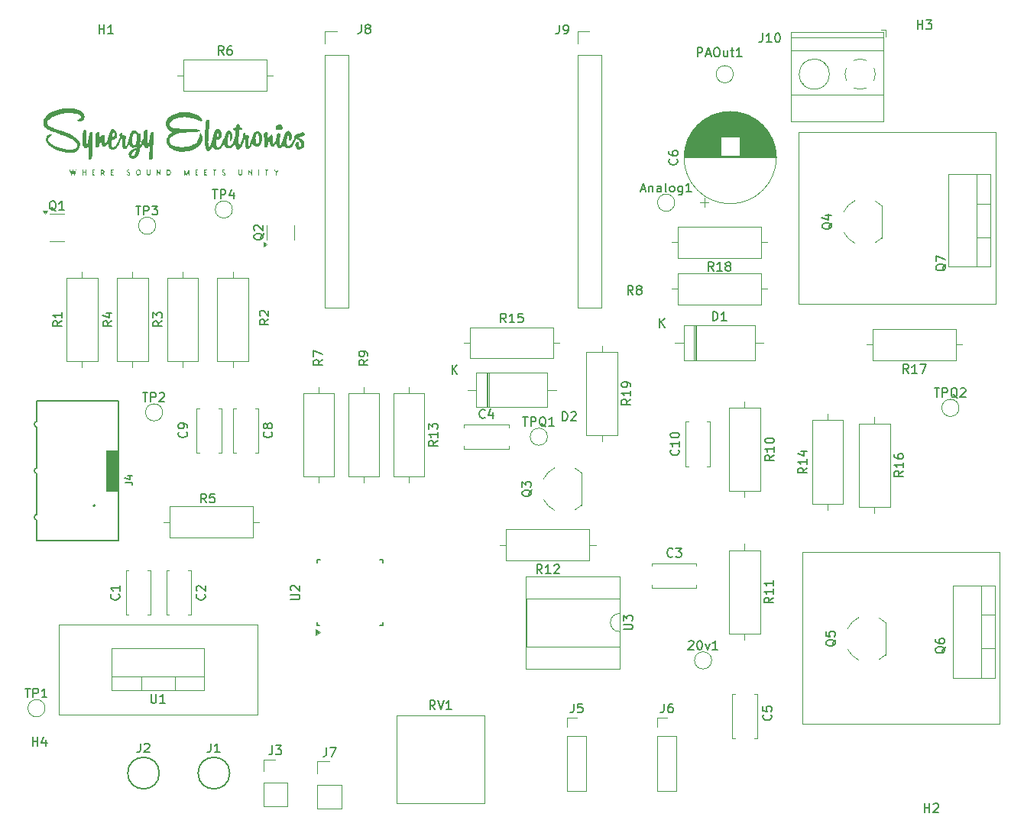
<source format=gto>
%TF.GenerationSoftware,KiCad,Pcbnew,8.0.4*%
%TF.CreationDate,2024-11-25T19:05:08-08:00*%
%TF.ProjectId,Senior Design,53656e69-6f72-4204-9465-7369676e2e6b,rev?*%
%TF.SameCoordinates,Original*%
%TF.FileFunction,Legend,Top*%
%TF.FilePolarity,Positive*%
%FSLAX46Y46*%
G04 Gerber Fmt 4.6, Leading zero omitted, Abs format (unit mm)*
G04 Created by KiCad (PCBNEW 8.0.4) date 2024-11-25 19:05:08*
%MOMM*%
%LPD*%
G01*
G04 APERTURE LIST*
%ADD10C,0.100000*%
%ADD11C,0.150000*%
%ADD12C,0.120000*%
%ADD13C,0.200000*%
%ADD14C,0.010000*%
%ADD15C,0.000000*%
G04 APERTURE END LIST*
D10*
X136160000Y-62450000D02*
X158000000Y-62450000D01*
X158000000Y-81500000D01*
X136160000Y-81500000D01*
X136160000Y-62450000D01*
X136580000Y-108950000D02*
X158420000Y-108950000D01*
X158420000Y-128000000D01*
X136580000Y-128000000D01*
X136580000Y-108950000D01*
X54240000Y-117000000D02*
X76240000Y-117000000D01*
X76240000Y-127000000D01*
X54240000Y-127000000D01*
X54240000Y-117000000D01*
D11*
X122233333Y-109459580D02*
X122185714Y-109507200D01*
X122185714Y-109507200D02*
X122042857Y-109554819D01*
X122042857Y-109554819D02*
X121947619Y-109554819D01*
X121947619Y-109554819D02*
X121804762Y-109507200D01*
X121804762Y-109507200D02*
X121709524Y-109411961D01*
X121709524Y-109411961D02*
X121661905Y-109316723D01*
X121661905Y-109316723D02*
X121614286Y-109126247D01*
X121614286Y-109126247D02*
X121614286Y-108983390D01*
X121614286Y-108983390D02*
X121661905Y-108792914D01*
X121661905Y-108792914D02*
X121709524Y-108697676D01*
X121709524Y-108697676D02*
X121804762Y-108602438D01*
X121804762Y-108602438D02*
X121947619Y-108554819D01*
X121947619Y-108554819D02*
X122042857Y-108554819D01*
X122042857Y-108554819D02*
X122185714Y-108602438D01*
X122185714Y-108602438D02*
X122233333Y-108650057D01*
X122566667Y-108554819D02*
X123185714Y-108554819D01*
X123185714Y-108554819D02*
X122852381Y-108935771D01*
X122852381Y-108935771D02*
X122995238Y-108935771D01*
X122995238Y-108935771D02*
X123090476Y-108983390D01*
X123090476Y-108983390D02*
X123138095Y-109031009D01*
X123138095Y-109031009D02*
X123185714Y-109126247D01*
X123185714Y-109126247D02*
X123185714Y-109364342D01*
X123185714Y-109364342D02*
X123138095Y-109459580D01*
X123138095Y-109459580D02*
X123090476Y-109507200D01*
X123090476Y-109507200D02*
X122995238Y-109554819D01*
X122995238Y-109554819D02*
X122709524Y-109554819D01*
X122709524Y-109554819D02*
X122614286Y-109507200D01*
X122614286Y-109507200D02*
X122566667Y-109459580D01*
X121266666Y-125794819D02*
X121266666Y-126509104D01*
X121266666Y-126509104D02*
X121219047Y-126651961D01*
X121219047Y-126651961D02*
X121123809Y-126747200D01*
X121123809Y-126747200D02*
X120980952Y-126794819D01*
X120980952Y-126794819D02*
X120885714Y-126794819D01*
X122171428Y-125794819D02*
X121980952Y-125794819D01*
X121980952Y-125794819D02*
X121885714Y-125842438D01*
X121885714Y-125842438D02*
X121838095Y-125890057D01*
X121838095Y-125890057D02*
X121742857Y-126032914D01*
X121742857Y-126032914D02*
X121695238Y-126223390D01*
X121695238Y-126223390D02*
X121695238Y-126604342D01*
X121695238Y-126604342D02*
X121742857Y-126699580D01*
X121742857Y-126699580D02*
X121790476Y-126747200D01*
X121790476Y-126747200D02*
X121885714Y-126794819D01*
X121885714Y-126794819D02*
X122076190Y-126794819D01*
X122076190Y-126794819D02*
X122171428Y-126747200D01*
X122171428Y-126747200D02*
X122219047Y-126699580D01*
X122219047Y-126699580D02*
X122266666Y-126604342D01*
X122266666Y-126604342D02*
X122266666Y-126366247D01*
X122266666Y-126366247D02*
X122219047Y-126271009D01*
X122219047Y-126271009D02*
X122171428Y-126223390D01*
X122171428Y-126223390D02*
X122076190Y-126175771D01*
X122076190Y-126175771D02*
X121885714Y-126175771D01*
X121885714Y-126175771D02*
X121790476Y-126223390D01*
X121790476Y-126223390D02*
X121742857Y-126271009D01*
X121742857Y-126271009D02*
X121695238Y-126366247D01*
X62738095Y-70606819D02*
X63309523Y-70606819D01*
X63023809Y-71606819D02*
X63023809Y-70606819D01*
X63642857Y-71606819D02*
X63642857Y-70606819D01*
X63642857Y-70606819D02*
X64023809Y-70606819D01*
X64023809Y-70606819D02*
X64119047Y-70654438D01*
X64119047Y-70654438D02*
X64166666Y-70702057D01*
X64166666Y-70702057D02*
X64214285Y-70797295D01*
X64214285Y-70797295D02*
X64214285Y-70940152D01*
X64214285Y-70940152D02*
X64166666Y-71035390D01*
X64166666Y-71035390D02*
X64119047Y-71083009D01*
X64119047Y-71083009D02*
X64023809Y-71130628D01*
X64023809Y-71130628D02*
X63642857Y-71130628D01*
X64547619Y-70606819D02*
X65166666Y-70606819D01*
X65166666Y-70606819D02*
X64833333Y-70987771D01*
X64833333Y-70987771D02*
X64976190Y-70987771D01*
X64976190Y-70987771D02*
X65071428Y-71035390D01*
X65071428Y-71035390D02*
X65119047Y-71083009D01*
X65119047Y-71083009D02*
X65166666Y-71178247D01*
X65166666Y-71178247D02*
X65166666Y-71416342D01*
X65166666Y-71416342D02*
X65119047Y-71511580D01*
X65119047Y-71511580D02*
X65071428Y-71559200D01*
X65071428Y-71559200D02*
X64976190Y-71606819D01*
X64976190Y-71606819D02*
X64690476Y-71606819D01*
X64690476Y-71606819D02*
X64595238Y-71559200D01*
X64595238Y-71559200D02*
X64547619Y-71511580D01*
X122709580Y-65416666D02*
X122757200Y-65464285D01*
X122757200Y-65464285D02*
X122804819Y-65607142D01*
X122804819Y-65607142D02*
X122804819Y-65702380D01*
X122804819Y-65702380D02*
X122757200Y-65845237D01*
X122757200Y-65845237D02*
X122661961Y-65940475D01*
X122661961Y-65940475D02*
X122566723Y-65988094D01*
X122566723Y-65988094D02*
X122376247Y-66035713D01*
X122376247Y-66035713D02*
X122233390Y-66035713D01*
X122233390Y-66035713D02*
X122042914Y-65988094D01*
X122042914Y-65988094D02*
X121947676Y-65940475D01*
X121947676Y-65940475D02*
X121852438Y-65845237D01*
X121852438Y-65845237D02*
X121804819Y-65702380D01*
X121804819Y-65702380D02*
X121804819Y-65607142D01*
X121804819Y-65607142D02*
X121852438Y-65464285D01*
X121852438Y-65464285D02*
X121900057Y-65416666D01*
X121804819Y-64559523D02*
X121804819Y-64749999D01*
X121804819Y-64749999D02*
X121852438Y-64845237D01*
X121852438Y-64845237D02*
X121900057Y-64892856D01*
X121900057Y-64892856D02*
X122042914Y-64988094D01*
X122042914Y-64988094D02*
X122233390Y-65035713D01*
X122233390Y-65035713D02*
X122614342Y-65035713D01*
X122614342Y-65035713D02*
X122709580Y-64988094D01*
X122709580Y-64988094D02*
X122757200Y-64940475D01*
X122757200Y-64940475D02*
X122804819Y-64845237D01*
X122804819Y-64845237D02*
X122804819Y-64654761D01*
X122804819Y-64654761D02*
X122757200Y-64559523D01*
X122757200Y-64559523D02*
X122709580Y-64511904D01*
X122709580Y-64511904D02*
X122614342Y-64464285D01*
X122614342Y-64464285D02*
X122376247Y-64464285D01*
X122376247Y-64464285D02*
X122281009Y-64511904D01*
X122281009Y-64511904D02*
X122233390Y-64559523D01*
X122233390Y-64559523D02*
X122185771Y-64654761D01*
X122185771Y-64654761D02*
X122185771Y-64845237D01*
X122185771Y-64845237D02*
X122233390Y-64940475D01*
X122233390Y-64940475D02*
X122281009Y-64988094D01*
X122281009Y-64988094D02*
X122376247Y-65035713D01*
X133454819Y-98242857D02*
X132978628Y-98576190D01*
X133454819Y-98814285D02*
X132454819Y-98814285D01*
X132454819Y-98814285D02*
X132454819Y-98433333D01*
X132454819Y-98433333D02*
X132502438Y-98338095D01*
X132502438Y-98338095D02*
X132550057Y-98290476D01*
X132550057Y-98290476D02*
X132645295Y-98242857D01*
X132645295Y-98242857D02*
X132788152Y-98242857D01*
X132788152Y-98242857D02*
X132883390Y-98290476D01*
X132883390Y-98290476D02*
X132931009Y-98338095D01*
X132931009Y-98338095D02*
X132978628Y-98433333D01*
X132978628Y-98433333D02*
X132978628Y-98814285D01*
X133454819Y-97290476D02*
X133454819Y-97861904D01*
X133454819Y-97576190D02*
X132454819Y-97576190D01*
X132454819Y-97576190D02*
X132597676Y-97671428D01*
X132597676Y-97671428D02*
X132692914Y-97766666D01*
X132692914Y-97766666D02*
X132740533Y-97861904D01*
X132454819Y-96671428D02*
X132454819Y-96576190D01*
X132454819Y-96576190D02*
X132502438Y-96480952D01*
X132502438Y-96480952D02*
X132550057Y-96433333D01*
X132550057Y-96433333D02*
X132645295Y-96385714D01*
X132645295Y-96385714D02*
X132835771Y-96338095D01*
X132835771Y-96338095D02*
X133073866Y-96338095D01*
X133073866Y-96338095D02*
X133264342Y-96385714D01*
X133264342Y-96385714D02*
X133359580Y-96433333D01*
X133359580Y-96433333D02*
X133407200Y-96480952D01*
X133407200Y-96480952D02*
X133454819Y-96576190D01*
X133454819Y-96576190D02*
X133454819Y-96671428D01*
X133454819Y-96671428D02*
X133407200Y-96766666D01*
X133407200Y-96766666D02*
X133359580Y-96814285D01*
X133359580Y-96814285D02*
X133264342Y-96861904D01*
X133264342Y-96861904D02*
X133073866Y-96909523D01*
X133073866Y-96909523D02*
X132835771Y-96909523D01*
X132835771Y-96909523D02*
X132645295Y-96861904D01*
X132645295Y-96861904D02*
X132550057Y-96814285D01*
X132550057Y-96814285D02*
X132502438Y-96766666D01*
X132502438Y-96766666D02*
X132454819Y-96671428D01*
X88454819Y-87666666D02*
X87978628Y-87999999D01*
X88454819Y-88238094D02*
X87454819Y-88238094D01*
X87454819Y-88238094D02*
X87454819Y-87857142D01*
X87454819Y-87857142D02*
X87502438Y-87761904D01*
X87502438Y-87761904D02*
X87550057Y-87714285D01*
X87550057Y-87714285D02*
X87645295Y-87666666D01*
X87645295Y-87666666D02*
X87788152Y-87666666D01*
X87788152Y-87666666D02*
X87883390Y-87714285D01*
X87883390Y-87714285D02*
X87931009Y-87761904D01*
X87931009Y-87761904D02*
X87978628Y-87857142D01*
X87978628Y-87857142D02*
X87978628Y-88238094D01*
X88454819Y-87190475D02*
X88454819Y-86999999D01*
X88454819Y-86999999D02*
X88407200Y-86904761D01*
X88407200Y-86904761D02*
X88359580Y-86857142D01*
X88359580Y-86857142D02*
X88216723Y-86761904D01*
X88216723Y-86761904D02*
X88026247Y-86714285D01*
X88026247Y-86714285D02*
X87645295Y-86714285D01*
X87645295Y-86714285D02*
X87550057Y-86761904D01*
X87550057Y-86761904D02*
X87502438Y-86809523D01*
X87502438Y-86809523D02*
X87454819Y-86904761D01*
X87454819Y-86904761D02*
X87454819Y-87095237D01*
X87454819Y-87095237D02*
X87502438Y-87190475D01*
X87502438Y-87190475D02*
X87550057Y-87238094D01*
X87550057Y-87238094D02*
X87645295Y-87285713D01*
X87645295Y-87285713D02*
X87883390Y-87285713D01*
X87883390Y-87285713D02*
X87978628Y-87238094D01*
X87978628Y-87238094D02*
X88026247Y-87190475D01*
X88026247Y-87190475D02*
X88073866Y-87095237D01*
X88073866Y-87095237D02*
X88073866Y-86904761D01*
X88073866Y-86904761D02*
X88026247Y-86809523D01*
X88026247Y-86809523D02*
X87978628Y-86761904D01*
X87978628Y-86761904D02*
X87883390Y-86714285D01*
X61562295Y-101266666D02*
X62133723Y-101266666D01*
X62133723Y-101266666D02*
X62248009Y-101304761D01*
X62248009Y-101304761D02*
X62324200Y-101380952D01*
X62324200Y-101380952D02*
X62362295Y-101495237D01*
X62362295Y-101495237D02*
X62362295Y-101571428D01*
X61828961Y-100542856D02*
X62362295Y-100542856D01*
X61524200Y-100733332D02*
X62095628Y-100923809D01*
X62095628Y-100923809D02*
X62095628Y-100428570D01*
X68359580Y-95670666D02*
X68407200Y-95718285D01*
X68407200Y-95718285D02*
X68454819Y-95861142D01*
X68454819Y-95861142D02*
X68454819Y-95956380D01*
X68454819Y-95956380D02*
X68407200Y-96099237D01*
X68407200Y-96099237D02*
X68311961Y-96194475D01*
X68311961Y-96194475D02*
X68216723Y-96242094D01*
X68216723Y-96242094D02*
X68026247Y-96289713D01*
X68026247Y-96289713D02*
X67883390Y-96289713D01*
X67883390Y-96289713D02*
X67692914Y-96242094D01*
X67692914Y-96242094D02*
X67597676Y-96194475D01*
X67597676Y-96194475D02*
X67502438Y-96099237D01*
X67502438Y-96099237D02*
X67454819Y-95956380D01*
X67454819Y-95956380D02*
X67454819Y-95861142D01*
X67454819Y-95861142D02*
X67502438Y-95718285D01*
X67502438Y-95718285D02*
X67550057Y-95670666D01*
X68454819Y-95194475D02*
X68454819Y-95003999D01*
X68454819Y-95003999D02*
X68407200Y-94908761D01*
X68407200Y-94908761D02*
X68359580Y-94861142D01*
X68359580Y-94861142D02*
X68216723Y-94765904D01*
X68216723Y-94765904D02*
X68026247Y-94718285D01*
X68026247Y-94718285D02*
X67645295Y-94718285D01*
X67645295Y-94718285D02*
X67550057Y-94765904D01*
X67550057Y-94765904D02*
X67502438Y-94813523D01*
X67502438Y-94813523D02*
X67454819Y-94908761D01*
X67454819Y-94908761D02*
X67454819Y-95099237D01*
X67454819Y-95099237D02*
X67502438Y-95194475D01*
X67502438Y-95194475D02*
X67550057Y-95242094D01*
X67550057Y-95242094D02*
X67645295Y-95289713D01*
X67645295Y-95289713D02*
X67883390Y-95289713D01*
X67883390Y-95289713D02*
X67978628Y-95242094D01*
X67978628Y-95242094D02*
X68026247Y-95194475D01*
X68026247Y-95194475D02*
X68073866Y-95099237D01*
X68073866Y-95099237D02*
X68073866Y-94908761D01*
X68073866Y-94908761D02*
X68026247Y-94813523D01*
X68026247Y-94813523D02*
X67978628Y-94765904D01*
X67978628Y-94765904D02*
X67883390Y-94718285D01*
X137134819Y-99642857D02*
X136658628Y-99976190D01*
X137134819Y-100214285D02*
X136134819Y-100214285D01*
X136134819Y-100214285D02*
X136134819Y-99833333D01*
X136134819Y-99833333D02*
X136182438Y-99738095D01*
X136182438Y-99738095D02*
X136230057Y-99690476D01*
X136230057Y-99690476D02*
X136325295Y-99642857D01*
X136325295Y-99642857D02*
X136468152Y-99642857D01*
X136468152Y-99642857D02*
X136563390Y-99690476D01*
X136563390Y-99690476D02*
X136611009Y-99738095D01*
X136611009Y-99738095D02*
X136658628Y-99833333D01*
X136658628Y-99833333D02*
X136658628Y-100214285D01*
X137134819Y-98690476D02*
X137134819Y-99261904D01*
X137134819Y-98976190D02*
X136134819Y-98976190D01*
X136134819Y-98976190D02*
X136277676Y-99071428D01*
X136277676Y-99071428D02*
X136372914Y-99166666D01*
X136372914Y-99166666D02*
X136420533Y-99261904D01*
X136468152Y-97833333D02*
X137134819Y-97833333D01*
X136087200Y-98071428D02*
X136801485Y-98309523D01*
X136801485Y-98309523D02*
X136801485Y-97690476D01*
X126757142Y-77824819D02*
X126423809Y-77348628D01*
X126185714Y-77824819D02*
X126185714Y-76824819D01*
X126185714Y-76824819D02*
X126566666Y-76824819D01*
X126566666Y-76824819D02*
X126661904Y-76872438D01*
X126661904Y-76872438D02*
X126709523Y-76920057D01*
X126709523Y-76920057D02*
X126757142Y-77015295D01*
X126757142Y-77015295D02*
X126757142Y-77158152D01*
X126757142Y-77158152D02*
X126709523Y-77253390D01*
X126709523Y-77253390D02*
X126661904Y-77301009D01*
X126661904Y-77301009D02*
X126566666Y-77348628D01*
X126566666Y-77348628D02*
X126185714Y-77348628D01*
X127709523Y-77824819D02*
X127138095Y-77824819D01*
X127423809Y-77824819D02*
X127423809Y-76824819D01*
X127423809Y-76824819D02*
X127328571Y-76967676D01*
X127328571Y-76967676D02*
X127233333Y-77062914D01*
X127233333Y-77062914D02*
X127138095Y-77110533D01*
X128280952Y-77253390D02*
X128185714Y-77205771D01*
X128185714Y-77205771D02*
X128138095Y-77158152D01*
X128138095Y-77158152D02*
X128090476Y-77062914D01*
X128090476Y-77062914D02*
X128090476Y-77015295D01*
X128090476Y-77015295D02*
X128138095Y-76920057D01*
X128138095Y-76920057D02*
X128185714Y-76872438D01*
X128185714Y-76872438D02*
X128280952Y-76824819D01*
X128280952Y-76824819D02*
X128471428Y-76824819D01*
X128471428Y-76824819D02*
X128566666Y-76872438D01*
X128566666Y-76872438D02*
X128614285Y-76920057D01*
X128614285Y-76920057D02*
X128661904Y-77015295D01*
X128661904Y-77015295D02*
X128661904Y-77062914D01*
X128661904Y-77062914D02*
X128614285Y-77158152D01*
X128614285Y-77158152D02*
X128566666Y-77205771D01*
X128566666Y-77205771D02*
X128471428Y-77253390D01*
X128471428Y-77253390D02*
X128280952Y-77253390D01*
X128280952Y-77253390D02*
X128185714Y-77301009D01*
X128185714Y-77301009D02*
X128138095Y-77348628D01*
X128138095Y-77348628D02*
X128090476Y-77443866D01*
X128090476Y-77443866D02*
X128090476Y-77634342D01*
X128090476Y-77634342D02*
X128138095Y-77729580D01*
X128138095Y-77729580D02*
X128185714Y-77777200D01*
X128185714Y-77777200D02*
X128280952Y-77824819D01*
X128280952Y-77824819D02*
X128471428Y-77824819D01*
X128471428Y-77824819D02*
X128566666Y-77777200D01*
X128566666Y-77777200D02*
X128614285Y-77729580D01*
X128614285Y-77729580D02*
X128661904Y-77634342D01*
X128661904Y-77634342D02*
X128661904Y-77443866D01*
X128661904Y-77443866D02*
X128614285Y-77348628D01*
X128614285Y-77348628D02*
X128566666Y-77301009D01*
X128566666Y-77301009D02*
X128471428Y-77253390D01*
X60101485Y-83366666D02*
X59625294Y-83699999D01*
X60101485Y-83938094D02*
X59101485Y-83938094D01*
X59101485Y-83938094D02*
X59101485Y-83557142D01*
X59101485Y-83557142D02*
X59149104Y-83461904D01*
X59149104Y-83461904D02*
X59196723Y-83414285D01*
X59196723Y-83414285D02*
X59291961Y-83366666D01*
X59291961Y-83366666D02*
X59434818Y-83366666D01*
X59434818Y-83366666D02*
X59530056Y-83414285D01*
X59530056Y-83414285D02*
X59577675Y-83461904D01*
X59577675Y-83461904D02*
X59625294Y-83557142D01*
X59625294Y-83557142D02*
X59625294Y-83938094D01*
X59434818Y-82509523D02*
X60101485Y-82509523D01*
X59053866Y-82747618D02*
X59768151Y-82985713D01*
X59768151Y-82985713D02*
X59768151Y-82366666D01*
X72477333Y-53868819D02*
X72144000Y-53392628D01*
X71905905Y-53868819D02*
X71905905Y-52868819D01*
X71905905Y-52868819D02*
X72286857Y-52868819D01*
X72286857Y-52868819D02*
X72382095Y-52916438D01*
X72382095Y-52916438D02*
X72429714Y-52964057D01*
X72429714Y-52964057D02*
X72477333Y-53059295D01*
X72477333Y-53059295D02*
X72477333Y-53202152D01*
X72477333Y-53202152D02*
X72429714Y-53297390D01*
X72429714Y-53297390D02*
X72382095Y-53345009D01*
X72382095Y-53345009D02*
X72286857Y-53392628D01*
X72286857Y-53392628D02*
X71905905Y-53392628D01*
X73334476Y-52868819D02*
X73144000Y-52868819D01*
X73144000Y-52868819D02*
X73048762Y-52916438D01*
X73048762Y-52916438D02*
X73001143Y-52964057D01*
X73001143Y-52964057D02*
X72905905Y-53106914D01*
X72905905Y-53106914D02*
X72858286Y-53297390D01*
X72858286Y-53297390D02*
X72858286Y-53678342D01*
X72858286Y-53678342D02*
X72905905Y-53773580D01*
X72905905Y-53773580D02*
X72953524Y-53821200D01*
X72953524Y-53821200D02*
X73048762Y-53868819D01*
X73048762Y-53868819D02*
X73239238Y-53868819D01*
X73239238Y-53868819D02*
X73334476Y-53821200D01*
X73334476Y-53821200D02*
X73382095Y-53773580D01*
X73382095Y-53773580D02*
X73429714Y-53678342D01*
X73429714Y-53678342D02*
X73429714Y-53440247D01*
X73429714Y-53440247D02*
X73382095Y-53345009D01*
X73382095Y-53345009D02*
X73334476Y-53297390D01*
X73334476Y-53297390D02*
X73239238Y-53249771D01*
X73239238Y-53249771D02*
X73048762Y-53249771D01*
X73048762Y-53249771D02*
X72953524Y-53297390D01*
X72953524Y-53297390D02*
X72905905Y-53345009D01*
X72905905Y-53345009D02*
X72858286Y-53440247D01*
X65668151Y-83366666D02*
X65191960Y-83699999D01*
X65668151Y-83938094D02*
X64668151Y-83938094D01*
X64668151Y-83938094D02*
X64668151Y-83557142D01*
X64668151Y-83557142D02*
X64715770Y-83461904D01*
X64715770Y-83461904D02*
X64763389Y-83414285D01*
X64763389Y-83414285D02*
X64858627Y-83366666D01*
X64858627Y-83366666D02*
X65001484Y-83366666D01*
X65001484Y-83366666D02*
X65096722Y-83414285D01*
X65096722Y-83414285D02*
X65144341Y-83461904D01*
X65144341Y-83461904D02*
X65191960Y-83557142D01*
X65191960Y-83557142D02*
X65191960Y-83938094D01*
X64668151Y-83033332D02*
X64668151Y-82414285D01*
X64668151Y-82414285D02*
X65049103Y-82747618D01*
X65049103Y-82747618D02*
X65049103Y-82604761D01*
X65049103Y-82604761D02*
X65096722Y-82509523D01*
X65096722Y-82509523D02*
X65144341Y-82461904D01*
X65144341Y-82461904D02*
X65239579Y-82414285D01*
X65239579Y-82414285D02*
X65477674Y-82414285D01*
X65477674Y-82414285D02*
X65572912Y-82461904D01*
X65572912Y-82461904D02*
X65620532Y-82509523D01*
X65620532Y-82509523D02*
X65668151Y-82604761D01*
X65668151Y-82604761D02*
X65668151Y-82890475D01*
X65668151Y-82890475D02*
X65620532Y-82985713D01*
X65620532Y-82985713D02*
X65572912Y-83033332D01*
X139890057Y-72460238D02*
X139842438Y-72555476D01*
X139842438Y-72555476D02*
X139747200Y-72650714D01*
X139747200Y-72650714D02*
X139604342Y-72793571D01*
X139604342Y-72793571D02*
X139556723Y-72888809D01*
X139556723Y-72888809D02*
X139556723Y-72984047D01*
X139794819Y-72936428D02*
X139747200Y-73031666D01*
X139747200Y-73031666D02*
X139651961Y-73126904D01*
X139651961Y-73126904D02*
X139461485Y-73174523D01*
X139461485Y-73174523D02*
X139128152Y-73174523D01*
X139128152Y-73174523D02*
X138937676Y-73126904D01*
X138937676Y-73126904D02*
X138842438Y-73031666D01*
X138842438Y-73031666D02*
X138794819Y-72936428D01*
X138794819Y-72936428D02*
X138794819Y-72745952D01*
X138794819Y-72745952D02*
X138842438Y-72650714D01*
X138842438Y-72650714D02*
X138937676Y-72555476D01*
X138937676Y-72555476D02*
X139128152Y-72507857D01*
X139128152Y-72507857D02*
X139461485Y-72507857D01*
X139461485Y-72507857D02*
X139651961Y-72555476D01*
X139651961Y-72555476D02*
X139747200Y-72650714D01*
X139747200Y-72650714D02*
X139794819Y-72745952D01*
X139794819Y-72745952D02*
X139794819Y-72936428D01*
X139128152Y-71650714D02*
X139794819Y-71650714D01*
X138747200Y-71888809D02*
X139461485Y-72126904D01*
X139461485Y-72126904D02*
X139461485Y-71507857D01*
X71066666Y-130204819D02*
X71066666Y-130919104D01*
X71066666Y-130919104D02*
X71019047Y-131061961D01*
X71019047Y-131061961D02*
X70923809Y-131157200D01*
X70923809Y-131157200D02*
X70780952Y-131204819D01*
X70780952Y-131204819D02*
X70685714Y-131204819D01*
X72066666Y-131204819D02*
X71495238Y-131204819D01*
X71780952Y-131204819D02*
X71780952Y-130204819D01*
X71780952Y-130204819D02*
X71685714Y-130347676D01*
X71685714Y-130347676D02*
X71590476Y-130442914D01*
X71590476Y-130442914D02*
X71495238Y-130490533D01*
X117833333Y-80454819D02*
X117500000Y-79978628D01*
X117261905Y-80454819D02*
X117261905Y-79454819D01*
X117261905Y-79454819D02*
X117642857Y-79454819D01*
X117642857Y-79454819D02*
X117738095Y-79502438D01*
X117738095Y-79502438D02*
X117785714Y-79550057D01*
X117785714Y-79550057D02*
X117833333Y-79645295D01*
X117833333Y-79645295D02*
X117833333Y-79788152D01*
X117833333Y-79788152D02*
X117785714Y-79883390D01*
X117785714Y-79883390D02*
X117738095Y-79931009D01*
X117738095Y-79931009D02*
X117642857Y-79978628D01*
X117642857Y-79978628D02*
X117261905Y-79978628D01*
X118404762Y-79883390D02*
X118309524Y-79835771D01*
X118309524Y-79835771D02*
X118261905Y-79788152D01*
X118261905Y-79788152D02*
X118214286Y-79692914D01*
X118214286Y-79692914D02*
X118214286Y-79645295D01*
X118214286Y-79645295D02*
X118261905Y-79550057D01*
X118261905Y-79550057D02*
X118309524Y-79502438D01*
X118309524Y-79502438D02*
X118404762Y-79454819D01*
X118404762Y-79454819D02*
X118595238Y-79454819D01*
X118595238Y-79454819D02*
X118690476Y-79502438D01*
X118690476Y-79502438D02*
X118738095Y-79550057D01*
X118738095Y-79550057D02*
X118785714Y-79645295D01*
X118785714Y-79645295D02*
X118785714Y-79692914D01*
X118785714Y-79692914D02*
X118738095Y-79788152D01*
X118738095Y-79788152D02*
X118690476Y-79835771D01*
X118690476Y-79835771D02*
X118595238Y-79883390D01*
X118595238Y-79883390D02*
X118404762Y-79883390D01*
X118404762Y-79883390D02*
X118309524Y-79931009D01*
X118309524Y-79931009D02*
X118261905Y-79978628D01*
X118261905Y-79978628D02*
X118214286Y-80073866D01*
X118214286Y-80073866D02*
X118214286Y-80264342D01*
X118214286Y-80264342D02*
X118261905Y-80359580D01*
X118261905Y-80359580D02*
X118309524Y-80407200D01*
X118309524Y-80407200D02*
X118404762Y-80454819D01*
X118404762Y-80454819D02*
X118595238Y-80454819D01*
X118595238Y-80454819D02*
X118690476Y-80407200D01*
X118690476Y-80407200D02*
X118738095Y-80359580D01*
X118738095Y-80359580D02*
X118785714Y-80264342D01*
X118785714Y-80264342D02*
X118785714Y-80073866D01*
X118785714Y-80073866D02*
X118738095Y-79978628D01*
X118738095Y-79978628D02*
X118690476Y-79931009D01*
X118690476Y-79931009D02*
X118595238Y-79883390D01*
X132190476Y-51454819D02*
X132190476Y-52169104D01*
X132190476Y-52169104D02*
X132142857Y-52311961D01*
X132142857Y-52311961D02*
X132047619Y-52407200D01*
X132047619Y-52407200D02*
X131904762Y-52454819D01*
X131904762Y-52454819D02*
X131809524Y-52454819D01*
X133190476Y-52454819D02*
X132619048Y-52454819D01*
X132904762Y-52454819D02*
X132904762Y-51454819D01*
X132904762Y-51454819D02*
X132809524Y-51597676D01*
X132809524Y-51597676D02*
X132714286Y-51692914D01*
X132714286Y-51692914D02*
X132619048Y-51740533D01*
X133809524Y-51454819D02*
X133904762Y-51454819D01*
X133904762Y-51454819D02*
X134000000Y-51502438D01*
X134000000Y-51502438D02*
X134047619Y-51550057D01*
X134047619Y-51550057D02*
X134095238Y-51645295D01*
X134095238Y-51645295D02*
X134142857Y-51835771D01*
X134142857Y-51835771D02*
X134142857Y-52073866D01*
X134142857Y-52073866D02*
X134095238Y-52264342D01*
X134095238Y-52264342D02*
X134047619Y-52359580D01*
X134047619Y-52359580D02*
X134000000Y-52407200D01*
X134000000Y-52407200D02*
X133904762Y-52454819D01*
X133904762Y-52454819D02*
X133809524Y-52454819D01*
X133809524Y-52454819D02*
X133714286Y-52407200D01*
X133714286Y-52407200D02*
X133666667Y-52359580D01*
X133666667Y-52359580D02*
X133619048Y-52264342D01*
X133619048Y-52264342D02*
X133571429Y-52073866D01*
X133571429Y-52073866D02*
X133571429Y-51835771D01*
X133571429Y-51835771D02*
X133619048Y-51645295D01*
X133619048Y-51645295D02*
X133666667Y-51550057D01*
X133666667Y-51550057D02*
X133714286Y-51502438D01*
X133714286Y-51502438D02*
X133809524Y-51454819D01*
X76920057Y-73635238D02*
X76872438Y-73730476D01*
X76872438Y-73730476D02*
X76777200Y-73825714D01*
X76777200Y-73825714D02*
X76634342Y-73968571D01*
X76634342Y-73968571D02*
X76586723Y-74063809D01*
X76586723Y-74063809D02*
X76586723Y-74159047D01*
X76824819Y-74111428D02*
X76777200Y-74206666D01*
X76777200Y-74206666D02*
X76681961Y-74301904D01*
X76681961Y-74301904D02*
X76491485Y-74349523D01*
X76491485Y-74349523D02*
X76158152Y-74349523D01*
X76158152Y-74349523D02*
X75967676Y-74301904D01*
X75967676Y-74301904D02*
X75872438Y-74206666D01*
X75872438Y-74206666D02*
X75824819Y-74111428D01*
X75824819Y-74111428D02*
X75824819Y-73920952D01*
X75824819Y-73920952D02*
X75872438Y-73825714D01*
X75872438Y-73825714D02*
X75967676Y-73730476D01*
X75967676Y-73730476D02*
X76158152Y-73682857D01*
X76158152Y-73682857D02*
X76491485Y-73682857D01*
X76491485Y-73682857D02*
X76681961Y-73730476D01*
X76681961Y-73730476D02*
X76777200Y-73825714D01*
X76777200Y-73825714D02*
X76824819Y-73920952D01*
X76824819Y-73920952D02*
X76824819Y-74111428D01*
X75920057Y-73301904D02*
X75872438Y-73254285D01*
X75872438Y-73254285D02*
X75824819Y-73159047D01*
X75824819Y-73159047D02*
X75824819Y-72920952D01*
X75824819Y-72920952D02*
X75872438Y-72825714D01*
X75872438Y-72825714D02*
X75920057Y-72778095D01*
X75920057Y-72778095D02*
X76015295Y-72730476D01*
X76015295Y-72730476D02*
X76110533Y-72730476D01*
X76110533Y-72730476D02*
X76253390Y-72778095D01*
X76253390Y-72778095D02*
X76824819Y-73349523D01*
X76824819Y-73349523D02*
X76824819Y-72730476D01*
X133374819Y-114042857D02*
X132898628Y-114376190D01*
X133374819Y-114614285D02*
X132374819Y-114614285D01*
X132374819Y-114614285D02*
X132374819Y-114233333D01*
X132374819Y-114233333D02*
X132422438Y-114138095D01*
X132422438Y-114138095D02*
X132470057Y-114090476D01*
X132470057Y-114090476D02*
X132565295Y-114042857D01*
X132565295Y-114042857D02*
X132708152Y-114042857D01*
X132708152Y-114042857D02*
X132803390Y-114090476D01*
X132803390Y-114090476D02*
X132851009Y-114138095D01*
X132851009Y-114138095D02*
X132898628Y-114233333D01*
X132898628Y-114233333D02*
X132898628Y-114614285D01*
X133374819Y-113090476D02*
X133374819Y-113661904D01*
X133374819Y-113376190D02*
X132374819Y-113376190D01*
X132374819Y-113376190D02*
X132517676Y-113471428D01*
X132517676Y-113471428D02*
X132612914Y-113566666D01*
X132612914Y-113566666D02*
X132660533Y-113661904D01*
X133374819Y-112138095D02*
X133374819Y-112709523D01*
X133374819Y-112423809D02*
X132374819Y-112423809D01*
X132374819Y-112423809D02*
X132517676Y-112519047D01*
X132517676Y-112519047D02*
X132612914Y-112614285D01*
X132612914Y-112614285D02*
X132660533Y-112709523D01*
X140310057Y-118685238D02*
X140262438Y-118780476D01*
X140262438Y-118780476D02*
X140167200Y-118875714D01*
X140167200Y-118875714D02*
X140024342Y-119018571D01*
X140024342Y-119018571D02*
X139976723Y-119113809D01*
X139976723Y-119113809D02*
X139976723Y-119209047D01*
X140214819Y-119161428D02*
X140167200Y-119256666D01*
X140167200Y-119256666D02*
X140071961Y-119351904D01*
X140071961Y-119351904D02*
X139881485Y-119399523D01*
X139881485Y-119399523D02*
X139548152Y-119399523D01*
X139548152Y-119399523D02*
X139357676Y-119351904D01*
X139357676Y-119351904D02*
X139262438Y-119256666D01*
X139262438Y-119256666D02*
X139214819Y-119161428D01*
X139214819Y-119161428D02*
X139214819Y-118970952D01*
X139214819Y-118970952D02*
X139262438Y-118875714D01*
X139262438Y-118875714D02*
X139357676Y-118780476D01*
X139357676Y-118780476D02*
X139548152Y-118732857D01*
X139548152Y-118732857D02*
X139881485Y-118732857D01*
X139881485Y-118732857D02*
X140071961Y-118780476D01*
X140071961Y-118780476D02*
X140167200Y-118875714D01*
X140167200Y-118875714D02*
X140214819Y-118970952D01*
X140214819Y-118970952D02*
X140214819Y-119161428D01*
X139214819Y-117828095D02*
X139214819Y-118304285D01*
X139214819Y-118304285D02*
X139691009Y-118351904D01*
X139691009Y-118351904D02*
X139643390Y-118304285D01*
X139643390Y-118304285D02*
X139595771Y-118209047D01*
X139595771Y-118209047D02*
X139595771Y-117970952D01*
X139595771Y-117970952D02*
X139643390Y-117875714D01*
X139643390Y-117875714D02*
X139691009Y-117828095D01*
X139691009Y-117828095D02*
X139786247Y-117780476D01*
X139786247Y-117780476D02*
X140024342Y-117780476D01*
X140024342Y-117780476D02*
X140119580Y-117828095D01*
X140119580Y-117828095D02*
X140167200Y-117875714D01*
X140167200Y-117875714D02*
X140214819Y-117970952D01*
X140214819Y-117970952D02*
X140214819Y-118209047D01*
X140214819Y-118209047D02*
X140167200Y-118304285D01*
X140167200Y-118304285D02*
X140119580Y-118351904D01*
X77454819Y-83166666D02*
X76978628Y-83499999D01*
X77454819Y-83738094D02*
X76454819Y-83738094D01*
X76454819Y-83738094D02*
X76454819Y-83357142D01*
X76454819Y-83357142D02*
X76502438Y-83261904D01*
X76502438Y-83261904D02*
X76550057Y-83214285D01*
X76550057Y-83214285D02*
X76645295Y-83166666D01*
X76645295Y-83166666D02*
X76788152Y-83166666D01*
X76788152Y-83166666D02*
X76883390Y-83214285D01*
X76883390Y-83214285D02*
X76931009Y-83261904D01*
X76931009Y-83261904D02*
X76978628Y-83357142D01*
X76978628Y-83357142D02*
X76978628Y-83738094D01*
X76550057Y-82785713D02*
X76502438Y-82738094D01*
X76502438Y-82738094D02*
X76454819Y-82642856D01*
X76454819Y-82642856D02*
X76454819Y-82404761D01*
X76454819Y-82404761D02*
X76502438Y-82309523D01*
X76502438Y-82309523D02*
X76550057Y-82261904D01*
X76550057Y-82261904D02*
X76645295Y-82214285D01*
X76645295Y-82214285D02*
X76740533Y-82214285D01*
X76740533Y-82214285D02*
X76883390Y-82261904D01*
X76883390Y-82261904D02*
X77454819Y-82833332D01*
X77454819Y-82833332D02*
X77454819Y-82214285D01*
X83454819Y-87666666D02*
X82978628Y-87999999D01*
X83454819Y-88238094D02*
X82454819Y-88238094D01*
X82454819Y-88238094D02*
X82454819Y-87857142D01*
X82454819Y-87857142D02*
X82502438Y-87761904D01*
X82502438Y-87761904D02*
X82550057Y-87714285D01*
X82550057Y-87714285D02*
X82645295Y-87666666D01*
X82645295Y-87666666D02*
X82788152Y-87666666D01*
X82788152Y-87666666D02*
X82883390Y-87714285D01*
X82883390Y-87714285D02*
X82931009Y-87761904D01*
X82931009Y-87761904D02*
X82978628Y-87857142D01*
X82978628Y-87857142D02*
X82978628Y-88238094D01*
X82454819Y-87333332D02*
X82454819Y-86666666D01*
X82454819Y-86666666D02*
X83454819Y-87095237D01*
X54556819Y-83366666D02*
X54080628Y-83699999D01*
X54556819Y-83938094D02*
X53556819Y-83938094D01*
X53556819Y-83938094D02*
X53556819Y-83557142D01*
X53556819Y-83557142D02*
X53604438Y-83461904D01*
X53604438Y-83461904D02*
X53652057Y-83414285D01*
X53652057Y-83414285D02*
X53747295Y-83366666D01*
X53747295Y-83366666D02*
X53890152Y-83366666D01*
X53890152Y-83366666D02*
X53985390Y-83414285D01*
X53985390Y-83414285D02*
X54033009Y-83461904D01*
X54033009Y-83461904D02*
X54080628Y-83557142D01*
X54080628Y-83557142D02*
X54080628Y-83938094D01*
X54556819Y-82414285D02*
X54556819Y-82985713D01*
X54556819Y-82699999D02*
X53556819Y-82699999D01*
X53556819Y-82699999D02*
X53699676Y-82795237D01*
X53699676Y-82795237D02*
X53794914Y-82890475D01*
X53794914Y-82890475D02*
X53842533Y-82985713D01*
X147774819Y-99992857D02*
X147298628Y-100326190D01*
X147774819Y-100564285D02*
X146774819Y-100564285D01*
X146774819Y-100564285D02*
X146774819Y-100183333D01*
X146774819Y-100183333D02*
X146822438Y-100088095D01*
X146822438Y-100088095D02*
X146870057Y-100040476D01*
X146870057Y-100040476D02*
X146965295Y-99992857D01*
X146965295Y-99992857D02*
X147108152Y-99992857D01*
X147108152Y-99992857D02*
X147203390Y-100040476D01*
X147203390Y-100040476D02*
X147251009Y-100088095D01*
X147251009Y-100088095D02*
X147298628Y-100183333D01*
X147298628Y-100183333D02*
X147298628Y-100564285D01*
X147774819Y-99040476D02*
X147774819Y-99611904D01*
X147774819Y-99326190D02*
X146774819Y-99326190D01*
X146774819Y-99326190D02*
X146917676Y-99421428D01*
X146917676Y-99421428D02*
X147012914Y-99516666D01*
X147012914Y-99516666D02*
X147060533Y-99611904D01*
X146774819Y-98183333D02*
X146774819Y-98373809D01*
X146774819Y-98373809D02*
X146822438Y-98469047D01*
X146822438Y-98469047D02*
X146870057Y-98516666D01*
X146870057Y-98516666D02*
X147012914Y-98611904D01*
X147012914Y-98611904D02*
X147203390Y-98659523D01*
X147203390Y-98659523D02*
X147584342Y-98659523D01*
X147584342Y-98659523D02*
X147679580Y-98611904D01*
X147679580Y-98611904D02*
X147727200Y-98564285D01*
X147727200Y-98564285D02*
X147774819Y-98469047D01*
X147774819Y-98469047D02*
X147774819Y-98278571D01*
X147774819Y-98278571D02*
X147727200Y-98183333D01*
X147727200Y-98183333D02*
X147679580Y-98135714D01*
X147679580Y-98135714D02*
X147584342Y-98088095D01*
X147584342Y-98088095D02*
X147346247Y-98088095D01*
X147346247Y-98088095D02*
X147251009Y-98135714D01*
X147251009Y-98135714D02*
X147203390Y-98183333D01*
X147203390Y-98183333D02*
X147155771Y-98278571D01*
X147155771Y-98278571D02*
X147155771Y-98469047D01*
X147155771Y-98469047D02*
X147203390Y-98564285D01*
X147203390Y-98564285D02*
X147251009Y-98611904D01*
X147251009Y-98611904D02*
X147346247Y-98659523D01*
X58674095Y-51508819D02*
X58674095Y-50508819D01*
X58674095Y-50985009D02*
X59245523Y-50985009D01*
X59245523Y-51508819D02*
X59245523Y-50508819D01*
X60245523Y-51508819D02*
X59674095Y-51508819D01*
X59959809Y-51508819D02*
X59959809Y-50508819D01*
X59959809Y-50508819D02*
X59864571Y-50651676D01*
X59864571Y-50651676D02*
X59769333Y-50746914D01*
X59769333Y-50746914D02*
X59674095Y-50794533D01*
X110005905Y-94434819D02*
X110005905Y-93434819D01*
X110005905Y-93434819D02*
X110244000Y-93434819D01*
X110244000Y-93434819D02*
X110386857Y-93482438D01*
X110386857Y-93482438D02*
X110482095Y-93577676D01*
X110482095Y-93577676D02*
X110529714Y-93672914D01*
X110529714Y-93672914D02*
X110577333Y-93863390D01*
X110577333Y-93863390D02*
X110577333Y-94006247D01*
X110577333Y-94006247D02*
X110529714Y-94196723D01*
X110529714Y-94196723D02*
X110482095Y-94291961D01*
X110482095Y-94291961D02*
X110386857Y-94387200D01*
X110386857Y-94387200D02*
X110244000Y-94434819D01*
X110244000Y-94434819D02*
X110005905Y-94434819D01*
X110958286Y-93530057D02*
X111005905Y-93482438D01*
X111005905Y-93482438D02*
X111101143Y-93434819D01*
X111101143Y-93434819D02*
X111339238Y-93434819D01*
X111339238Y-93434819D02*
X111434476Y-93482438D01*
X111434476Y-93482438D02*
X111482095Y-93530057D01*
X111482095Y-93530057D02*
X111529714Y-93625295D01*
X111529714Y-93625295D02*
X111529714Y-93720533D01*
X111529714Y-93720533D02*
X111482095Y-93863390D01*
X111482095Y-93863390D02*
X110910667Y-94434819D01*
X110910667Y-94434819D02*
X111529714Y-94434819D01*
X97788095Y-89254819D02*
X97788095Y-88254819D01*
X98359523Y-89254819D02*
X97930952Y-88683390D01*
X98359523Y-88254819D02*
X97788095Y-88826247D01*
X71238095Y-68806819D02*
X71809523Y-68806819D01*
X71523809Y-69806819D02*
X71523809Y-68806819D01*
X72142857Y-69806819D02*
X72142857Y-68806819D01*
X72142857Y-68806819D02*
X72523809Y-68806819D01*
X72523809Y-68806819D02*
X72619047Y-68854438D01*
X72619047Y-68854438D02*
X72666666Y-68902057D01*
X72666666Y-68902057D02*
X72714285Y-68997295D01*
X72714285Y-68997295D02*
X72714285Y-69140152D01*
X72714285Y-69140152D02*
X72666666Y-69235390D01*
X72666666Y-69235390D02*
X72619047Y-69283009D01*
X72619047Y-69283009D02*
X72523809Y-69330628D01*
X72523809Y-69330628D02*
X72142857Y-69330628D01*
X73571428Y-69140152D02*
X73571428Y-69806819D01*
X73333333Y-68759200D02*
X73095238Y-69473485D01*
X73095238Y-69473485D02*
X73714285Y-69473485D01*
X109666666Y-50528069D02*
X109666666Y-51242354D01*
X109666666Y-51242354D02*
X109619047Y-51385211D01*
X109619047Y-51385211D02*
X109523809Y-51480450D01*
X109523809Y-51480450D02*
X109380952Y-51528069D01*
X109380952Y-51528069D02*
X109285714Y-51528069D01*
X110190476Y-51528069D02*
X110380952Y-51528069D01*
X110380952Y-51528069D02*
X110476190Y-51480450D01*
X110476190Y-51480450D02*
X110523809Y-51432830D01*
X110523809Y-51432830D02*
X110619047Y-51289973D01*
X110619047Y-51289973D02*
X110666666Y-51099497D01*
X110666666Y-51099497D02*
X110666666Y-50718545D01*
X110666666Y-50718545D02*
X110619047Y-50623307D01*
X110619047Y-50623307D02*
X110571428Y-50575688D01*
X110571428Y-50575688D02*
X110476190Y-50528069D01*
X110476190Y-50528069D02*
X110285714Y-50528069D01*
X110285714Y-50528069D02*
X110190476Y-50575688D01*
X110190476Y-50575688D02*
X110142857Y-50623307D01*
X110142857Y-50623307D02*
X110095238Y-50718545D01*
X110095238Y-50718545D02*
X110095238Y-50956640D01*
X110095238Y-50956640D02*
X110142857Y-51051878D01*
X110142857Y-51051878D02*
X110190476Y-51099497D01*
X110190476Y-51099497D02*
X110285714Y-51147116D01*
X110285714Y-51147116D02*
X110476190Y-51147116D01*
X110476190Y-51147116D02*
X110571428Y-51099497D01*
X110571428Y-51099497D02*
X110619047Y-51051878D01*
X110619047Y-51051878D02*
X110666666Y-50956640D01*
X106630057Y-102085238D02*
X106582438Y-102180476D01*
X106582438Y-102180476D02*
X106487200Y-102275714D01*
X106487200Y-102275714D02*
X106344342Y-102418571D01*
X106344342Y-102418571D02*
X106296723Y-102513809D01*
X106296723Y-102513809D02*
X106296723Y-102609047D01*
X106534819Y-102561428D02*
X106487200Y-102656666D01*
X106487200Y-102656666D02*
X106391961Y-102751904D01*
X106391961Y-102751904D02*
X106201485Y-102799523D01*
X106201485Y-102799523D02*
X105868152Y-102799523D01*
X105868152Y-102799523D02*
X105677676Y-102751904D01*
X105677676Y-102751904D02*
X105582438Y-102656666D01*
X105582438Y-102656666D02*
X105534819Y-102561428D01*
X105534819Y-102561428D02*
X105534819Y-102370952D01*
X105534819Y-102370952D02*
X105582438Y-102275714D01*
X105582438Y-102275714D02*
X105677676Y-102180476D01*
X105677676Y-102180476D02*
X105868152Y-102132857D01*
X105868152Y-102132857D02*
X106201485Y-102132857D01*
X106201485Y-102132857D02*
X106391961Y-102180476D01*
X106391961Y-102180476D02*
X106487200Y-102275714D01*
X106487200Y-102275714D02*
X106534819Y-102370952D01*
X106534819Y-102370952D02*
X106534819Y-102561428D01*
X105534819Y-101799523D02*
X105534819Y-101180476D01*
X105534819Y-101180476D02*
X105915771Y-101513809D01*
X105915771Y-101513809D02*
X105915771Y-101370952D01*
X105915771Y-101370952D02*
X105963390Y-101275714D01*
X105963390Y-101275714D02*
X106011009Y-101228095D01*
X106011009Y-101228095D02*
X106106247Y-101180476D01*
X106106247Y-101180476D02*
X106344342Y-101180476D01*
X106344342Y-101180476D02*
X106439580Y-101228095D01*
X106439580Y-101228095D02*
X106487200Y-101275714D01*
X106487200Y-101275714D02*
X106534819Y-101370952D01*
X106534819Y-101370952D02*
X106534819Y-101656666D01*
X106534819Y-101656666D02*
X106487200Y-101751904D01*
X106487200Y-101751904D02*
X106439580Y-101799523D01*
X117574819Y-92042857D02*
X117098628Y-92376190D01*
X117574819Y-92614285D02*
X116574819Y-92614285D01*
X116574819Y-92614285D02*
X116574819Y-92233333D01*
X116574819Y-92233333D02*
X116622438Y-92138095D01*
X116622438Y-92138095D02*
X116670057Y-92090476D01*
X116670057Y-92090476D02*
X116765295Y-92042857D01*
X116765295Y-92042857D02*
X116908152Y-92042857D01*
X116908152Y-92042857D02*
X117003390Y-92090476D01*
X117003390Y-92090476D02*
X117051009Y-92138095D01*
X117051009Y-92138095D02*
X117098628Y-92233333D01*
X117098628Y-92233333D02*
X117098628Y-92614285D01*
X117574819Y-91090476D02*
X117574819Y-91661904D01*
X117574819Y-91376190D02*
X116574819Y-91376190D01*
X116574819Y-91376190D02*
X116717676Y-91471428D01*
X116717676Y-91471428D02*
X116812914Y-91566666D01*
X116812914Y-91566666D02*
X116860533Y-91661904D01*
X117574819Y-90614285D02*
X117574819Y-90423809D01*
X117574819Y-90423809D02*
X117527200Y-90328571D01*
X117527200Y-90328571D02*
X117479580Y-90280952D01*
X117479580Y-90280952D02*
X117336723Y-90185714D01*
X117336723Y-90185714D02*
X117146247Y-90138095D01*
X117146247Y-90138095D02*
X116765295Y-90138095D01*
X116765295Y-90138095D02*
X116670057Y-90185714D01*
X116670057Y-90185714D02*
X116622438Y-90233333D01*
X116622438Y-90233333D02*
X116574819Y-90328571D01*
X116574819Y-90328571D02*
X116574819Y-90519047D01*
X116574819Y-90519047D02*
X116622438Y-90614285D01*
X116622438Y-90614285D02*
X116670057Y-90661904D01*
X116670057Y-90661904D02*
X116765295Y-90709523D01*
X116765295Y-90709523D02*
X117003390Y-90709523D01*
X117003390Y-90709523D02*
X117098628Y-90661904D01*
X117098628Y-90661904D02*
X117146247Y-90614285D01*
X117146247Y-90614285D02*
X117193866Y-90519047D01*
X117193866Y-90519047D02*
X117193866Y-90328571D01*
X117193866Y-90328571D02*
X117146247Y-90233333D01*
X117146247Y-90233333D02*
X117098628Y-90185714D01*
X117098628Y-90185714D02*
X117003390Y-90138095D01*
X122859580Y-97642857D02*
X122907200Y-97690476D01*
X122907200Y-97690476D02*
X122954819Y-97833333D01*
X122954819Y-97833333D02*
X122954819Y-97928571D01*
X122954819Y-97928571D02*
X122907200Y-98071428D01*
X122907200Y-98071428D02*
X122811961Y-98166666D01*
X122811961Y-98166666D02*
X122716723Y-98214285D01*
X122716723Y-98214285D02*
X122526247Y-98261904D01*
X122526247Y-98261904D02*
X122383390Y-98261904D01*
X122383390Y-98261904D02*
X122192914Y-98214285D01*
X122192914Y-98214285D02*
X122097676Y-98166666D01*
X122097676Y-98166666D02*
X122002438Y-98071428D01*
X122002438Y-98071428D02*
X121954819Y-97928571D01*
X121954819Y-97928571D02*
X121954819Y-97833333D01*
X121954819Y-97833333D02*
X122002438Y-97690476D01*
X122002438Y-97690476D02*
X122050057Y-97642857D01*
X122954819Y-96690476D02*
X122954819Y-97261904D01*
X122954819Y-96976190D02*
X121954819Y-96976190D01*
X121954819Y-96976190D02*
X122097676Y-97071428D01*
X122097676Y-97071428D02*
X122192914Y-97166666D01*
X122192914Y-97166666D02*
X122240533Y-97261904D01*
X121954819Y-96071428D02*
X121954819Y-95976190D01*
X121954819Y-95976190D02*
X122002438Y-95880952D01*
X122002438Y-95880952D02*
X122050057Y-95833333D01*
X122050057Y-95833333D02*
X122145295Y-95785714D01*
X122145295Y-95785714D02*
X122335771Y-95738095D01*
X122335771Y-95738095D02*
X122573866Y-95738095D01*
X122573866Y-95738095D02*
X122764342Y-95785714D01*
X122764342Y-95785714D02*
X122859580Y-95833333D01*
X122859580Y-95833333D02*
X122907200Y-95880952D01*
X122907200Y-95880952D02*
X122954819Y-95976190D01*
X122954819Y-95976190D02*
X122954819Y-96071428D01*
X122954819Y-96071428D02*
X122907200Y-96166666D01*
X122907200Y-96166666D02*
X122859580Y-96214285D01*
X122859580Y-96214285D02*
X122764342Y-96261904D01*
X122764342Y-96261904D02*
X122573866Y-96309523D01*
X122573866Y-96309523D02*
X122335771Y-96309523D01*
X122335771Y-96309523D02*
X122145295Y-96261904D01*
X122145295Y-96261904D02*
X122050057Y-96214285D01*
X122050057Y-96214285D02*
X122002438Y-96166666D01*
X122002438Y-96166666D02*
X121954819Y-96071428D01*
X151214286Y-90806819D02*
X151785714Y-90806819D01*
X151500000Y-91806819D02*
X151500000Y-90806819D01*
X152119048Y-91806819D02*
X152119048Y-90806819D01*
X152119048Y-90806819D02*
X152500000Y-90806819D01*
X152500000Y-90806819D02*
X152595238Y-90854438D01*
X152595238Y-90854438D02*
X152642857Y-90902057D01*
X152642857Y-90902057D02*
X152690476Y-90997295D01*
X152690476Y-90997295D02*
X152690476Y-91140152D01*
X152690476Y-91140152D02*
X152642857Y-91235390D01*
X152642857Y-91235390D02*
X152595238Y-91283009D01*
X152595238Y-91283009D02*
X152500000Y-91330628D01*
X152500000Y-91330628D02*
X152119048Y-91330628D01*
X153785714Y-91902057D02*
X153690476Y-91854438D01*
X153690476Y-91854438D02*
X153595238Y-91759200D01*
X153595238Y-91759200D02*
X153452381Y-91616342D01*
X153452381Y-91616342D02*
X153357143Y-91568723D01*
X153357143Y-91568723D02*
X153261905Y-91568723D01*
X153309524Y-91806819D02*
X153214286Y-91759200D01*
X153214286Y-91759200D02*
X153119048Y-91663961D01*
X153119048Y-91663961D02*
X153071429Y-91473485D01*
X153071429Y-91473485D02*
X153071429Y-91140152D01*
X153071429Y-91140152D02*
X153119048Y-90949676D01*
X153119048Y-90949676D02*
X153214286Y-90854438D01*
X153214286Y-90854438D02*
X153309524Y-90806819D01*
X153309524Y-90806819D02*
X153500000Y-90806819D01*
X153500000Y-90806819D02*
X153595238Y-90854438D01*
X153595238Y-90854438D02*
X153690476Y-90949676D01*
X153690476Y-90949676D02*
X153738095Y-91140152D01*
X153738095Y-91140152D02*
X153738095Y-91473485D01*
X153738095Y-91473485D02*
X153690476Y-91663961D01*
X153690476Y-91663961D02*
X153595238Y-91759200D01*
X153595238Y-91759200D02*
X153500000Y-91806819D01*
X153500000Y-91806819D02*
X153309524Y-91806819D01*
X154119048Y-90902057D02*
X154166667Y-90854438D01*
X154166667Y-90854438D02*
X154261905Y-90806819D01*
X154261905Y-90806819D02*
X154500000Y-90806819D01*
X154500000Y-90806819D02*
X154595238Y-90854438D01*
X154595238Y-90854438D02*
X154642857Y-90902057D01*
X154642857Y-90902057D02*
X154690476Y-90997295D01*
X154690476Y-90997295D02*
X154690476Y-91092533D01*
X154690476Y-91092533D02*
X154642857Y-91235390D01*
X154642857Y-91235390D02*
X154071429Y-91806819D01*
X154071429Y-91806819D02*
X154690476Y-91806819D01*
X118714285Y-68771104D02*
X119190475Y-68771104D01*
X118619047Y-69056819D02*
X118952380Y-68056819D01*
X118952380Y-68056819D02*
X119285713Y-69056819D01*
X119619047Y-68390152D02*
X119619047Y-69056819D01*
X119619047Y-68485390D02*
X119666666Y-68437771D01*
X119666666Y-68437771D02*
X119761904Y-68390152D01*
X119761904Y-68390152D02*
X119904761Y-68390152D01*
X119904761Y-68390152D02*
X119999999Y-68437771D01*
X119999999Y-68437771D02*
X120047618Y-68533009D01*
X120047618Y-68533009D02*
X120047618Y-69056819D01*
X120952380Y-69056819D02*
X120952380Y-68533009D01*
X120952380Y-68533009D02*
X120904761Y-68437771D01*
X120904761Y-68437771D02*
X120809523Y-68390152D01*
X120809523Y-68390152D02*
X120619047Y-68390152D01*
X120619047Y-68390152D02*
X120523809Y-68437771D01*
X120952380Y-69009200D02*
X120857142Y-69056819D01*
X120857142Y-69056819D02*
X120619047Y-69056819D01*
X120619047Y-69056819D02*
X120523809Y-69009200D01*
X120523809Y-69009200D02*
X120476190Y-68913961D01*
X120476190Y-68913961D02*
X120476190Y-68818723D01*
X120476190Y-68818723D02*
X120523809Y-68723485D01*
X120523809Y-68723485D02*
X120619047Y-68675866D01*
X120619047Y-68675866D02*
X120857142Y-68675866D01*
X120857142Y-68675866D02*
X120952380Y-68628247D01*
X121571428Y-69056819D02*
X121476190Y-69009200D01*
X121476190Y-69009200D02*
X121428571Y-68913961D01*
X121428571Y-68913961D02*
X121428571Y-68056819D01*
X122095238Y-69056819D02*
X122000000Y-69009200D01*
X122000000Y-69009200D02*
X121952381Y-68961580D01*
X121952381Y-68961580D02*
X121904762Y-68866342D01*
X121904762Y-68866342D02*
X121904762Y-68580628D01*
X121904762Y-68580628D02*
X121952381Y-68485390D01*
X121952381Y-68485390D02*
X122000000Y-68437771D01*
X122000000Y-68437771D02*
X122095238Y-68390152D01*
X122095238Y-68390152D02*
X122238095Y-68390152D01*
X122238095Y-68390152D02*
X122333333Y-68437771D01*
X122333333Y-68437771D02*
X122380952Y-68485390D01*
X122380952Y-68485390D02*
X122428571Y-68580628D01*
X122428571Y-68580628D02*
X122428571Y-68866342D01*
X122428571Y-68866342D02*
X122380952Y-68961580D01*
X122380952Y-68961580D02*
X122333333Y-69009200D01*
X122333333Y-69009200D02*
X122238095Y-69056819D01*
X122238095Y-69056819D02*
X122095238Y-69056819D01*
X123285714Y-68390152D02*
X123285714Y-69199676D01*
X123285714Y-69199676D02*
X123238095Y-69294914D01*
X123238095Y-69294914D02*
X123190476Y-69342533D01*
X123190476Y-69342533D02*
X123095238Y-69390152D01*
X123095238Y-69390152D02*
X122952381Y-69390152D01*
X122952381Y-69390152D02*
X122857143Y-69342533D01*
X123285714Y-69009200D02*
X123190476Y-69056819D01*
X123190476Y-69056819D02*
X123000000Y-69056819D01*
X123000000Y-69056819D02*
X122904762Y-69009200D01*
X122904762Y-69009200D02*
X122857143Y-68961580D01*
X122857143Y-68961580D02*
X122809524Y-68866342D01*
X122809524Y-68866342D02*
X122809524Y-68580628D01*
X122809524Y-68580628D02*
X122857143Y-68485390D01*
X122857143Y-68485390D02*
X122904762Y-68437771D01*
X122904762Y-68437771D02*
X123000000Y-68390152D01*
X123000000Y-68390152D02*
X123190476Y-68390152D01*
X123190476Y-68390152D02*
X123285714Y-68437771D01*
X124285714Y-69056819D02*
X123714286Y-69056819D01*
X124000000Y-69056819D02*
X124000000Y-68056819D01*
X124000000Y-68056819D02*
X123904762Y-68199676D01*
X123904762Y-68199676D02*
X123809524Y-68294914D01*
X123809524Y-68294914D02*
X123714286Y-68342533D01*
X148357142Y-89174819D02*
X148023809Y-88698628D01*
X147785714Y-89174819D02*
X147785714Y-88174819D01*
X147785714Y-88174819D02*
X148166666Y-88174819D01*
X148166666Y-88174819D02*
X148261904Y-88222438D01*
X148261904Y-88222438D02*
X148309523Y-88270057D01*
X148309523Y-88270057D02*
X148357142Y-88365295D01*
X148357142Y-88365295D02*
X148357142Y-88508152D01*
X148357142Y-88508152D02*
X148309523Y-88603390D01*
X148309523Y-88603390D02*
X148261904Y-88651009D01*
X148261904Y-88651009D02*
X148166666Y-88698628D01*
X148166666Y-88698628D02*
X147785714Y-88698628D01*
X149309523Y-89174819D02*
X148738095Y-89174819D01*
X149023809Y-89174819D02*
X149023809Y-88174819D01*
X149023809Y-88174819D02*
X148928571Y-88317676D01*
X148928571Y-88317676D02*
X148833333Y-88412914D01*
X148833333Y-88412914D02*
X148738095Y-88460533D01*
X149642857Y-88174819D02*
X150309523Y-88174819D01*
X150309523Y-88174819D02*
X149880952Y-89174819D01*
X123980952Y-118902057D02*
X124028571Y-118854438D01*
X124028571Y-118854438D02*
X124123809Y-118806819D01*
X124123809Y-118806819D02*
X124361904Y-118806819D01*
X124361904Y-118806819D02*
X124457142Y-118854438D01*
X124457142Y-118854438D02*
X124504761Y-118902057D01*
X124504761Y-118902057D02*
X124552380Y-118997295D01*
X124552380Y-118997295D02*
X124552380Y-119092533D01*
X124552380Y-119092533D02*
X124504761Y-119235390D01*
X124504761Y-119235390D02*
X123933333Y-119806819D01*
X123933333Y-119806819D02*
X124552380Y-119806819D01*
X125171428Y-118806819D02*
X125266666Y-118806819D01*
X125266666Y-118806819D02*
X125361904Y-118854438D01*
X125361904Y-118854438D02*
X125409523Y-118902057D01*
X125409523Y-118902057D02*
X125457142Y-118997295D01*
X125457142Y-118997295D02*
X125504761Y-119187771D01*
X125504761Y-119187771D02*
X125504761Y-119425866D01*
X125504761Y-119425866D02*
X125457142Y-119616342D01*
X125457142Y-119616342D02*
X125409523Y-119711580D01*
X125409523Y-119711580D02*
X125361904Y-119759200D01*
X125361904Y-119759200D02*
X125266666Y-119806819D01*
X125266666Y-119806819D02*
X125171428Y-119806819D01*
X125171428Y-119806819D02*
X125076190Y-119759200D01*
X125076190Y-119759200D02*
X125028571Y-119711580D01*
X125028571Y-119711580D02*
X124980952Y-119616342D01*
X124980952Y-119616342D02*
X124933333Y-119425866D01*
X124933333Y-119425866D02*
X124933333Y-119187771D01*
X124933333Y-119187771D02*
X124980952Y-118997295D01*
X124980952Y-118997295D02*
X125028571Y-118902057D01*
X125028571Y-118902057D02*
X125076190Y-118854438D01*
X125076190Y-118854438D02*
X125171428Y-118806819D01*
X125838095Y-119140152D02*
X126076190Y-119806819D01*
X126076190Y-119806819D02*
X126314285Y-119140152D01*
X127219047Y-119806819D02*
X126647619Y-119806819D01*
X126933333Y-119806819D02*
X126933333Y-118806819D01*
X126933333Y-118806819D02*
X126838095Y-118949676D01*
X126838095Y-118949676D02*
X126742857Y-119044914D01*
X126742857Y-119044914D02*
X126647619Y-119092533D01*
X124971428Y-54054819D02*
X124971428Y-53054819D01*
X124971428Y-53054819D02*
X125352380Y-53054819D01*
X125352380Y-53054819D02*
X125447618Y-53102438D01*
X125447618Y-53102438D02*
X125495237Y-53150057D01*
X125495237Y-53150057D02*
X125542856Y-53245295D01*
X125542856Y-53245295D02*
X125542856Y-53388152D01*
X125542856Y-53388152D02*
X125495237Y-53483390D01*
X125495237Y-53483390D02*
X125447618Y-53531009D01*
X125447618Y-53531009D02*
X125352380Y-53578628D01*
X125352380Y-53578628D02*
X124971428Y-53578628D01*
X125923809Y-53769104D02*
X126399999Y-53769104D01*
X125828571Y-54054819D02*
X126161904Y-53054819D01*
X126161904Y-53054819D02*
X126495237Y-54054819D01*
X127019047Y-53054819D02*
X127209523Y-53054819D01*
X127209523Y-53054819D02*
X127304761Y-53102438D01*
X127304761Y-53102438D02*
X127399999Y-53197676D01*
X127399999Y-53197676D02*
X127447618Y-53388152D01*
X127447618Y-53388152D02*
X127447618Y-53721485D01*
X127447618Y-53721485D02*
X127399999Y-53911961D01*
X127399999Y-53911961D02*
X127304761Y-54007200D01*
X127304761Y-54007200D02*
X127209523Y-54054819D01*
X127209523Y-54054819D02*
X127019047Y-54054819D01*
X127019047Y-54054819D02*
X126923809Y-54007200D01*
X126923809Y-54007200D02*
X126828571Y-53911961D01*
X126828571Y-53911961D02*
X126780952Y-53721485D01*
X126780952Y-53721485D02*
X126780952Y-53388152D01*
X126780952Y-53388152D02*
X126828571Y-53197676D01*
X126828571Y-53197676D02*
X126923809Y-53102438D01*
X126923809Y-53102438D02*
X127019047Y-53054819D01*
X128304761Y-53388152D02*
X128304761Y-54054819D01*
X127876190Y-53388152D02*
X127876190Y-53911961D01*
X127876190Y-53911961D02*
X127923809Y-54007200D01*
X127923809Y-54007200D02*
X128019047Y-54054819D01*
X128019047Y-54054819D02*
X128161904Y-54054819D01*
X128161904Y-54054819D02*
X128257142Y-54007200D01*
X128257142Y-54007200D02*
X128304761Y-53959580D01*
X128638095Y-53388152D02*
X129019047Y-53388152D01*
X128780952Y-53054819D02*
X128780952Y-53911961D01*
X128780952Y-53911961D02*
X128828571Y-54007200D01*
X128828571Y-54007200D02*
X128923809Y-54054819D01*
X128923809Y-54054819D02*
X129019047Y-54054819D01*
X129876190Y-54054819D02*
X129304762Y-54054819D01*
X129590476Y-54054819D02*
X129590476Y-53054819D01*
X129590476Y-53054819D02*
X129495238Y-53197676D01*
X129495238Y-53197676D02*
X129400000Y-53292914D01*
X129400000Y-53292914D02*
X129304762Y-53340533D01*
X101433333Y-94059580D02*
X101385714Y-94107200D01*
X101385714Y-94107200D02*
X101242857Y-94154819D01*
X101242857Y-94154819D02*
X101147619Y-94154819D01*
X101147619Y-94154819D02*
X101004762Y-94107200D01*
X101004762Y-94107200D02*
X100909524Y-94011961D01*
X100909524Y-94011961D02*
X100861905Y-93916723D01*
X100861905Y-93916723D02*
X100814286Y-93726247D01*
X100814286Y-93726247D02*
X100814286Y-93583390D01*
X100814286Y-93583390D02*
X100861905Y-93392914D01*
X100861905Y-93392914D02*
X100909524Y-93297676D01*
X100909524Y-93297676D02*
X101004762Y-93202438D01*
X101004762Y-93202438D02*
X101147619Y-93154819D01*
X101147619Y-93154819D02*
X101242857Y-93154819D01*
X101242857Y-93154819D02*
X101385714Y-93202438D01*
X101385714Y-93202438D02*
X101433333Y-93250057D01*
X102290476Y-93488152D02*
X102290476Y-94154819D01*
X102052381Y-93107200D02*
X101814286Y-93821485D01*
X101814286Y-93821485D02*
X102433333Y-93821485D01*
X79904819Y-114261904D02*
X80714342Y-114261904D01*
X80714342Y-114261904D02*
X80809580Y-114214285D01*
X80809580Y-114214285D02*
X80857200Y-114166666D01*
X80857200Y-114166666D02*
X80904819Y-114071428D01*
X80904819Y-114071428D02*
X80904819Y-113880952D01*
X80904819Y-113880952D02*
X80857200Y-113785714D01*
X80857200Y-113785714D02*
X80809580Y-113738095D01*
X80809580Y-113738095D02*
X80714342Y-113690476D01*
X80714342Y-113690476D02*
X79904819Y-113690476D01*
X80000057Y-113261904D02*
X79952438Y-113214285D01*
X79952438Y-113214285D02*
X79904819Y-113119047D01*
X79904819Y-113119047D02*
X79904819Y-112880952D01*
X79904819Y-112880952D02*
X79952438Y-112785714D01*
X79952438Y-112785714D02*
X80000057Y-112738095D01*
X80000057Y-112738095D02*
X80095295Y-112690476D01*
X80095295Y-112690476D02*
X80190533Y-112690476D01*
X80190533Y-112690476D02*
X80333390Y-112738095D01*
X80333390Y-112738095D02*
X80904819Y-113309523D01*
X80904819Y-113309523D02*
X80904819Y-112690476D01*
X63266666Y-130204819D02*
X63266666Y-130919104D01*
X63266666Y-130919104D02*
X63219047Y-131061961D01*
X63219047Y-131061961D02*
X63123809Y-131157200D01*
X63123809Y-131157200D02*
X62980952Y-131204819D01*
X62980952Y-131204819D02*
X62885714Y-131204819D01*
X63695238Y-130300057D02*
X63742857Y-130252438D01*
X63742857Y-130252438D02*
X63838095Y-130204819D01*
X63838095Y-130204819D02*
X64076190Y-130204819D01*
X64076190Y-130204819D02*
X64171428Y-130252438D01*
X64171428Y-130252438D02*
X64219047Y-130300057D01*
X64219047Y-130300057D02*
X64266666Y-130395295D01*
X64266666Y-130395295D02*
X64266666Y-130490533D01*
X64266666Y-130490533D02*
X64219047Y-130633390D01*
X64219047Y-130633390D02*
X63647619Y-131204819D01*
X63647619Y-131204819D02*
X64266666Y-131204819D01*
X83866666Y-130649819D02*
X83866666Y-131364104D01*
X83866666Y-131364104D02*
X83819047Y-131506961D01*
X83819047Y-131506961D02*
X83723809Y-131602200D01*
X83723809Y-131602200D02*
X83580952Y-131649819D01*
X83580952Y-131649819D02*
X83485714Y-131649819D01*
X84247619Y-130649819D02*
X84914285Y-130649819D01*
X84914285Y-130649819D02*
X84485714Y-131649819D01*
X77866666Y-130449819D02*
X77866666Y-131164104D01*
X77866666Y-131164104D02*
X77819047Y-131306961D01*
X77819047Y-131306961D02*
X77723809Y-131402200D01*
X77723809Y-131402200D02*
X77580952Y-131449819D01*
X77580952Y-131449819D02*
X77485714Y-131449819D01*
X78247619Y-130449819D02*
X78866666Y-130449819D01*
X78866666Y-130449819D02*
X78533333Y-130830771D01*
X78533333Y-130830771D02*
X78676190Y-130830771D01*
X78676190Y-130830771D02*
X78771428Y-130878390D01*
X78771428Y-130878390D02*
X78819047Y-130926009D01*
X78819047Y-130926009D02*
X78866666Y-131021247D01*
X78866666Y-131021247D02*
X78866666Y-131259342D01*
X78866666Y-131259342D02*
X78819047Y-131354580D01*
X78819047Y-131354580D02*
X78771428Y-131402200D01*
X78771428Y-131402200D02*
X78676190Y-131449819D01*
X78676190Y-131449819D02*
X78390476Y-131449819D01*
X78390476Y-131449819D02*
X78295238Y-131402200D01*
X78295238Y-131402200D02*
X78247619Y-131354580D01*
X133109580Y-127026666D02*
X133157200Y-127074285D01*
X133157200Y-127074285D02*
X133204819Y-127217142D01*
X133204819Y-127217142D02*
X133204819Y-127312380D01*
X133204819Y-127312380D02*
X133157200Y-127455237D01*
X133157200Y-127455237D02*
X133061961Y-127550475D01*
X133061961Y-127550475D02*
X132966723Y-127598094D01*
X132966723Y-127598094D02*
X132776247Y-127645713D01*
X132776247Y-127645713D02*
X132633390Y-127645713D01*
X132633390Y-127645713D02*
X132442914Y-127598094D01*
X132442914Y-127598094D02*
X132347676Y-127550475D01*
X132347676Y-127550475D02*
X132252438Y-127455237D01*
X132252438Y-127455237D02*
X132204819Y-127312380D01*
X132204819Y-127312380D02*
X132204819Y-127217142D01*
X132204819Y-127217142D02*
X132252438Y-127074285D01*
X132252438Y-127074285D02*
X132300057Y-127026666D01*
X132204819Y-126121904D02*
X132204819Y-126598094D01*
X132204819Y-126598094D02*
X132681009Y-126645713D01*
X132681009Y-126645713D02*
X132633390Y-126598094D01*
X132633390Y-126598094D02*
X132585771Y-126502856D01*
X132585771Y-126502856D02*
X132585771Y-126264761D01*
X132585771Y-126264761D02*
X132633390Y-126169523D01*
X132633390Y-126169523D02*
X132681009Y-126121904D01*
X132681009Y-126121904D02*
X132776247Y-126074285D01*
X132776247Y-126074285D02*
X133014342Y-126074285D01*
X133014342Y-126074285D02*
X133109580Y-126121904D01*
X133109580Y-126121904D02*
X133157200Y-126169523D01*
X133157200Y-126169523D02*
X133204819Y-126264761D01*
X133204819Y-126264761D02*
X133204819Y-126502856D01*
X133204819Y-126502856D02*
X133157200Y-126598094D01*
X133157200Y-126598094D02*
X133109580Y-126645713D01*
X77775580Y-95670666D02*
X77823200Y-95718285D01*
X77823200Y-95718285D02*
X77870819Y-95861142D01*
X77870819Y-95861142D02*
X77870819Y-95956380D01*
X77870819Y-95956380D02*
X77823200Y-96099237D01*
X77823200Y-96099237D02*
X77727961Y-96194475D01*
X77727961Y-96194475D02*
X77632723Y-96242094D01*
X77632723Y-96242094D02*
X77442247Y-96289713D01*
X77442247Y-96289713D02*
X77299390Y-96289713D01*
X77299390Y-96289713D02*
X77108914Y-96242094D01*
X77108914Y-96242094D02*
X77013676Y-96194475D01*
X77013676Y-96194475D02*
X76918438Y-96099237D01*
X76918438Y-96099237D02*
X76870819Y-95956380D01*
X76870819Y-95956380D02*
X76870819Y-95861142D01*
X76870819Y-95861142D02*
X76918438Y-95718285D01*
X76918438Y-95718285D02*
X76966057Y-95670666D01*
X77299390Y-95099237D02*
X77251771Y-95194475D01*
X77251771Y-95194475D02*
X77204152Y-95242094D01*
X77204152Y-95242094D02*
X77108914Y-95289713D01*
X77108914Y-95289713D02*
X77061295Y-95289713D01*
X77061295Y-95289713D02*
X76966057Y-95242094D01*
X76966057Y-95242094D02*
X76918438Y-95194475D01*
X76918438Y-95194475D02*
X76870819Y-95099237D01*
X76870819Y-95099237D02*
X76870819Y-94908761D01*
X76870819Y-94908761D02*
X76918438Y-94813523D01*
X76918438Y-94813523D02*
X76966057Y-94765904D01*
X76966057Y-94765904D02*
X77061295Y-94718285D01*
X77061295Y-94718285D02*
X77108914Y-94718285D01*
X77108914Y-94718285D02*
X77204152Y-94765904D01*
X77204152Y-94765904D02*
X77251771Y-94813523D01*
X77251771Y-94813523D02*
X77299390Y-94908761D01*
X77299390Y-94908761D02*
X77299390Y-95099237D01*
X77299390Y-95099237D02*
X77347009Y-95194475D01*
X77347009Y-95194475D02*
X77394628Y-95242094D01*
X77394628Y-95242094D02*
X77489866Y-95289713D01*
X77489866Y-95289713D02*
X77680342Y-95289713D01*
X77680342Y-95289713D02*
X77775580Y-95242094D01*
X77775580Y-95242094D02*
X77823200Y-95194475D01*
X77823200Y-95194475D02*
X77870819Y-95099237D01*
X77870819Y-95099237D02*
X77870819Y-94908761D01*
X77870819Y-94908761D02*
X77823200Y-94813523D01*
X77823200Y-94813523D02*
X77775580Y-94765904D01*
X77775580Y-94765904D02*
X77680342Y-94718285D01*
X77680342Y-94718285D02*
X77489866Y-94718285D01*
X77489866Y-94718285D02*
X77394628Y-94765904D01*
X77394628Y-94765904D02*
X77347009Y-94813523D01*
X77347009Y-94813523D02*
X77299390Y-94908761D01*
X152503057Y-77057238D02*
X152455438Y-77152476D01*
X152455438Y-77152476D02*
X152360200Y-77247714D01*
X152360200Y-77247714D02*
X152217342Y-77390571D01*
X152217342Y-77390571D02*
X152169723Y-77485809D01*
X152169723Y-77485809D02*
X152169723Y-77581047D01*
X152407819Y-77533428D02*
X152360200Y-77628666D01*
X152360200Y-77628666D02*
X152264961Y-77723904D01*
X152264961Y-77723904D02*
X152074485Y-77771523D01*
X152074485Y-77771523D02*
X151741152Y-77771523D01*
X151741152Y-77771523D02*
X151550676Y-77723904D01*
X151550676Y-77723904D02*
X151455438Y-77628666D01*
X151455438Y-77628666D02*
X151407819Y-77533428D01*
X151407819Y-77533428D02*
X151407819Y-77342952D01*
X151407819Y-77342952D02*
X151455438Y-77247714D01*
X151455438Y-77247714D02*
X151550676Y-77152476D01*
X151550676Y-77152476D02*
X151741152Y-77104857D01*
X151741152Y-77104857D02*
X152074485Y-77104857D01*
X152074485Y-77104857D02*
X152264961Y-77152476D01*
X152264961Y-77152476D02*
X152360200Y-77247714D01*
X152360200Y-77247714D02*
X152407819Y-77342952D01*
X152407819Y-77342952D02*
X152407819Y-77533428D01*
X151407819Y-76771523D02*
X151407819Y-76104857D01*
X151407819Y-76104857D02*
X152407819Y-76533428D01*
X126661905Y-83334819D02*
X126661905Y-82334819D01*
X126661905Y-82334819D02*
X126900000Y-82334819D01*
X126900000Y-82334819D02*
X127042857Y-82382438D01*
X127042857Y-82382438D02*
X127138095Y-82477676D01*
X127138095Y-82477676D02*
X127185714Y-82572914D01*
X127185714Y-82572914D02*
X127233333Y-82763390D01*
X127233333Y-82763390D02*
X127233333Y-82906247D01*
X127233333Y-82906247D02*
X127185714Y-83096723D01*
X127185714Y-83096723D02*
X127138095Y-83191961D01*
X127138095Y-83191961D02*
X127042857Y-83287200D01*
X127042857Y-83287200D02*
X126900000Y-83334819D01*
X126900000Y-83334819D02*
X126661905Y-83334819D01*
X128185714Y-83334819D02*
X127614286Y-83334819D01*
X127900000Y-83334819D02*
X127900000Y-82334819D01*
X127900000Y-82334819D02*
X127804762Y-82477676D01*
X127804762Y-82477676D02*
X127709524Y-82572914D01*
X127709524Y-82572914D02*
X127614286Y-82620533D01*
X120788095Y-84054819D02*
X120788095Y-83054819D01*
X121359523Y-84054819D02*
X120930952Y-83483390D01*
X121359523Y-83054819D02*
X120788095Y-83626247D01*
X87726666Y-50494819D02*
X87726666Y-51209104D01*
X87726666Y-51209104D02*
X87679047Y-51351961D01*
X87679047Y-51351961D02*
X87583809Y-51447200D01*
X87583809Y-51447200D02*
X87440952Y-51494819D01*
X87440952Y-51494819D02*
X87345714Y-51494819D01*
X88345714Y-50923390D02*
X88250476Y-50875771D01*
X88250476Y-50875771D02*
X88202857Y-50828152D01*
X88202857Y-50828152D02*
X88155238Y-50732914D01*
X88155238Y-50732914D02*
X88155238Y-50685295D01*
X88155238Y-50685295D02*
X88202857Y-50590057D01*
X88202857Y-50590057D02*
X88250476Y-50542438D01*
X88250476Y-50542438D02*
X88345714Y-50494819D01*
X88345714Y-50494819D02*
X88536190Y-50494819D01*
X88536190Y-50494819D02*
X88631428Y-50542438D01*
X88631428Y-50542438D02*
X88679047Y-50590057D01*
X88679047Y-50590057D02*
X88726666Y-50685295D01*
X88726666Y-50685295D02*
X88726666Y-50732914D01*
X88726666Y-50732914D02*
X88679047Y-50828152D01*
X88679047Y-50828152D02*
X88631428Y-50875771D01*
X88631428Y-50875771D02*
X88536190Y-50923390D01*
X88536190Y-50923390D02*
X88345714Y-50923390D01*
X88345714Y-50923390D02*
X88250476Y-50971009D01*
X88250476Y-50971009D02*
X88202857Y-51018628D01*
X88202857Y-51018628D02*
X88155238Y-51113866D01*
X88155238Y-51113866D02*
X88155238Y-51304342D01*
X88155238Y-51304342D02*
X88202857Y-51399580D01*
X88202857Y-51399580D02*
X88250476Y-51447200D01*
X88250476Y-51447200D02*
X88345714Y-51494819D01*
X88345714Y-51494819D02*
X88536190Y-51494819D01*
X88536190Y-51494819D02*
X88631428Y-51447200D01*
X88631428Y-51447200D02*
X88679047Y-51399580D01*
X88679047Y-51399580D02*
X88726666Y-51304342D01*
X88726666Y-51304342D02*
X88726666Y-51113866D01*
X88726666Y-51113866D02*
X88679047Y-51018628D01*
X88679047Y-51018628D02*
X88631428Y-50971009D01*
X88631428Y-50971009D02*
X88536190Y-50923390D01*
X50478095Y-124111819D02*
X51049523Y-124111819D01*
X50763809Y-125111819D02*
X50763809Y-124111819D01*
X51382857Y-125111819D02*
X51382857Y-124111819D01*
X51382857Y-124111819D02*
X51763809Y-124111819D01*
X51763809Y-124111819D02*
X51859047Y-124159438D01*
X51859047Y-124159438D02*
X51906666Y-124207057D01*
X51906666Y-124207057D02*
X51954285Y-124302295D01*
X51954285Y-124302295D02*
X51954285Y-124445152D01*
X51954285Y-124445152D02*
X51906666Y-124540390D01*
X51906666Y-124540390D02*
X51859047Y-124588009D01*
X51859047Y-124588009D02*
X51763809Y-124635628D01*
X51763809Y-124635628D02*
X51382857Y-124635628D01*
X52906666Y-125111819D02*
X52335238Y-125111819D01*
X52620952Y-125111819D02*
X52620952Y-124111819D01*
X52620952Y-124111819D02*
X52525714Y-124254676D01*
X52525714Y-124254676D02*
X52430476Y-124349914D01*
X52430476Y-124349914D02*
X52335238Y-124397533D01*
X64438095Y-124724819D02*
X64438095Y-125534342D01*
X64438095Y-125534342D02*
X64485714Y-125629580D01*
X64485714Y-125629580D02*
X64533333Y-125677200D01*
X64533333Y-125677200D02*
X64628571Y-125724819D01*
X64628571Y-125724819D02*
X64819047Y-125724819D01*
X64819047Y-125724819D02*
X64914285Y-125677200D01*
X64914285Y-125677200D02*
X64961904Y-125629580D01*
X64961904Y-125629580D02*
X65009523Y-125534342D01*
X65009523Y-125534342D02*
X65009523Y-124724819D01*
X66009523Y-125724819D02*
X65438095Y-125724819D01*
X65723809Y-125724819D02*
X65723809Y-124724819D01*
X65723809Y-124724819D02*
X65628571Y-124867676D01*
X65628571Y-124867676D02*
X65533333Y-124962914D01*
X65533333Y-124962914D02*
X65438095Y-125010533D01*
X107757142Y-111374819D02*
X107423809Y-110898628D01*
X107185714Y-111374819D02*
X107185714Y-110374819D01*
X107185714Y-110374819D02*
X107566666Y-110374819D01*
X107566666Y-110374819D02*
X107661904Y-110422438D01*
X107661904Y-110422438D02*
X107709523Y-110470057D01*
X107709523Y-110470057D02*
X107757142Y-110565295D01*
X107757142Y-110565295D02*
X107757142Y-110708152D01*
X107757142Y-110708152D02*
X107709523Y-110803390D01*
X107709523Y-110803390D02*
X107661904Y-110851009D01*
X107661904Y-110851009D02*
X107566666Y-110898628D01*
X107566666Y-110898628D02*
X107185714Y-110898628D01*
X108709523Y-111374819D02*
X108138095Y-111374819D01*
X108423809Y-111374819D02*
X108423809Y-110374819D01*
X108423809Y-110374819D02*
X108328571Y-110517676D01*
X108328571Y-110517676D02*
X108233333Y-110612914D01*
X108233333Y-110612914D02*
X108138095Y-110660533D01*
X109090476Y-110470057D02*
X109138095Y-110422438D01*
X109138095Y-110422438D02*
X109233333Y-110374819D01*
X109233333Y-110374819D02*
X109471428Y-110374819D01*
X109471428Y-110374819D02*
X109566666Y-110422438D01*
X109566666Y-110422438D02*
X109614285Y-110470057D01*
X109614285Y-110470057D02*
X109661904Y-110565295D01*
X109661904Y-110565295D02*
X109661904Y-110660533D01*
X109661904Y-110660533D02*
X109614285Y-110803390D01*
X109614285Y-110803390D02*
X109042857Y-111374819D01*
X109042857Y-111374819D02*
X109661904Y-111374819D01*
X60859580Y-113666666D02*
X60907200Y-113714285D01*
X60907200Y-113714285D02*
X60954819Y-113857142D01*
X60954819Y-113857142D02*
X60954819Y-113952380D01*
X60954819Y-113952380D02*
X60907200Y-114095237D01*
X60907200Y-114095237D02*
X60811961Y-114190475D01*
X60811961Y-114190475D02*
X60716723Y-114238094D01*
X60716723Y-114238094D02*
X60526247Y-114285713D01*
X60526247Y-114285713D02*
X60383390Y-114285713D01*
X60383390Y-114285713D02*
X60192914Y-114238094D01*
X60192914Y-114238094D02*
X60097676Y-114190475D01*
X60097676Y-114190475D02*
X60002438Y-114095237D01*
X60002438Y-114095237D02*
X59954819Y-113952380D01*
X59954819Y-113952380D02*
X59954819Y-113857142D01*
X59954819Y-113857142D02*
X60002438Y-113714285D01*
X60002438Y-113714285D02*
X60050057Y-113666666D01*
X60954819Y-112714285D02*
X60954819Y-113285713D01*
X60954819Y-112999999D02*
X59954819Y-112999999D01*
X59954819Y-112999999D02*
X60097676Y-113095237D01*
X60097676Y-113095237D02*
X60192914Y-113190475D01*
X60192914Y-113190475D02*
X60240533Y-113285713D01*
X150114095Y-137868819D02*
X150114095Y-136868819D01*
X150114095Y-137345009D02*
X150685523Y-137345009D01*
X150685523Y-137868819D02*
X150685523Y-136868819D01*
X151114095Y-136964057D02*
X151161714Y-136916438D01*
X151161714Y-136916438D02*
X151256952Y-136868819D01*
X151256952Y-136868819D02*
X151495047Y-136868819D01*
X151495047Y-136868819D02*
X151590285Y-136916438D01*
X151590285Y-136916438D02*
X151637904Y-136964057D01*
X151637904Y-136964057D02*
X151685523Y-137059295D01*
X151685523Y-137059295D02*
X151685523Y-137154533D01*
X151685523Y-137154533D02*
X151637904Y-137297390D01*
X151637904Y-137297390D02*
X151066476Y-137868819D01*
X151066476Y-137868819D02*
X151685523Y-137868819D01*
X53904761Y-71150057D02*
X53809523Y-71102438D01*
X53809523Y-71102438D02*
X53714285Y-71007200D01*
X53714285Y-71007200D02*
X53571428Y-70864342D01*
X53571428Y-70864342D02*
X53476190Y-70816723D01*
X53476190Y-70816723D02*
X53380952Y-70816723D01*
X53428571Y-71054819D02*
X53333333Y-71007200D01*
X53333333Y-71007200D02*
X53238095Y-70911961D01*
X53238095Y-70911961D02*
X53190476Y-70721485D01*
X53190476Y-70721485D02*
X53190476Y-70388152D01*
X53190476Y-70388152D02*
X53238095Y-70197676D01*
X53238095Y-70197676D02*
X53333333Y-70102438D01*
X53333333Y-70102438D02*
X53428571Y-70054819D01*
X53428571Y-70054819D02*
X53619047Y-70054819D01*
X53619047Y-70054819D02*
X53714285Y-70102438D01*
X53714285Y-70102438D02*
X53809523Y-70197676D01*
X53809523Y-70197676D02*
X53857142Y-70388152D01*
X53857142Y-70388152D02*
X53857142Y-70721485D01*
X53857142Y-70721485D02*
X53809523Y-70911961D01*
X53809523Y-70911961D02*
X53714285Y-71007200D01*
X53714285Y-71007200D02*
X53619047Y-71054819D01*
X53619047Y-71054819D02*
X53428571Y-71054819D01*
X54809523Y-71054819D02*
X54238095Y-71054819D01*
X54523809Y-71054819D02*
X54523809Y-70054819D01*
X54523809Y-70054819D02*
X54428571Y-70197676D01*
X54428571Y-70197676D02*
X54333333Y-70292914D01*
X54333333Y-70292914D02*
X54238095Y-70340533D01*
X70359580Y-113666666D02*
X70407200Y-113714285D01*
X70407200Y-113714285D02*
X70454819Y-113857142D01*
X70454819Y-113857142D02*
X70454819Y-113952380D01*
X70454819Y-113952380D02*
X70407200Y-114095237D01*
X70407200Y-114095237D02*
X70311961Y-114190475D01*
X70311961Y-114190475D02*
X70216723Y-114238094D01*
X70216723Y-114238094D02*
X70026247Y-114285713D01*
X70026247Y-114285713D02*
X69883390Y-114285713D01*
X69883390Y-114285713D02*
X69692914Y-114238094D01*
X69692914Y-114238094D02*
X69597676Y-114190475D01*
X69597676Y-114190475D02*
X69502438Y-114095237D01*
X69502438Y-114095237D02*
X69454819Y-113952380D01*
X69454819Y-113952380D02*
X69454819Y-113857142D01*
X69454819Y-113857142D02*
X69502438Y-113714285D01*
X69502438Y-113714285D02*
X69550057Y-113666666D01*
X69550057Y-113285713D02*
X69502438Y-113238094D01*
X69502438Y-113238094D02*
X69454819Y-113142856D01*
X69454819Y-113142856D02*
X69454819Y-112904761D01*
X69454819Y-112904761D02*
X69502438Y-112809523D01*
X69502438Y-112809523D02*
X69550057Y-112761904D01*
X69550057Y-112761904D02*
X69645295Y-112714285D01*
X69645295Y-112714285D02*
X69740533Y-112714285D01*
X69740533Y-112714285D02*
X69883390Y-112761904D01*
X69883390Y-112761904D02*
X70454819Y-113333332D01*
X70454819Y-113333332D02*
X70454819Y-112714285D01*
X95904761Y-126439819D02*
X95571428Y-125963628D01*
X95333333Y-126439819D02*
X95333333Y-125439819D01*
X95333333Y-125439819D02*
X95714285Y-125439819D01*
X95714285Y-125439819D02*
X95809523Y-125487438D01*
X95809523Y-125487438D02*
X95857142Y-125535057D01*
X95857142Y-125535057D02*
X95904761Y-125630295D01*
X95904761Y-125630295D02*
X95904761Y-125773152D01*
X95904761Y-125773152D02*
X95857142Y-125868390D01*
X95857142Y-125868390D02*
X95809523Y-125916009D01*
X95809523Y-125916009D02*
X95714285Y-125963628D01*
X95714285Y-125963628D02*
X95333333Y-125963628D01*
X96190476Y-125439819D02*
X96523809Y-126439819D01*
X96523809Y-126439819D02*
X96857142Y-125439819D01*
X97714285Y-126439819D02*
X97142857Y-126439819D01*
X97428571Y-126439819D02*
X97428571Y-125439819D01*
X97428571Y-125439819D02*
X97333333Y-125582676D01*
X97333333Y-125582676D02*
X97238095Y-125677914D01*
X97238095Y-125677914D02*
X97142857Y-125725533D01*
X152442057Y-119475238D02*
X152394438Y-119570476D01*
X152394438Y-119570476D02*
X152299200Y-119665714D01*
X152299200Y-119665714D02*
X152156342Y-119808571D01*
X152156342Y-119808571D02*
X152108723Y-119903809D01*
X152108723Y-119903809D02*
X152108723Y-119999047D01*
X152346819Y-119951428D02*
X152299200Y-120046666D01*
X152299200Y-120046666D02*
X152203961Y-120141904D01*
X152203961Y-120141904D02*
X152013485Y-120189523D01*
X152013485Y-120189523D02*
X151680152Y-120189523D01*
X151680152Y-120189523D02*
X151489676Y-120141904D01*
X151489676Y-120141904D02*
X151394438Y-120046666D01*
X151394438Y-120046666D02*
X151346819Y-119951428D01*
X151346819Y-119951428D02*
X151346819Y-119760952D01*
X151346819Y-119760952D02*
X151394438Y-119665714D01*
X151394438Y-119665714D02*
X151489676Y-119570476D01*
X151489676Y-119570476D02*
X151680152Y-119522857D01*
X151680152Y-119522857D02*
X152013485Y-119522857D01*
X152013485Y-119522857D02*
X152203961Y-119570476D01*
X152203961Y-119570476D02*
X152299200Y-119665714D01*
X152299200Y-119665714D02*
X152346819Y-119760952D01*
X152346819Y-119760952D02*
X152346819Y-119951428D01*
X151346819Y-118665714D02*
X151346819Y-118856190D01*
X151346819Y-118856190D02*
X151394438Y-118951428D01*
X151394438Y-118951428D02*
X151442057Y-118999047D01*
X151442057Y-118999047D02*
X151584914Y-119094285D01*
X151584914Y-119094285D02*
X151775390Y-119141904D01*
X151775390Y-119141904D02*
X152156342Y-119141904D01*
X152156342Y-119141904D02*
X152251580Y-119094285D01*
X152251580Y-119094285D02*
X152299200Y-119046666D01*
X152299200Y-119046666D02*
X152346819Y-118951428D01*
X152346819Y-118951428D02*
X152346819Y-118760952D01*
X152346819Y-118760952D02*
X152299200Y-118665714D01*
X152299200Y-118665714D02*
X152251580Y-118618095D01*
X152251580Y-118618095D02*
X152156342Y-118570476D01*
X152156342Y-118570476D02*
X151918247Y-118570476D01*
X151918247Y-118570476D02*
X151823009Y-118618095D01*
X151823009Y-118618095D02*
X151775390Y-118665714D01*
X151775390Y-118665714D02*
X151727771Y-118760952D01*
X151727771Y-118760952D02*
X151727771Y-118951428D01*
X151727771Y-118951428D02*
X151775390Y-119046666D01*
X151775390Y-119046666D02*
X151823009Y-119094285D01*
X151823009Y-119094285D02*
X151918247Y-119141904D01*
X149352095Y-51000819D02*
X149352095Y-50000819D01*
X149352095Y-50477009D02*
X149923523Y-50477009D01*
X149923523Y-51000819D02*
X149923523Y-50000819D01*
X150304476Y-50000819D02*
X150923523Y-50000819D01*
X150923523Y-50000819D02*
X150590190Y-50381771D01*
X150590190Y-50381771D02*
X150733047Y-50381771D01*
X150733047Y-50381771D02*
X150828285Y-50429390D01*
X150828285Y-50429390D02*
X150875904Y-50477009D01*
X150875904Y-50477009D02*
X150923523Y-50572247D01*
X150923523Y-50572247D02*
X150923523Y-50810342D01*
X150923523Y-50810342D02*
X150875904Y-50905580D01*
X150875904Y-50905580D02*
X150828285Y-50953200D01*
X150828285Y-50953200D02*
X150733047Y-51000819D01*
X150733047Y-51000819D02*
X150447333Y-51000819D01*
X150447333Y-51000819D02*
X150352095Y-50953200D01*
X150352095Y-50953200D02*
X150304476Y-50905580D01*
X116784819Y-117571904D02*
X117594342Y-117571904D01*
X117594342Y-117571904D02*
X117689580Y-117524285D01*
X117689580Y-117524285D02*
X117737200Y-117476666D01*
X117737200Y-117476666D02*
X117784819Y-117381428D01*
X117784819Y-117381428D02*
X117784819Y-117190952D01*
X117784819Y-117190952D02*
X117737200Y-117095714D01*
X117737200Y-117095714D02*
X117689580Y-117048095D01*
X117689580Y-117048095D02*
X117594342Y-117000476D01*
X117594342Y-117000476D02*
X116784819Y-117000476D01*
X116784819Y-116619523D02*
X116784819Y-116000476D01*
X116784819Y-116000476D02*
X117165771Y-116333809D01*
X117165771Y-116333809D02*
X117165771Y-116190952D01*
X117165771Y-116190952D02*
X117213390Y-116095714D01*
X117213390Y-116095714D02*
X117261009Y-116048095D01*
X117261009Y-116048095D02*
X117356247Y-116000476D01*
X117356247Y-116000476D02*
X117594342Y-116000476D01*
X117594342Y-116000476D02*
X117689580Y-116048095D01*
X117689580Y-116048095D02*
X117737200Y-116095714D01*
X117737200Y-116095714D02*
X117784819Y-116190952D01*
X117784819Y-116190952D02*
X117784819Y-116476666D01*
X117784819Y-116476666D02*
X117737200Y-116571904D01*
X117737200Y-116571904D02*
X117689580Y-116619523D01*
X51308095Y-130502819D02*
X51308095Y-129502819D01*
X51308095Y-129979009D02*
X51879523Y-129979009D01*
X51879523Y-130502819D02*
X51879523Y-129502819D01*
X52784285Y-129836152D02*
X52784285Y-130502819D01*
X52546190Y-129455200D02*
X52308095Y-130169485D01*
X52308095Y-130169485D02*
X52927142Y-130169485D01*
X63508095Y-91306819D02*
X64079523Y-91306819D01*
X63793809Y-92306819D02*
X63793809Y-91306819D01*
X64412857Y-92306819D02*
X64412857Y-91306819D01*
X64412857Y-91306819D02*
X64793809Y-91306819D01*
X64793809Y-91306819D02*
X64889047Y-91354438D01*
X64889047Y-91354438D02*
X64936666Y-91402057D01*
X64936666Y-91402057D02*
X64984285Y-91497295D01*
X64984285Y-91497295D02*
X64984285Y-91640152D01*
X64984285Y-91640152D02*
X64936666Y-91735390D01*
X64936666Y-91735390D02*
X64889047Y-91783009D01*
X64889047Y-91783009D02*
X64793809Y-91830628D01*
X64793809Y-91830628D02*
X64412857Y-91830628D01*
X65365238Y-91402057D02*
X65412857Y-91354438D01*
X65412857Y-91354438D02*
X65508095Y-91306819D01*
X65508095Y-91306819D02*
X65746190Y-91306819D01*
X65746190Y-91306819D02*
X65841428Y-91354438D01*
X65841428Y-91354438D02*
X65889047Y-91402057D01*
X65889047Y-91402057D02*
X65936666Y-91497295D01*
X65936666Y-91497295D02*
X65936666Y-91592533D01*
X65936666Y-91592533D02*
X65889047Y-91735390D01*
X65889047Y-91735390D02*
X65317619Y-92306819D01*
X65317619Y-92306819D02*
X65936666Y-92306819D01*
X96204819Y-96642857D02*
X95728628Y-96976190D01*
X96204819Y-97214285D02*
X95204819Y-97214285D01*
X95204819Y-97214285D02*
X95204819Y-96833333D01*
X95204819Y-96833333D02*
X95252438Y-96738095D01*
X95252438Y-96738095D02*
X95300057Y-96690476D01*
X95300057Y-96690476D02*
X95395295Y-96642857D01*
X95395295Y-96642857D02*
X95538152Y-96642857D01*
X95538152Y-96642857D02*
X95633390Y-96690476D01*
X95633390Y-96690476D02*
X95681009Y-96738095D01*
X95681009Y-96738095D02*
X95728628Y-96833333D01*
X95728628Y-96833333D02*
X95728628Y-97214285D01*
X96204819Y-95690476D02*
X96204819Y-96261904D01*
X96204819Y-95976190D02*
X95204819Y-95976190D01*
X95204819Y-95976190D02*
X95347676Y-96071428D01*
X95347676Y-96071428D02*
X95442914Y-96166666D01*
X95442914Y-96166666D02*
X95490533Y-96261904D01*
X95204819Y-95357142D02*
X95204819Y-94738095D01*
X95204819Y-94738095D02*
X95585771Y-95071428D01*
X95585771Y-95071428D02*
X95585771Y-94928571D01*
X95585771Y-94928571D02*
X95633390Y-94833333D01*
X95633390Y-94833333D02*
X95681009Y-94785714D01*
X95681009Y-94785714D02*
X95776247Y-94738095D01*
X95776247Y-94738095D02*
X96014342Y-94738095D01*
X96014342Y-94738095D02*
X96109580Y-94785714D01*
X96109580Y-94785714D02*
X96157200Y-94833333D01*
X96157200Y-94833333D02*
X96204819Y-94928571D01*
X96204819Y-94928571D02*
X96204819Y-95214285D01*
X96204819Y-95214285D02*
X96157200Y-95309523D01*
X96157200Y-95309523D02*
X96109580Y-95357142D01*
X103757142Y-83534819D02*
X103423809Y-83058628D01*
X103185714Y-83534819D02*
X103185714Y-82534819D01*
X103185714Y-82534819D02*
X103566666Y-82534819D01*
X103566666Y-82534819D02*
X103661904Y-82582438D01*
X103661904Y-82582438D02*
X103709523Y-82630057D01*
X103709523Y-82630057D02*
X103757142Y-82725295D01*
X103757142Y-82725295D02*
X103757142Y-82868152D01*
X103757142Y-82868152D02*
X103709523Y-82963390D01*
X103709523Y-82963390D02*
X103661904Y-83011009D01*
X103661904Y-83011009D02*
X103566666Y-83058628D01*
X103566666Y-83058628D02*
X103185714Y-83058628D01*
X104709523Y-83534819D02*
X104138095Y-83534819D01*
X104423809Y-83534819D02*
X104423809Y-82534819D01*
X104423809Y-82534819D02*
X104328571Y-82677676D01*
X104328571Y-82677676D02*
X104233333Y-82772914D01*
X104233333Y-82772914D02*
X104138095Y-82820533D01*
X105614285Y-82534819D02*
X105138095Y-82534819D01*
X105138095Y-82534819D02*
X105090476Y-83011009D01*
X105090476Y-83011009D02*
X105138095Y-82963390D01*
X105138095Y-82963390D02*
X105233333Y-82915771D01*
X105233333Y-82915771D02*
X105471428Y-82915771D01*
X105471428Y-82915771D02*
X105566666Y-82963390D01*
X105566666Y-82963390D02*
X105614285Y-83011009D01*
X105614285Y-83011009D02*
X105661904Y-83106247D01*
X105661904Y-83106247D02*
X105661904Y-83344342D01*
X105661904Y-83344342D02*
X105614285Y-83439580D01*
X105614285Y-83439580D02*
X105566666Y-83487200D01*
X105566666Y-83487200D02*
X105471428Y-83534819D01*
X105471428Y-83534819D02*
X105233333Y-83534819D01*
X105233333Y-83534819D02*
X105138095Y-83487200D01*
X105138095Y-83487200D02*
X105090476Y-83439580D01*
X105614286Y-94006819D02*
X106185714Y-94006819D01*
X105900000Y-95006819D02*
X105900000Y-94006819D01*
X106519048Y-95006819D02*
X106519048Y-94006819D01*
X106519048Y-94006819D02*
X106900000Y-94006819D01*
X106900000Y-94006819D02*
X106995238Y-94054438D01*
X106995238Y-94054438D02*
X107042857Y-94102057D01*
X107042857Y-94102057D02*
X107090476Y-94197295D01*
X107090476Y-94197295D02*
X107090476Y-94340152D01*
X107090476Y-94340152D02*
X107042857Y-94435390D01*
X107042857Y-94435390D02*
X106995238Y-94483009D01*
X106995238Y-94483009D02*
X106900000Y-94530628D01*
X106900000Y-94530628D02*
X106519048Y-94530628D01*
X108185714Y-95102057D02*
X108090476Y-95054438D01*
X108090476Y-95054438D02*
X107995238Y-94959200D01*
X107995238Y-94959200D02*
X107852381Y-94816342D01*
X107852381Y-94816342D02*
X107757143Y-94768723D01*
X107757143Y-94768723D02*
X107661905Y-94768723D01*
X107709524Y-95006819D02*
X107614286Y-94959200D01*
X107614286Y-94959200D02*
X107519048Y-94863961D01*
X107519048Y-94863961D02*
X107471429Y-94673485D01*
X107471429Y-94673485D02*
X107471429Y-94340152D01*
X107471429Y-94340152D02*
X107519048Y-94149676D01*
X107519048Y-94149676D02*
X107614286Y-94054438D01*
X107614286Y-94054438D02*
X107709524Y-94006819D01*
X107709524Y-94006819D02*
X107900000Y-94006819D01*
X107900000Y-94006819D02*
X107995238Y-94054438D01*
X107995238Y-94054438D02*
X108090476Y-94149676D01*
X108090476Y-94149676D02*
X108138095Y-94340152D01*
X108138095Y-94340152D02*
X108138095Y-94673485D01*
X108138095Y-94673485D02*
X108090476Y-94863961D01*
X108090476Y-94863961D02*
X107995238Y-94959200D01*
X107995238Y-94959200D02*
X107900000Y-95006819D01*
X107900000Y-95006819D02*
X107709524Y-95006819D01*
X109090476Y-95006819D02*
X108519048Y-95006819D01*
X108804762Y-95006819D02*
X108804762Y-94006819D01*
X108804762Y-94006819D02*
X108709524Y-94149676D01*
X108709524Y-94149676D02*
X108614286Y-94244914D01*
X108614286Y-94244914D02*
X108519048Y-94292533D01*
X70553333Y-103518819D02*
X70220000Y-103042628D01*
X69981905Y-103518819D02*
X69981905Y-102518819D01*
X69981905Y-102518819D02*
X70362857Y-102518819D01*
X70362857Y-102518819D02*
X70458095Y-102566438D01*
X70458095Y-102566438D02*
X70505714Y-102614057D01*
X70505714Y-102614057D02*
X70553333Y-102709295D01*
X70553333Y-102709295D02*
X70553333Y-102852152D01*
X70553333Y-102852152D02*
X70505714Y-102947390D01*
X70505714Y-102947390D02*
X70458095Y-102995009D01*
X70458095Y-102995009D02*
X70362857Y-103042628D01*
X70362857Y-103042628D02*
X69981905Y-103042628D01*
X71458095Y-102518819D02*
X70981905Y-102518819D01*
X70981905Y-102518819D02*
X70934286Y-102995009D01*
X70934286Y-102995009D02*
X70981905Y-102947390D01*
X70981905Y-102947390D02*
X71077143Y-102899771D01*
X71077143Y-102899771D02*
X71315238Y-102899771D01*
X71315238Y-102899771D02*
X71410476Y-102947390D01*
X71410476Y-102947390D02*
X71458095Y-102995009D01*
X71458095Y-102995009D02*
X71505714Y-103090247D01*
X71505714Y-103090247D02*
X71505714Y-103328342D01*
X71505714Y-103328342D02*
X71458095Y-103423580D01*
X71458095Y-103423580D02*
X71410476Y-103471200D01*
X71410476Y-103471200D02*
X71315238Y-103518819D01*
X71315238Y-103518819D02*
X71077143Y-103518819D01*
X71077143Y-103518819D02*
X70981905Y-103471200D01*
X70981905Y-103471200D02*
X70934286Y-103423580D01*
X111266666Y-125794819D02*
X111266666Y-126509104D01*
X111266666Y-126509104D02*
X111219047Y-126651961D01*
X111219047Y-126651961D02*
X111123809Y-126747200D01*
X111123809Y-126747200D02*
X110980952Y-126794819D01*
X110980952Y-126794819D02*
X110885714Y-126794819D01*
X112219047Y-125794819D02*
X111742857Y-125794819D01*
X111742857Y-125794819D02*
X111695238Y-126271009D01*
X111695238Y-126271009D02*
X111742857Y-126223390D01*
X111742857Y-126223390D02*
X111838095Y-126175771D01*
X111838095Y-126175771D02*
X112076190Y-126175771D01*
X112076190Y-126175771D02*
X112171428Y-126223390D01*
X112171428Y-126223390D02*
X112219047Y-126271009D01*
X112219047Y-126271009D02*
X112266666Y-126366247D01*
X112266666Y-126366247D02*
X112266666Y-126604342D01*
X112266666Y-126604342D02*
X112219047Y-126699580D01*
X112219047Y-126699580D02*
X112171428Y-126747200D01*
X112171428Y-126747200D02*
X112076190Y-126794819D01*
X112076190Y-126794819D02*
X111838095Y-126794819D01*
X111838095Y-126794819D02*
X111742857Y-126747200D01*
X111742857Y-126747200D02*
X111695238Y-126699580D01*
D12*
%TO.C,C3*%
X119930000Y-110230000D02*
X119930000Y-110545000D01*
X119930000Y-110230000D02*
X124870000Y-110230000D01*
X119930000Y-112655000D02*
X119930000Y-112970000D01*
X119930000Y-112970000D02*
X124870000Y-112970000D01*
X124870000Y-110230000D02*
X124870000Y-110545000D01*
X124870000Y-112655000D02*
X124870000Y-112970000D01*
%TO.C,J6*%
X120540000Y-127340000D02*
X121600000Y-127340000D01*
X120540000Y-128400000D02*
X120540000Y-127340000D01*
X120540000Y-129400000D02*
X120540000Y-135460000D01*
X120540000Y-129400000D02*
X122660000Y-129400000D01*
X120540000Y-135460000D02*
X122660000Y-135460000D01*
X122660000Y-129400000D02*
X122660000Y-135460000D01*
%TO.C,TP3*%
X64950000Y-72800000D02*
G75*
G02*
X63050000Y-72800000I-950000J0D01*
G01*
X63050000Y-72800000D02*
G75*
G02*
X64950000Y-72800000I950000J0D01*
G01*
%TO.C,C6*%
X123520000Y-65170000D02*
X133680000Y-65170000D01*
X123520000Y-65210000D02*
X133680000Y-65210000D01*
X123520000Y-65250000D02*
X133680000Y-65250000D01*
X123521000Y-65130000D02*
X133679000Y-65130000D01*
X123522000Y-65090000D02*
X133678000Y-65090000D01*
X123523000Y-65050000D02*
X133677000Y-65050000D01*
X123525000Y-65010000D02*
X127560000Y-65010000D01*
X123527000Y-64970000D02*
X127560000Y-64970000D01*
X123530000Y-64930000D02*
X127560000Y-64930000D01*
X123532000Y-64890000D02*
X127560000Y-64890000D01*
X123535000Y-64850000D02*
X127560000Y-64850000D01*
X123538000Y-64810000D02*
X127560000Y-64810000D01*
X123542000Y-64770000D02*
X127560000Y-64770000D01*
X123546000Y-64730000D02*
X127560000Y-64730000D01*
X123550000Y-64690000D02*
X127560000Y-64690000D01*
X123555000Y-64650000D02*
X127560000Y-64650000D01*
X123560000Y-64610000D02*
X127560000Y-64610000D01*
X123565000Y-64570000D02*
X127560000Y-64570000D01*
X123570000Y-64529000D02*
X127560000Y-64529000D01*
X123576000Y-64489000D02*
X127560000Y-64489000D01*
X123582000Y-64449000D02*
X127560000Y-64449000D01*
X123589000Y-64409000D02*
X127560000Y-64409000D01*
X123596000Y-64369000D02*
X127560000Y-64369000D01*
X123603000Y-64329000D02*
X127560000Y-64329000D01*
X123610000Y-64289000D02*
X127560000Y-64289000D01*
X123618000Y-64249000D02*
X127560000Y-64249000D01*
X123626000Y-64209000D02*
X127560000Y-64209000D01*
X123635000Y-64169000D02*
X127560000Y-64169000D01*
X123644000Y-64129000D02*
X127560000Y-64129000D01*
X123653000Y-64089000D02*
X127560000Y-64089000D01*
X123662000Y-64049000D02*
X127560000Y-64049000D01*
X123672000Y-64009000D02*
X127560000Y-64009000D01*
X123682000Y-63969000D02*
X127560000Y-63969000D01*
X123693000Y-63929000D02*
X127560000Y-63929000D01*
X123703000Y-63889000D02*
X127560000Y-63889000D01*
X123715000Y-63849000D02*
X127560000Y-63849000D01*
X123726000Y-63809000D02*
X127560000Y-63809000D01*
X123738000Y-63769000D02*
X127560000Y-63769000D01*
X123750000Y-63729000D02*
X127560000Y-63729000D01*
X123763000Y-63689000D02*
X127560000Y-63689000D01*
X123776000Y-63649000D02*
X127560000Y-63649000D01*
X123789000Y-63609000D02*
X127560000Y-63609000D01*
X123803000Y-63569000D02*
X127560000Y-63569000D01*
X123817000Y-63529000D02*
X127560000Y-63529000D01*
X123832000Y-63489000D02*
X127560000Y-63489000D01*
X123846000Y-63449000D02*
X127560000Y-63449000D01*
X123862000Y-63409000D02*
X127560000Y-63409000D01*
X123877000Y-63369000D02*
X127560000Y-63369000D01*
X123893000Y-63329000D02*
X127560000Y-63329000D01*
X123910000Y-63289000D02*
X127560000Y-63289000D01*
X123926000Y-63249000D02*
X127560000Y-63249000D01*
X123943000Y-63209000D02*
X127560000Y-63209000D01*
X123961000Y-63169000D02*
X127560000Y-63169000D01*
X123979000Y-63129000D02*
X127560000Y-63129000D01*
X123997000Y-63089000D02*
X127560000Y-63089000D01*
X124016000Y-63049000D02*
X127560000Y-63049000D01*
X124036000Y-63009000D02*
X127560000Y-63009000D01*
X124055000Y-62969000D02*
X127560000Y-62969000D01*
X124075000Y-62929000D02*
X133125000Y-62929000D01*
X124096000Y-62889000D02*
X133104000Y-62889000D01*
X124117000Y-62849000D02*
X133083000Y-62849000D01*
X124138000Y-62809000D02*
X133062000Y-62809000D01*
X124160000Y-62769000D02*
X133040000Y-62769000D01*
X124183000Y-62729000D02*
X133017000Y-62729000D01*
X124205000Y-62689000D02*
X132995000Y-62689000D01*
X124229000Y-62649000D02*
X132971000Y-62649000D01*
X124253000Y-62609000D02*
X132947000Y-62609000D01*
X124277000Y-62569000D02*
X132923000Y-62569000D01*
X124302000Y-62529000D02*
X132898000Y-62529000D01*
X124327000Y-62489000D02*
X132873000Y-62489000D01*
X124353000Y-62449000D02*
X132847000Y-62449000D01*
X124379000Y-62409000D02*
X132821000Y-62409000D01*
X124406000Y-62369000D02*
X132794000Y-62369000D01*
X124434000Y-62329000D02*
X132766000Y-62329000D01*
X124462000Y-62289000D02*
X132738000Y-62289000D01*
X124490000Y-62249000D02*
X132710000Y-62249000D01*
X124520000Y-62209000D02*
X132680000Y-62209000D01*
X124550000Y-62169000D02*
X132650000Y-62169000D01*
X124580000Y-62129000D02*
X132620000Y-62129000D01*
X124611000Y-62089000D02*
X132589000Y-62089000D01*
X124643000Y-62049000D02*
X132557000Y-62049000D01*
X124675000Y-62009000D02*
X132525000Y-62009000D01*
X124708000Y-61969000D02*
X132492000Y-61969000D01*
X124742000Y-61929000D02*
X132458000Y-61929000D01*
X124776000Y-61889000D02*
X132424000Y-61889000D01*
X124811000Y-61849000D02*
X132389000Y-61849000D01*
X124847000Y-61809000D02*
X132353000Y-61809000D01*
X124884000Y-61769000D02*
X132316000Y-61769000D01*
X124921000Y-61729000D02*
X132279000Y-61729000D01*
X124960000Y-61689000D02*
X132240000Y-61689000D01*
X124999000Y-61649000D02*
X132201000Y-61649000D01*
X125039000Y-61609000D02*
X132161000Y-61609000D01*
X125080000Y-61569000D02*
X132120000Y-61569000D01*
X125122000Y-61529000D02*
X132078000Y-61529000D01*
X125164000Y-61489000D02*
X132036000Y-61489000D01*
X125208000Y-61449000D02*
X131992000Y-61449000D01*
X125225000Y-70229646D02*
X126225000Y-70229646D01*
X125253000Y-61409000D02*
X131947000Y-61409000D01*
X125299000Y-61369000D02*
X131901000Y-61369000D01*
X125346000Y-61329000D02*
X131854000Y-61329000D01*
X125394000Y-61289000D02*
X131806000Y-61289000D01*
X125444000Y-61249000D02*
X131756000Y-61249000D01*
X125494000Y-61209000D02*
X131706000Y-61209000D01*
X125546000Y-61169000D02*
X131654000Y-61169000D01*
X125600000Y-61129000D02*
X131600000Y-61129000D01*
X125655000Y-61089000D02*
X131545000Y-61089000D01*
X125711000Y-61049000D02*
X131489000Y-61049000D01*
X125725000Y-70729646D02*
X125725000Y-69729646D01*
X125770000Y-61009000D02*
X131430000Y-61009000D01*
X125830000Y-60969000D02*
X131370000Y-60969000D01*
X125891000Y-60929000D02*
X131309000Y-60929000D01*
X125955000Y-60889000D02*
X131245000Y-60889000D01*
X126021000Y-60849000D02*
X131179000Y-60849000D01*
X126090000Y-60809000D02*
X131110000Y-60809000D01*
X126161000Y-60769000D02*
X131039000Y-60769000D01*
X126235000Y-60729000D02*
X130965000Y-60729000D01*
X126311000Y-60689000D02*
X130889000Y-60689000D01*
X126391000Y-60649000D02*
X130809000Y-60649000D01*
X126475000Y-60609000D02*
X130725000Y-60609000D01*
X126563000Y-60569000D02*
X130637000Y-60569000D01*
X126656000Y-60529000D02*
X130544000Y-60529000D01*
X126754000Y-60489000D02*
X130446000Y-60489000D01*
X126858000Y-60449000D02*
X130342000Y-60449000D01*
X126970000Y-60409000D02*
X130230000Y-60409000D01*
X127090000Y-60369000D02*
X130110000Y-60369000D01*
X127222000Y-60329000D02*
X129978000Y-60329000D01*
X127370000Y-60289000D02*
X129830000Y-60289000D01*
X127538000Y-60249000D02*
X129662000Y-60249000D01*
X127738000Y-60209000D02*
X129462000Y-60209000D01*
X128001000Y-60169000D02*
X129199000Y-60169000D01*
X129640000Y-62969000D02*
X133145000Y-62969000D01*
X129640000Y-63009000D02*
X133164000Y-63009000D01*
X129640000Y-63049000D02*
X133184000Y-63049000D01*
X129640000Y-63089000D02*
X133203000Y-63089000D01*
X129640000Y-63129000D02*
X133221000Y-63129000D01*
X129640000Y-63169000D02*
X133239000Y-63169000D01*
X129640000Y-63209000D02*
X133257000Y-63209000D01*
X129640000Y-63249000D02*
X133274000Y-63249000D01*
X129640000Y-63289000D02*
X133290000Y-63289000D01*
X129640000Y-63329000D02*
X133307000Y-63329000D01*
X129640000Y-63369000D02*
X133323000Y-63369000D01*
X129640000Y-63409000D02*
X133338000Y-63409000D01*
X129640000Y-63449000D02*
X133354000Y-63449000D01*
X129640000Y-63489000D02*
X133368000Y-63489000D01*
X129640000Y-63529000D02*
X133383000Y-63529000D01*
X129640000Y-63569000D02*
X133397000Y-63569000D01*
X129640000Y-63609000D02*
X133411000Y-63609000D01*
X129640000Y-63649000D02*
X133424000Y-63649000D01*
X129640000Y-63689000D02*
X133437000Y-63689000D01*
X129640000Y-63729000D02*
X133450000Y-63729000D01*
X129640000Y-63769000D02*
X133462000Y-63769000D01*
X129640000Y-63809000D02*
X133474000Y-63809000D01*
X129640000Y-63849000D02*
X133485000Y-63849000D01*
X129640000Y-63889000D02*
X133497000Y-63889000D01*
X129640000Y-63929000D02*
X133507000Y-63929000D01*
X129640000Y-63969000D02*
X133518000Y-63969000D01*
X129640000Y-64009000D02*
X133528000Y-64009000D01*
X129640000Y-64049000D02*
X133538000Y-64049000D01*
X129640000Y-64089000D02*
X133547000Y-64089000D01*
X129640000Y-64129000D02*
X133556000Y-64129000D01*
X129640000Y-64169000D02*
X133565000Y-64169000D01*
X129640000Y-64209000D02*
X133574000Y-64209000D01*
X129640000Y-64249000D02*
X133582000Y-64249000D01*
X129640000Y-64289000D02*
X133590000Y-64289000D01*
X129640000Y-64329000D02*
X133597000Y-64329000D01*
X129640000Y-64369000D02*
X133604000Y-64369000D01*
X129640000Y-64409000D02*
X133611000Y-64409000D01*
X129640000Y-64449000D02*
X133618000Y-64449000D01*
X129640000Y-64489000D02*
X133624000Y-64489000D01*
X129640000Y-64529000D02*
X133630000Y-64529000D01*
X129640000Y-64570000D02*
X133635000Y-64570000D01*
X129640000Y-64610000D02*
X133640000Y-64610000D01*
X129640000Y-64650000D02*
X133645000Y-64650000D01*
X129640000Y-64690000D02*
X133650000Y-64690000D01*
X129640000Y-64730000D02*
X133654000Y-64730000D01*
X129640000Y-64770000D02*
X133658000Y-64770000D01*
X129640000Y-64810000D02*
X133662000Y-64810000D01*
X129640000Y-64850000D02*
X133665000Y-64850000D01*
X129640000Y-64890000D02*
X133668000Y-64890000D01*
X129640000Y-64930000D02*
X133670000Y-64930000D01*
X129640000Y-64970000D02*
X133673000Y-64970000D01*
X129640000Y-65010000D02*
X133675000Y-65010000D01*
X133720000Y-65250000D02*
G75*
G02*
X123480000Y-65250000I-5120000J0D01*
G01*
X123480000Y-65250000D02*
G75*
G02*
X133720000Y-65250000I5120000J0D01*
G01*
%TO.C,R10*%
X128480000Y-92980000D02*
X128480000Y-102220000D01*
X128480000Y-102220000D02*
X131920000Y-102220000D01*
X130200000Y-92290000D02*
X130200000Y-92980000D01*
X130200000Y-102910000D02*
X130200000Y-102220000D01*
X131920000Y-92980000D02*
X128480000Y-92980000D01*
X131920000Y-102220000D02*
X131920000Y-92980000D01*
%TO.C,R9*%
X86280000Y-91380000D02*
X86280000Y-100620000D01*
X86280000Y-100620000D02*
X89720000Y-100620000D01*
X88000000Y-90690000D02*
X88000000Y-91380000D01*
X88000000Y-101310000D02*
X88000000Y-100620000D01*
X89720000Y-91380000D02*
X86280000Y-91380000D01*
X89720000Y-100620000D02*
X89720000Y-91380000D01*
D13*
%TO.C,J4*%
X51745000Y-94490000D02*
X51745000Y-92220000D01*
X51745000Y-95130000D02*
X51745000Y-99650000D01*
X51745000Y-100290000D02*
X51745000Y-104810000D01*
X51745000Y-105450000D02*
X51745000Y-107700000D01*
X51745000Y-107700000D02*
X60795000Y-107700000D01*
X60795000Y-92220000D02*
X51745000Y-92220000D01*
X60795000Y-107700000D02*
X60795000Y-92220000D01*
X51745000Y-95130000D02*
G75*
G02*
X51745000Y-94490000I125001J320000D01*
G01*
X51745000Y-100290000D02*
G75*
G02*
X51745000Y-99650000I125001J320000D01*
G01*
X51745000Y-105450000D02*
G75*
G02*
X51745000Y-104810000I125001J320000D01*
G01*
X58240000Y-103860000D02*
G75*
G02*
X58040000Y-103860000I-100000J0D01*
G01*
X58040000Y-103860000D02*
G75*
G02*
X58240000Y-103860000I100000J0D01*
G01*
D14*
X60695000Y-102210000D02*
X59445000Y-102210000D01*
X59445000Y-97710000D01*
X60695000Y-97710000D01*
X60695000Y-102210000D01*
G36*
X60695000Y-102210000D02*
G01*
X59445000Y-102210000D01*
X59445000Y-97710000D01*
X60695000Y-97710000D01*
X60695000Y-102210000D01*
G37*
D12*
%TO.C,C9*%
X69496000Y-93034000D02*
X69496000Y-97974000D01*
X69811000Y-93034000D02*
X69496000Y-93034000D01*
X69811000Y-97974000D02*
X69496000Y-97974000D01*
X72236000Y-93034000D02*
X71921000Y-93034000D01*
X72236000Y-93034000D02*
X72236000Y-97974000D01*
X72236000Y-97974000D02*
X71921000Y-97974000D01*
%TO.C,R14*%
X137680000Y-94380000D02*
X137680000Y-103620000D01*
X137680000Y-103620000D02*
X141120000Y-103620000D01*
X139400000Y-93690000D02*
X139400000Y-94380000D01*
X139400000Y-104310000D02*
X139400000Y-103620000D01*
X141120000Y-94380000D02*
X137680000Y-94380000D01*
X141120000Y-103620000D02*
X141120000Y-94380000D01*
%TO.C,R18*%
X122090000Y-74650000D02*
X122780000Y-74650000D01*
X122780000Y-72930000D02*
X122780000Y-76370000D01*
X122780000Y-76370000D02*
X132020000Y-76370000D01*
X132020000Y-72930000D02*
X122780000Y-72930000D01*
X132020000Y-76370000D02*
X132020000Y-72930000D01*
X132710000Y-74650000D02*
X132020000Y-74650000D01*
%TO.C,R4*%
X60646666Y-78580000D02*
X60646666Y-87820000D01*
X60646666Y-87820000D02*
X64086666Y-87820000D01*
X62366666Y-77890000D02*
X62366666Y-78580000D01*
X62366666Y-88510000D02*
X62366666Y-87820000D01*
X64086666Y-78580000D02*
X60646666Y-78580000D01*
X64086666Y-87820000D02*
X64086666Y-78580000D01*
%TO.C,R6*%
X67334000Y-56134000D02*
X68024000Y-56134000D01*
X68024000Y-54414000D02*
X68024000Y-57854000D01*
X68024000Y-57854000D02*
X77264000Y-57854000D01*
X77264000Y-54414000D02*
X68024000Y-54414000D01*
X77264000Y-57854000D02*
X77264000Y-54414000D01*
X77954000Y-56134000D02*
X77264000Y-56134000D01*
%TO.C,R3*%
X66213332Y-78580000D02*
X66213332Y-87820000D01*
X66213332Y-87820000D02*
X69653332Y-87820000D01*
X67933332Y-77890000D02*
X67933332Y-78580000D01*
X67933332Y-88510000D02*
X67933332Y-87820000D01*
X69653332Y-78580000D02*
X66213332Y-78580000D01*
X69653332Y-87820000D02*
X69653332Y-78580000D01*
%TO.C,Q4*%
X145380000Y-74175000D02*
X145380000Y-70575000D01*
X141180000Y-71265000D02*
G75*
G02*
X142431629Y-70019542I2350000J-1110000D01*
G01*
X142426158Y-74742199D02*
G75*
G02*
X141180000Y-73515000I1103842J2367199D01*
G01*
X144652795Y-70050816D02*
G75*
G02*
X145380000Y-70575000I-1122795J-2324184D01*
G01*
X145380000Y-74175000D02*
G75*
G02*
X144652795Y-74699184I-1850000J1800000D01*
G01*
D11*
%TO.C,J1*%
X73150000Y-133500000D02*
G75*
G02*
X69650000Y-133500000I-1750000J0D01*
G01*
X69650000Y-133500000D02*
G75*
G02*
X73150000Y-133500000I1750000J0D01*
G01*
D12*
%TO.C,R8*%
X122090000Y-79800000D02*
X122780000Y-79800000D01*
X122780000Y-78080000D02*
X122780000Y-81520000D01*
X122780000Y-81520000D02*
X132020000Y-81520000D01*
X132020000Y-78080000D02*
X122780000Y-78080000D01*
X132020000Y-81520000D02*
X132020000Y-78080000D01*
X132710000Y-79800000D02*
X132020000Y-79800000D01*
%TO.C,J10*%
X135320000Y-61261000D02*
X135320000Y-51340000D01*
X136645000Y-57069000D02*
X136692000Y-57023000D01*
X136850000Y-57275000D02*
X136885000Y-57239000D01*
X138954000Y-54761000D02*
X138989000Y-54726000D01*
X139147000Y-54977000D02*
X139194000Y-54931000D01*
X145600000Y-51340000D02*
X135320000Y-51340000D01*
X145600000Y-51900000D02*
X135320000Y-51900000D01*
X145600000Y-53400000D02*
X135320000Y-53400000D01*
X145600000Y-58301000D02*
X135320000Y-58301000D01*
X145600000Y-61261000D02*
X135320000Y-61261000D01*
X145600000Y-61261000D02*
X145600000Y-51340000D01*
X145840000Y-51100000D02*
X145340000Y-51100000D01*
X145840000Y-51840000D02*
X145840000Y-51100000D01*
X141464573Y-56683042D02*
G75*
G02*
X141465000Y-55316000I1535427J683042D01*
G01*
X142316682Y-54465244D02*
G75*
G02*
X143000000Y-54320000I683318J-1534756D01*
G01*
X142971195Y-54319747D02*
G75*
G02*
X143684000Y-54465000I28806J-1680254D01*
G01*
X143683042Y-57535427D02*
G75*
G02*
X142316000Y-57535000I-683041J1535420D01*
G01*
X144535427Y-55316958D02*
G75*
G02*
X144535000Y-56684000I-1535420J-683041D01*
G01*
X139600000Y-56000000D02*
G75*
G02*
X136240000Y-56000000I-1680000J0D01*
G01*
X136240000Y-56000000D02*
G75*
G02*
X139600000Y-56000000I1680000J0D01*
G01*
%TO.C,Q2*%
X77210000Y-73540000D02*
X77210000Y-72740000D01*
X77210000Y-73540000D02*
X77210000Y-74340000D01*
X80330000Y-73540000D02*
X80330000Y-72740000D01*
X80330000Y-73540000D02*
X80330000Y-74340000D01*
X77260000Y-74840000D02*
X76930000Y-75080000D01*
X76930000Y-74600000D01*
X77260000Y-74840000D01*
G36*
X77260000Y-74840000D02*
G01*
X76930000Y-75080000D01*
X76930000Y-74600000D01*
X77260000Y-74840000D01*
G37*
%TO.C,R11*%
X128480000Y-108780000D02*
X128480000Y-118020000D01*
X128480000Y-118020000D02*
X131920000Y-118020000D01*
X130200000Y-108090000D02*
X130200000Y-108780000D01*
X130200000Y-118710000D02*
X130200000Y-118020000D01*
X131920000Y-108780000D02*
X128480000Y-108780000D01*
X131920000Y-118020000D02*
X131920000Y-108780000D01*
%TO.C,Q5*%
X145800000Y-120400000D02*
X145800000Y-116800000D01*
X141600000Y-117490000D02*
G75*
G02*
X142851629Y-116244542I2350000J-1110000D01*
G01*
X142846158Y-120967199D02*
G75*
G02*
X141600000Y-119740000I1103842J2367199D01*
G01*
X145072795Y-116275816D02*
G75*
G02*
X145800000Y-116800000I-1122795J-2324184D01*
G01*
X145800000Y-120400000D02*
G75*
G02*
X145072795Y-120924184I-1850000J1800000D01*
G01*
%TO.C,R2*%
X71780000Y-78580000D02*
X71780000Y-87820000D01*
X71780000Y-87820000D02*
X75220000Y-87820000D01*
X73500000Y-77890000D02*
X73500000Y-78580000D01*
X73500000Y-88510000D02*
X73500000Y-87820000D01*
X75220000Y-78580000D02*
X71780000Y-78580000D01*
X75220000Y-87820000D02*
X75220000Y-78580000D01*
%TO.C,R7*%
X81280000Y-91380000D02*
X81280000Y-100620000D01*
X81280000Y-100620000D02*
X84720000Y-100620000D01*
X83000000Y-90690000D02*
X83000000Y-91380000D01*
X83000000Y-101310000D02*
X83000000Y-100620000D01*
X84720000Y-91380000D02*
X81280000Y-91380000D01*
X84720000Y-100620000D02*
X84720000Y-91380000D01*
%TO.C,R1*%
X55080000Y-78580000D02*
X55080000Y-87820000D01*
X55080000Y-87820000D02*
X58520000Y-87820000D01*
X56800000Y-77890000D02*
X56800000Y-78580000D01*
X56800000Y-88510000D02*
X56800000Y-87820000D01*
X58520000Y-78580000D02*
X55080000Y-78580000D01*
X58520000Y-87820000D02*
X58520000Y-78580000D01*
%TO.C,R16*%
X142880000Y-94730000D02*
X142880000Y-103970000D01*
X142880000Y-103970000D02*
X146320000Y-103970000D01*
X144600000Y-94040000D02*
X144600000Y-94730000D01*
X144600000Y-104660000D02*
X144600000Y-103970000D01*
X146320000Y-94730000D02*
X142880000Y-94730000D01*
X146320000Y-103970000D02*
X146320000Y-94730000D01*
%TO.C,D2*%
X99490000Y-91000000D02*
X100480000Y-91000000D01*
X100480000Y-89080000D02*
X100480000Y-92920000D01*
X100480000Y-92920000D02*
X108320000Y-92920000D01*
X101620000Y-89080000D02*
X101620000Y-92920000D01*
X101740000Y-89080000D02*
X101740000Y-92920000D01*
X101860000Y-89080000D02*
X101860000Y-92920000D01*
X108320000Y-89080000D02*
X100480000Y-89080000D01*
X108320000Y-92920000D02*
X108320000Y-89080000D01*
X109310000Y-91000000D02*
X108320000Y-91000000D01*
%TO.C,TP4*%
X73450000Y-71000000D02*
G75*
G02*
X71550000Y-71000000I-950000J0D01*
G01*
X71550000Y-71000000D02*
G75*
G02*
X73450000Y-71000000I950000J0D01*
G01*
%TO.C,J9*%
X111670000Y-51270000D02*
X113000000Y-51270000D01*
X111670000Y-52600000D02*
X111670000Y-51270000D01*
X111670000Y-53870000D02*
X111670000Y-81870000D01*
X111670000Y-53870000D02*
X114330000Y-53870000D01*
X111670000Y-81870000D02*
X114330000Y-81870000D01*
X114330000Y-53870000D02*
X114330000Y-81870000D01*
%TO.C,Q3*%
X112120000Y-103800000D02*
X112120000Y-100200000D01*
X107920000Y-100890000D02*
G75*
G02*
X109171629Y-99644542I2350000J-1110000D01*
G01*
X109166158Y-104367199D02*
G75*
G02*
X107920000Y-103140000I1103842J2367199D01*
G01*
X111392795Y-99675816D02*
G75*
G02*
X112120000Y-100200000I-1122795J-2324184D01*
G01*
X112120000Y-103800000D02*
G75*
G02*
X111392795Y-104324184I-1850000J1800000D01*
G01*
%TO.C,R19*%
X112680000Y-86780000D02*
X112680000Y-96020000D01*
X112680000Y-96020000D02*
X116120000Y-96020000D01*
X114400000Y-86090000D02*
X114400000Y-86780000D01*
X114400000Y-96710000D02*
X114400000Y-96020000D01*
X116120000Y-86780000D02*
X112680000Y-86780000D01*
X116120000Y-96020000D02*
X116120000Y-86780000D01*
%TO.C,C10*%
X123630000Y-94530000D02*
X123945000Y-94530000D01*
X123630000Y-99470000D02*
X123630000Y-94530000D01*
X123630000Y-99470000D02*
X123945000Y-99470000D01*
X126055000Y-94530000D02*
X126370000Y-94530000D01*
X126055000Y-99470000D02*
X126370000Y-99470000D01*
X126370000Y-99470000D02*
X126370000Y-94530000D01*
%TO.C,TPQ2*%
X153950000Y-93000000D02*
G75*
G02*
X152050000Y-93000000I-950000J0D01*
G01*
X152050000Y-93000000D02*
G75*
G02*
X153950000Y-93000000I950000J0D01*
G01*
%TO.C,Analog1*%
X122450000Y-70250000D02*
G75*
G02*
X120550000Y-70250000I-950000J0D01*
G01*
X120550000Y-70250000D02*
G75*
G02*
X122450000Y-70250000I950000J0D01*
G01*
%TO.C,R17*%
X143690000Y-86000000D02*
X144380000Y-86000000D01*
X144380000Y-84280000D02*
X144380000Y-87720000D01*
X144380000Y-87720000D02*
X153620000Y-87720000D01*
X153620000Y-84280000D02*
X144380000Y-84280000D01*
X153620000Y-87720000D02*
X153620000Y-84280000D01*
X154310000Y-86000000D02*
X153620000Y-86000000D01*
%TO.C,20v1*%
X126550000Y-121000000D02*
G75*
G02*
X124650000Y-121000000I-950000J0D01*
G01*
X124650000Y-121000000D02*
G75*
G02*
X126550000Y-121000000I950000J0D01*
G01*
%TO.C,PAOut1*%
X128950000Y-56000000D02*
G75*
G02*
X127050000Y-56000000I-950000J0D01*
G01*
X127050000Y-56000000D02*
G75*
G02*
X128950000Y-56000000I950000J0D01*
G01*
%TO.C,C4*%
X99130000Y-94830000D02*
X99130000Y-95145000D01*
X99130000Y-94830000D02*
X104070000Y-94830000D01*
X99130000Y-97255000D02*
X99130000Y-97570000D01*
X99130000Y-97570000D02*
X104070000Y-97570000D01*
X104070000Y-94830000D02*
X104070000Y-95145000D01*
X104070000Y-97255000D02*
X104070000Y-97570000D01*
D11*
%TO.C,U2*%
X82875000Y-109875000D02*
X82875000Y-110200000D01*
X82875000Y-109875000D02*
X83200000Y-109875000D01*
X82875000Y-117125000D02*
X82875000Y-116800000D01*
X82875000Y-117125000D02*
X83100000Y-117125000D01*
X90125000Y-109875000D02*
X89800000Y-109875000D01*
X90125000Y-109875000D02*
X90125000Y-110200000D01*
X90125000Y-117125000D02*
X89800000Y-117125000D01*
X90125000Y-117125000D02*
X90125000Y-116800000D01*
D12*
X83160000Y-117890000D02*
X82690000Y-118230000D01*
X82690000Y-117550000D01*
X83160000Y-117890000D01*
G36*
X83160000Y-117890000D02*
G01*
X82690000Y-118230000D01*
X82690000Y-117550000D01*
X83160000Y-117890000D01*
G37*
D11*
%TO.C,J2*%
X65350000Y-133500000D02*
G75*
G02*
X61850000Y-133500000I-1750000J0D01*
G01*
X61850000Y-133500000D02*
G75*
G02*
X65350000Y-133500000I1750000J0D01*
G01*
D12*
%TO.C,J7*%
X82870000Y-132195000D02*
X84200000Y-132195000D01*
X82870000Y-133525000D02*
X82870000Y-132195000D01*
X82870000Y-134795000D02*
X82870000Y-137395000D01*
X82870000Y-134795000D02*
X85530000Y-134795000D01*
X82870000Y-137395000D02*
X85530000Y-137395000D01*
X85530000Y-134795000D02*
X85530000Y-137395000D01*
%TO.C,J3*%
X76870000Y-131995000D02*
X78200000Y-131995000D01*
X76870000Y-133325000D02*
X76870000Y-131995000D01*
X76870000Y-134595000D02*
X76870000Y-137195000D01*
X76870000Y-134595000D02*
X79530000Y-134595000D01*
X76870000Y-137195000D02*
X79530000Y-137195000D01*
X79530000Y-134595000D02*
X79530000Y-137195000D01*
%TO.C,C5*%
X128830000Y-124730000D02*
X128830000Y-129670000D01*
X129145000Y-124730000D02*
X128830000Y-124730000D01*
X129145000Y-129670000D02*
X128830000Y-129670000D01*
X131570000Y-124730000D02*
X131255000Y-124730000D01*
X131570000Y-124730000D02*
X131570000Y-129670000D01*
X131570000Y-129670000D02*
X131255000Y-129670000D01*
%TO.C,C8*%
X73546000Y-93034000D02*
X73546000Y-97974000D01*
X73861000Y-93034000D02*
X73546000Y-93034000D01*
X73861000Y-97974000D02*
X73546000Y-97974000D01*
X76286000Y-93034000D02*
X75971000Y-93034000D01*
X76286000Y-93034000D02*
X76286000Y-97974000D01*
X76286000Y-97974000D02*
X75971000Y-97974000D01*
%TO.C,Q7*%
X152807000Y-67115000D02*
X152807000Y-77355000D01*
X155938000Y-67115000D02*
X155938000Y-77355000D01*
X157448000Y-67115000D02*
X152807000Y-67115000D01*
X157448000Y-67115000D02*
X157448000Y-77355000D01*
X157448000Y-70385000D02*
X155938000Y-70385000D01*
X157448000Y-74086000D02*
X155938000Y-74086000D01*
X157448000Y-77355000D02*
X152807000Y-77355000D01*
D15*
%TO.C,G\u002A\u002A\u002A*%
G36*
X76392894Y-66598015D02*
G01*
X76405848Y-66702900D01*
X76410323Y-66877348D01*
X76410336Y-66889821D01*
X76406337Y-67068509D01*
X76393897Y-67177308D01*
X76372352Y-67221800D01*
X76370797Y-67222530D01*
X76351140Y-67210413D01*
X76338772Y-67148740D01*
X76332559Y-67027988D01*
X76331258Y-66889821D01*
X76333525Y-66717451D01*
X76341084Y-66611444D01*
X76355064Y-66562276D01*
X76370797Y-66557111D01*
X76392894Y-66598015D01*
G37*
G36*
X78816235Y-61613436D02*
G01*
X78915285Y-61675822D01*
X78980477Y-61763737D01*
X79006248Y-61866891D01*
X78987033Y-61974997D01*
X78917267Y-62077764D01*
X78829770Y-62144357D01*
X78701819Y-62191753D01*
X78553317Y-62206622D01*
X78414523Y-62187722D01*
X78355666Y-62163823D01*
X78274843Y-62105155D01*
X78237986Y-62029167D01*
X78229625Y-61920949D01*
X78257848Y-61795520D01*
X78344178Y-61696202D01*
X78489435Y-61622158D01*
X78538823Y-61606404D01*
X78688893Y-61586867D01*
X78816235Y-61613436D01*
G37*
G36*
X78167534Y-66577957D02*
G01*
X78218060Y-66651981D01*
X78222704Y-66661436D01*
X78277339Y-66749855D01*
X78330017Y-66766747D01*
X78390255Y-66712124D01*
X78423930Y-66661677D01*
X78485269Y-66577010D01*
X78528070Y-66548051D01*
X78545377Y-66579263D01*
X78545454Y-66583723D01*
X78528959Y-66633392D01*
X78486636Y-66721878D01*
X78450560Y-66788863D01*
X78376068Y-66962568D01*
X78355666Y-67094961D01*
X78345951Y-67198596D01*
X78317655Y-67232229D01*
X78281859Y-67206687D01*
X78267627Y-67154752D01*
X78260861Y-67061556D01*
X78260772Y-67049290D01*
X78239906Y-66919994D01*
X78183448Y-66767849D01*
X78166170Y-66732424D01*
X78115033Y-66624905D01*
X78099085Y-66567092D01*
X78115558Y-66547854D01*
X78120194Y-66547605D01*
X78167534Y-66577957D01*
G37*
G36*
X70487360Y-66555124D02*
G01*
X70591033Y-66571009D01*
X70643906Y-66596281D01*
X70642780Y-66623943D01*
X70584451Y-66646996D01*
X70532872Y-66654605D01*
X70454292Y-66668672D01*
X70423051Y-66698670D01*
X70422162Y-66749665D01*
X70453624Y-66819276D01*
X70518991Y-66844816D01*
X70589338Y-66868196D01*
X70601319Y-66899911D01*
X70556471Y-66923836D01*
X70511083Y-66927845D01*
X70443265Y-66938076D01*
X70418455Y-66981567D01*
X70416189Y-67022904D01*
X70422907Y-67083691D01*
X70454821Y-67111027D01*
X70529575Y-67117896D01*
X70545350Y-67117964D01*
X70633693Y-67127863D01*
X70666418Y-67151938D01*
X70648310Y-67181760D01*
X70584154Y-67208898D01*
X70484873Y-67224517D01*
X70321295Y-67236010D01*
X70321295Y-66889821D01*
X70321295Y-66543631D01*
X70487360Y-66555124D01*
G37*
G36*
X71601857Y-66551985D02*
G01*
X71661024Y-66567513D01*
X71681070Y-66597769D01*
X71681444Y-66604641D01*
X71653947Y-66650514D01*
X71602366Y-66661677D01*
X71562143Y-66665231D01*
X71538566Y-66686572D01*
X71527191Y-66741720D01*
X71523578Y-66846692D01*
X71523287Y-66946857D01*
X71520802Y-67097281D01*
X71511820Y-67185579D01*
X71494054Y-67225502D01*
X71475840Y-67232036D01*
X71450813Y-67217097D01*
X71436123Y-67163113D01*
X71429480Y-67056330D01*
X71428393Y-66946857D01*
X71426899Y-66801048D01*
X71420086Y-66715496D01*
X71404458Y-66674441D01*
X71376518Y-66662124D01*
X71365130Y-66661677D01*
X71313610Y-66637902D01*
X71301868Y-66604641D01*
X71316443Y-66571523D01*
X71368112Y-66553742D01*
X71468789Y-66547717D01*
X71491656Y-66547605D01*
X71601857Y-66551985D01*
G37*
G36*
X77358769Y-66551985D02*
G01*
X77417936Y-66567513D01*
X77437982Y-66597769D01*
X77438356Y-66604641D01*
X77410859Y-66650514D01*
X77359277Y-66661677D01*
X77319055Y-66665231D01*
X77295477Y-66686572D01*
X77284103Y-66741720D01*
X77280490Y-66846692D01*
X77280199Y-66946857D01*
X77276405Y-67108625D01*
X77263805Y-67201251D01*
X77240569Y-67231173D01*
X77206392Y-67206687D01*
X77195785Y-67158431D01*
X77188211Y-67056227D01*
X77185305Y-66922154D01*
X77185305Y-66921507D01*
X77183516Y-66783646D01*
X77175483Y-66705349D01*
X77157203Y-66670178D01*
X77124673Y-66661696D01*
X77122042Y-66661677D01*
X77070521Y-66637902D01*
X77058779Y-66604641D01*
X77073355Y-66571523D01*
X77125024Y-66553742D01*
X77225700Y-66547717D01*
X77248568Y-66547605D01*
X77358769Y-66551985D01*
G37*
G36*
X66436152Y-66576761D02*
G01*
X66551486Y-66658279D01*
X66619805Y-66773956D01*
X66639570Y-66915614D01*
X66604399Y-67043140D01*
X66522562Y-67145595D01*
X66402331Y-67212038D01*
X66273494Y-67232036D01*
X66177584Y-67232036D01*
X66177584Y-66889821D01*
X66272478Y-66889821D01*
X66274152Y-67016261D01*
X66283302Y-67084526D01*
X66306116Y-67112473D01*
X66348785Y-67117959D01*
X66351556Y-67117964D01*
X66433376Y-67091518D01*
X66493898Y-67041916D01*
X66545158Y-66936531D01*
X66545139Y-66825278D01*
X66501052Y-66729524D01*
X66420106Y-66670637D01*
X66365578Y-66661677D01*
X66314044Y-66664828D01*
X66286228Y-66686232D01*
X66274816Y-66743813D01*
X66272495Y-66855494D01*
X66272478Y-66889821D01*
X66177584Y-66889821D01*
X66177584Y-66547605D01*
X66289864Y-66547605D01*
X66436152Y-66576761D01*
G37*
G36*
X69506787Y-66555124D02*
G01*
X69610142Y-66570980D01*
X69663224Y-66596241D01*
X69662680Y-66623890D01*
X69605160Y-66646910D01*
X69554234Y-66654466D01*
X69475371Y-66669463D01*
X69441834Y-66703570D01*
X69435616Y-66759032D01*
X69449143Y-66829807D01*
X69501706Y-66851478D01*
X69514695Y-66851797D01*
X69574140Y-66864813D01*
X69593773Y-66889821D01*
X69566704Y-66918404D01*
X69514695Y-66927845D01*
X69454500Y-66943549D01*
X69435950Y-67005386D01*
X69435616Y-67022904D01*
X69442334Y-67083691D01*
X69474248Y-67111027D01*
X69549002Y-67117896D01*
X69564778Y-67117964D01*
X69653120Y-67127863D01*
X69685845Y-67151938D01*
X69667737Y-67181760D01*
X69603581Y-67208898D01*
X69504300Y-67224517D01*
X69340722Y-67236010D01*
X69340722Y-66889821D01*
X69340722Y-66543631D01*
X69506787Y-66555124D01*
G37*
G36*
X58179409Y-66553711D02*
G01*
X58227986Y-66574851D01*
X58238107Y-66604641D01*
X58214100Y-66646826D01*
X58137480Y-66661574D01*
X58127397Y-66661677D01*
X58052528Y-66668779D01*
X58021879Y-66700740D01*
X58016687Y-66756737D01*
X58029752Y-66829097D01*
X58081193Y-66851395D01*
X58095766Y-66851797D01*
X58155211Y-66864813D01*
X58174844Y-66889821D01*
X58147775Y-66918404D01*
X58095766Y-66927845D01*
X58035571Y-66943549D01*
X58017021Y-67005386D01*
X58016687Y-67022904D01*
X58024959Y-67087190D01*
X58062181Y-67113507D01*
X58127397Y-67117964D01*
X58209280Y-67130332D01*
X58237907Y-67169806D01*
X58238107Y-67175000D01*
X58221175Y-67210868D01*
X58162555Y-67228386D01*
X58079950Y-67232036D01*
X57921793Y-67232036D01*
X57921793Y-66889821D01*
X57921793Y-66547605D01*
X58079950Y-66547605D01*
X58179409Y-66553711D01*
G37*
G36*
X60235449Y-66553711D02*
G01*
X60284026Y-66574851D01*
X60294147Y-66604641D01*
X60270139Y-66646826D01*
X60193520Y-66661574D01*
X60183437Y-66661677D01*
X60108568Y-66668779D01*
X60077919Y-66700740D01*
X60072727Y-66756737D01*
X60085792Y-66829097D01*
X60137233Y-66851395D01*
X60151805Y-66851797D01*
X60211251Y-66864813D01*
X60230884Y-66889821D01*
X60203814Y-66918404D01*
X60151805Y-66927845D01*
X60091611Y-66943549D01*
X60073061Y-67005386D01*
X60072727Y-67022904D01*
X60080998Y-67087190D01*
X60118221Y-67113507D01*
X60183437Y-67117964D01*
X60265320Y-67130332D01*
X60293947Y-67169806D01*
X60294147Y-67175000D01*
X60277215Y-67210868D01*
X60218595Y-67228386D01*
X60135990Y-67232036D01*
X59977833Y-67232036D01*
X59977833Y-66889821D01*
X59977833Y-66547605D01*
X60135990Y-66547605D01*
X60235449Y-66553711D01*
G37*
G36*
X63130163Y-66571628D02*
G01*
X63187164Y-66607150D01*
X63269547Y-66711270D01*
X63306482Y-66843170D01*
X63298599Y-66981017D01*
X63246529Y-67102975D01*
X63170744Y-67176156D01*
X63056674Y-67225630D01*
X62958785Y-67211420D01*
X62858716Y-67133596D01*
X62783861Y-67019111D01*
X62760717Y-66893857D01*
X62762475Y-66883214D01*
X62856289Y-66883214D01*
X62880578Y-66999187D01*
X62942080Y-67077675D01*
X63023749Y-67113067D01*
X63108537Y-67099752D01*
X63179397Y-67032118D01*
X63197392Y-66995489D01*
X63216616Y-66878798D01*
X63191490Y-66769047D01*
X63131742Y-66689142D01*
X63055663Y-66661677D01*
X62954388Y-66693124D01*
X62882326Y-66774971D01*
X62856289Y-66883214D01*
X62762475Y-66883214D01*
X62780983Y-66771135D01*
X62836360Y-66664248D01*
X62918549Y-66586500D01*
X63019250Y-66551192D01*
X63130163Y-66571628D01*
G37*
G36*
X62047429Y-66607357D02*
G01*
X62088149Y-66663235D01*
X62083641Y-66687602D01*
X62027474Y-66686228D01*
X61970610Y-66676278D01*
X61888174Y-66665887D01*
X61851255Y-66680140D01*
X61844084Y-66713080D01*
X61870116Y-66766073D01*
X61935721Y-66828022D01*
X61970610Y-66851797D01*
X62052551Y-66911535D01*
X62089528Y-66971779D01*
X62097135Y-67041351D01*
X62071702Y-67147066D01*
X62007508Y-67212679D01*
X61922708Y-67231281D01*
X61835460Y-67195964D01*
X61796462Y-67155755D01*
X61756959Y-67085485D01*
X61767058Y-67056003D01*
X61819857Y-67073891D01*
X61855765Y-67099192D01*
X61935749Y-67140070D01*
X61985983Y-67116725D01*
X62002241Y-67037732D01*
X61971083Y-66962761D01*
X61893834Y-66907538D01*
X61800151Y-66835343D01*
X61760793Y-66746275D01*
X61779418Y-66651357D01*
X61798689Y-66620928D01*
X61882009Y-66558383D01*
X61976034Y-66557486D01*
X62047429Y-66607357D01*
G37*
G36*
X74512982Y-66581170D02*
G01*
X74528142Y-66668167D01*
X74530864Y-66788045D01*
X74522256Y-66920257D01*
X74503426Y-67044252D01*
X74475479Y-67139481D01*
X74450280Y-67178744D01*
X74347046Y-67228047D01*
X74242331Y-67208014D01*
X74180324Y-67155988D01*
X74145012Y-67097998D01*
X74125470Y-67016779D01*
X74117740Y-66890929D01*
X74117061Y-66813773D01*
X74119851Y-66669159D01*
X74129884Y-66586393D01*
X74149654Y-66551486D01*
X74164508Y-66547605D01*
X74190342Y-66563313D01*
X74205100Y-66619772D01*
X74211289Y-66730984D01*
X74211955Y-66812435D01*
X74214690Y-66957540D01*
X74225391Y-67045409D01*
X74247801Y-67094680D01*
X74273021Y-67116551D01*
X74344654Y-67133346D01*
X74395544Y-67079075D01*
X74425208Y-66954717D01*
X74433375Y-66792045D01*
X74436219Y-66656199D01*
X74446886Y-66580839D01*
X74468574Y-66550602D01*
X74484279Y-66547605D01*
X74512982Y-66581170D01*
G37*
G36*
X64358934Y-66582968D02*
G01*
X64370054Y-66678591D01*
X64374571Y-66818781D01*
X64374595Y-66830629D01*
X64372397Y-66980205D01*
X64363102Y-67073558D01*
X64342653Y-67130426D01*
X64306998Y-67170545D01*
X64304294Y-67172844D01*
X64198304Y-67227013D01*
X64101063Y-67206799D01*
X64028946Y-67131848D01*
X63993573Y-67045933D01*
X63970044Y-66927645D01*
X63959005Y-66797841D01*
X63961101Y-66677380D01*
X63976981Y-66587119D01*
X64007289Y-66547916D01*
X64010834Y-66547605D01*
X64037726Y-66564401D01*
X64052523Y-66624280D01*
X64058025Y-66741481D01*
X64058281Y-66788867D01*
X64062949Y-66936006D01*
X64079763Y-67029033D01*
X64112935Y-67089286D01*
X64118970Y-67096153D01*
X64165695Y-67138563D01*
X64202349Y-67130242D01*
X64245496Y-67083034D01*
X64285295Y-67016704D01*
X64305497Y-66924889D01*
X64311324Y-66783205D01*
X64311332Y-66775749D01*
X64316134Y-66654226D01*
X64328679Y-66571838D01*
X64342964Y-66547605D01*
X64358934Y-66582968D01*
G37*
G36*
X72590268Y-66597090D02*
G01*
X72613146Y-66621761D01*
X72644826Y-66668562D01*
X72637803Y-66688429D01*
X72582024Y-66690559D01*
X72540393Y-66688303D01*
X72444348Y-66692763D01*
X72408359Y-66720078D01*
X72432549Y-66768759D01*
X72517039Y-66837317D01*
X72527584Y-66844398D01*
X72615095Y-66913139D01*
X72655164Y-66978196D01*
X72662017Y-67031067D01*
X72636338Y-67139516D01*
X72569793Y-67206966D01*
X72478124Y-67226376D01*
X72377070Y-67190707D01*
X72350076Y-67170600D01*
X72301765Y-67111689D01*
X72309373Y-67070379D01*
X72354162Y-67059760D01*
X72395195Y-67095979D01*
X72454107Y-67138177D01*
X72494710Y-67139163D01*
X72543182Y-67120191D01*
X72553894Y-67117964D01*
X72565095Y-67086396D01*
X72567038Y-67051422D01*
X72540335Y-66991320D01*
X72472036Y-66925191D01*
X72448420Y-66908833D01*
X72356729Y-66823424D01*
X72316766Y-66725006D01*
X72332914Y-66626836D01*
X72347148Y-66602548D01*
X72415719Y-66555756D01*
X72505970Y-66554602D01*
X72590268Y-66597090D01*
G37*
G36*
X57233234Y-66560941D02*
G01*
X57247653Y-66609614D01*
X57255144Y-66706618D01*
X57257509Y-66864952D01*
X57257534Y-66889821D01*
X57255685Y-67056774D01*
X57248937Y-67160767D01*
X57235487Y-67214796D01*
X57213535Y-67231856D01*
X57210087Y-67232036D01*
X57177095Y-67206921D01*
X57163501Y-67123667D01*
X57162640Y-67079940D01*
X57162640Y-66927845D01*
X57036114Y-66927845D01*
X56909589Y-66927845D01*
X56909589Y-67079940D01*
X56901754Y-67185697D01*
X56875782Y-67229276D01*
X56862142Y-67232036D01*
X56838994Y-67218700D01*
X56824576Y-67170028D01*
X56817085Y-67073023D01*
X56814720Y-66914689D01*
X56814695Y-66889821D01*
X56816544Y-66722867D01*
X56823292Y-66618874D01*
X56836741Y-66564846D01*
X56858694Y-66547785D01*
X56862142Y-66547605D01*
X56895133Y-66572720D01*
X56908728Y-66655974D01*
X56909589Y-66699701D01*
X56909589Y-66851797D01*
X57036114Y-66851797D01*
X57162640Y-66851797D01*
X57162640Y-66699701D01*
X57170475Y-66593944D01*
X57196446Y-66550365D01*
X57210087Y-66547605D01*
X57233234Y-66560941D01*
G37*
G36*
X75642699Y-66560941D02*
G01*
X75657117Y-66609614D01*
X75664608Y-66706618D01*
X75666973Y-66864952D01*
X75666998Y-66889821D01*
X75664207Y-67065990D01*
X75655171Y-67174966D01*
X75638894Y-67225340D01*
X75627459Y-67231233D01*
X75590625Y-67202254D01*
X75529678Y-67126450D01*
X75456829Y-67019255D01*
X75445579Y-67001340D01*
X75303238Y-66772249D01*
X75287422Y-66989677D01*
X75271858Y-67116431D01*
X75248919Y-67200450D01*
X75232067Y-67222739D01*
X75212328Y-67210440D01*
X75199942Y-67148377D01*
X75193769Y-67027026D01*
X75192528Y-66892989D01*
X75195676Y-66735073D01*
X75204240Y-66617165D01*
X75216905Y-66554135D01*
X75223134Y-66547605D01*
X75256205Y-66575870D01*
X75313777Y-66650055D01*
X75383524Y-66754244D01*
X75385092Y-66756737D01*
X75454537Y-66861326D01*
X75511499Y-66936323D01*
X75543892Y-66965850D01*
X75544273Y-66965868D01*
X75559516Y-66931483D01*
X75569625Y-66842784D01*
X75572104Y-66756737D01*
X75576364Y-66630618D01*
X75591311Y-66565687D01*
X75619551Y-66547605D01*
X75642699Y-66560941D01*
G37*
G36*
X59144213Y-66572442D02*
G01*
X59232842Y-66637979D01*
X59280243Y-66730756D01*
X59278919Y-66837310D01*
X59234011Y-66928488D01*
X59205382Y-66979652D01*
X59214629Y-67030449D01*
X59249827Y-67089575D01*
X59300684Y-67175769D01*
X59308922Y-67219407D01*
X59276481Y-67231913D01*
X59274035Y-67231927D01*
X59231621Y-67202846D01*
X59179105Y-67131620D01*
X59171233Y-67117964D01*
X59105723Y-67029865D01*
X59048307Y-67003924D01*
X59008987Y-67040141D01*
X58997260Y-67117964D01*
X58983114Y-67208527D01*
X58949813Y-67232036D01*
X58926665Y-67218700D01*
X58912247Y-67170028D01*
X58904756Y-67073023D01*
X58902391Y-66914689D01*
X58902366Y-66889821D01*
X58902366Y-66775749D01*
X58997260Y-66775749D01*
X59003441Y-66857705D01*
X59033503Y-66885304D01*
X59084246Y-66882840D01*
X59149403Y-66858628D01*
X59170655Y-66796923D01*
X59171233Y-66775749D01*
X59157324Y-66702620D01*
X59103549Y-66671959D01*
X59084246Y-66668657D01*
X59023776Y-66668757D01*
X59000586Y-66706719D01*
X58997260Y-66775749D01*
X58902366Y-66775749D01*
X58902366Y-66547605D01*
X59021853Y-66547605D01*
X59144213Y-66572442D01*
G37*
G36*
X65489025Y-66560941D02*
G01*
X65503444Y-66609614D01*
X65510934Y-66706618D01*
X65513300Y-66864952D01*
X65513325Y-66889821D01*
X65510438Y-67040519D01*
X65502707Y-67157359D01*
X65491522Y-67223378D01*
X65485254Y-67232036D01*
X65452896Y-67204394D01*
X65394504Y-67131763D01*
X65322447Y-67029586D01*
X65319189Y-67024703D01*
X65247448Y-66921419D01*
X65189745Y-66846564D01*
X65158101Y-66815679D01*
X65157472Y-66815572D01*
X65144489Y-66848916D01*
X65135872Y-66936830D01*
X65133748Y-67022904D01*
X65126656Y-67153395D01*
X65107166Y-67224363D01*
X65077961Y-67229468D01*
X65058368Y-67201205D01*
X65053166Y-67152145D01*
X65052824Y-67050985D01*
X65056356Y-66920310D01*
X65062778Y-66782707D01*
X65071104Y-66660761D01*
X65080351Y-66577058D01*
X65086604Y-66553578D01*
X65112473Y-66570176D01*
X65162621Y-66630167D01*
X65187803Y-66665018D01*
X65262711Y-66771649D01*
X65334662Y-66872425D01*
X65346260Y-66888431D01*
X65416431Y-66984880D01*
X65417431Y-66766243D01*
X65422019Y-66636709D01*
X65436373Y-66568590D01*
X65463644Y-66547670D01*
X65465878Y-66547605D01*
X65489025Y-66560941D01*
G37*
G36*
X68662155Y-66614284D02*
G01*
X68674218Y-66753395D01*
X68676463Y-66889821D01*
X68674473Y-67057954D01*
X68667383Y-67162681D01*
X68653519Y-67216530D01*
X68631203Y-67232031D01*
X68630669Y-67232036D01*
X68600232Y-67206162D01*
X68581945Y-67121664D01*
X68575314Y-67032410D01*
X68565753Y-66832785D01*
X68490687Y-67032410D01*
X68443759Y-67140478D01*
X68400230Y-67212969D01*
X68376367Y-67232036D01*
X68343100Y-67199544D01*
X68302718Y-67116935D01*
X68282752Y-67060928D01*
X68245556Y-66961113D01*
X68212015Y-66899457D01*
X68199376Y-66889821D01*
X68182071Y-66923812D01*
X68171691Y-67009813D01*
X68170361Y-67060928D01*
X68161607Y-67168875D01*
X68139667Y-67227303D01*
X68111026Y-67226673D01*
X68088804Y-67180948D01*
X68082007Y-67119583D01*
X68079404Y-67005930D01*
X68081490Y-66863617D01*
X68081889Y-66851280D01*
X68093155Y-66680194D01*
X68113835Y-66584081D01*
X68145366Y-66562475D01*
X68189185Y-66614907D01*
X68246730Y-66740911D01*
X68266255Y-66791318D01*
X68314540Y-66913417D01*
X68354062Y-67002603D01*
X68377036Y-67041461D01*
X68378264Y-67041916D01*
X68398887Y-67009965D01*
X68436866Y-66925805D01*
X68484346Y-66806973D01*
X68488973Y-66794761D01*
X68553189Y-66640208D01*
X68602731Y-66558243D01*
X68638690Y-66549417D01*
X68662155Y-66614284D01*
G37*
G36*
X55815699Y-66580936D02*
G01*
X55852849Y-66667169D01*
X55880195Y-66756784D01*
X55913317Y-66865729D01*
X55943194Y-66934188D01*
X55959713Y-66947550D01*
X55981699Y-66902470D01*
X56008568Y-66809866D01*
X56020002Y-66759640D01*
X56056052Y-66631148D01*
X56096078Y-66560336D01*
X56135027Y-66555496D01*
X56140819Y-66561395D01*
X56140616Y-66605207D01*
X56123606Y-66699472D01*
X56095002Y-66824261D01*
X56060012Y-66959649D01*
X56023849Y-67085708D01*
X55991724Y-67182512D01*
X55968846Y-67230135D01*
X55965446Y-67232036D01*
X55941144Y-67199790D01*
X55903302Y-67116114D01*
X55868550Y-67022907D01*
X55826517Y-66915472D01*
X55790063Y-66847355D01*
X55770254Y-66833234D01*
X55746150Y-66877816D01*
X55712906Y-66970830D01*
X55691657Y-67042364D01*
X55657957Y-67148773D01*
X55627912Y-67217593D01*
X55614457Y-67232036D01*
X55589861Y-67199656D01*
X55556355Y-67117811D01*
X55540992Y-67070434D01*
X55479523Y-66862149D01*
X55439682Y-66715137D01*
X55419615Y-66620056D01*
X55417466Y-66567563D01*
X55431382Y-66548317D01*
X55437215Y-66547605D01*
X55471654Y-66579995D01*
X55513068Y-66660257D01*
X55551378Y-66763032D01*
X55576507Y-66862959D01*
X55581071Y-66909602D01*
X55590291Y-66965342D01*
X55614336Y-66956621D01*
X55647779Y-66891024D01*
X55685196Y-66776137D01*
X55690395Y-66756737D01*
X55726344Y-66643816D01*
X55762777Y-66567882D01*
X55785289Y-66547605D01*
X55815699Y-66580936D01*
G37*
G36*
X57221219Y-62182360D02*
G01*
X57286694Y-62216029D01*
X57303248Y-62244333D01*
X57307740Y-62306341D01*
X57307308Y-62428081D01*
X57302313Y-62593503D01*
X57293112Y-62786557D01*
X57289841Y-62843210D01*
X57272577Y-63146905D01*
X57261724Y-63382483D01*
X57257462Y-63557505D01*
X57259974Y-63679534D01*
X57269442Y-63756130D01*
X57286047Y-63794856D01*
X57309971Y-63803273D01*
X57312889Y-63802712D01*
X57360474Y-63754171D01*
X57409511Y-63630981D01*
X57459630Y-63434511D01*
X57510465Y-63166126D01*
X57546403Y-62935330D01*
X57579763Y-62723405D01*
X57611641Y-62575820D01*
X57647590Y-62481340D01*
X57693163Y-62428728D01*
X57753915Y-62406749D01*
X57809221Y-62403576D01*
X57866623Y-62404911D01*
X57909817Y-62414298D01*
X57940365Y-62440987D01*
X57959832Y-62494224D01*
X57969781Y-62583259D01*
X57971776Y-62717341D01*
X57967380Y-62905718D01*
X57958156Y-63157638D01*
X57954145Y-63260796D01*
X57944160Y-63545697D01*
X57935435Y-63848094D01*
X57928538Y-64144026D01*
X57924032Y-64409531D01*
X57922489Y-64602517D01*
X57920116Y-64848461D01*
X57911877Y-65031613D01*
X57895011Y-65165137D01*
X57866756Y-65262194D01*
X57824351Y-65335950D01*
X57765036Y-65399568D01*
X57753058Y-65410334D01*
X57668220Y-65467524D01*
X57582066Y-65498978D01*
X57515629Y-65498937D01*
X57493923Y-65481288D01*
X57487725Y-65428790D01*
X57485766Y-65311158D01*
X57487765Y-65139114D01*
X57493444Y-64923378D01*
X57502523Y-64674671D01*
X57514722Y-64403714D01*
X57529082Y-64133084D01*
X57546458Y-63828892D01*
X57450140Y-64009506D01*
X57391339Y-64112958D01*
X57343427Y-64166818D01*
X57285388Y-64187165D01*
X57214060Y-64190120D01*
X57118056Y-64181109D01*
X57049313Y-64142620D01*
X56977415Y-64057473D01*
X56976128Y-64055713D01*
X56877957Y-63921306D01*
X56877957Y-63107270D01*
X56878161Y-62838581D01*
X56879320Y-62635745D01*
X56882254Y-62488564D01*
X56887785Y-62386844D01*
X56896733Y-62320390D01*
X56909920Y-62279005D01*
X56928165Y-62252493D01*
X56948258Y-62234043D01*
X57030577Y-62190746D01*
X57128705Y-62173726D01*
X57221219Y-62182360D01*
G37*
G36*
X55826736Y-59811943D02*
G01*
X56140891Y-59867612D01*
X56419224Y-59952362D01*
X56655964Y-60064734D01*
X56845343Y-60203267D01*
X56981591Y-60366503D01*
X57006502Y-60410664D01*
X57054847Y-60564794D01*
X57064771Y-60741948D01*
X57035720Y-60907381D01*
X57015240Y-60958139D01*
X56929975Y-61071654D01*
X56802949Y-61168932D01*
X56655663Y-61234390D01*
X56622112Y-61243099D01*
X56531256Y-61246697D01*
X56434328Y-61226012D01*
X56349334Y-61188608D01*
X56294279Y-61142048D01*
X56284390Y-61101215D01*
X56318992Y-61057850D01*
X56392811Y-60999292D01*
X56486341Y-60938642D01*
X56580077Y-60889002D01*
X56629060Y-60869713D01*
X56679048Y-60823361D01*
X56687893Y-60744144D01*
X56657802Y-60654581D01*
X56601183Y-60585359D01*
X56461918Y-60499423D01*
X56270669Y-60428866D01*
X56037664Y-60375266D01*
X55773132Y-60340204D01*
X55487300Y-60325259D01*
X55190398Y-60332012D01*
X55039674Y-60344152D01*
X54587768Y-60405136D01*
X54182122Y-60491731D01*
X53825664Y-60602841D01*
X53521321Y-60737369D01*
X53272022Y-60894220D01*
X53080693Y-61072298D01*
X53074284Y-61079851D01*
X52967756Y-61231232D01*
X52920746Y-61364518D01*
X52932741Y-61485600D01*
X53003224Y-61600369D01*
X53026599Y-61625427D01*
X53145053Y-61719459D01*
X53321222Y-61822129D01*
X53550207Y-61931218D01*
X53827108Y-62044505D01*
X54147026Y-62159774D01*
X54363262Y-62230765D01*
X54756451Y-62360943D01*
X55093727Y-62484868D01*
X55381957Y-62605644D01*
X55628010Y-62726372D01*
X55838756Y-62850157D01*
X56019543Y-62978904D01*
X56234157Y-63165117D01*
X56391685Y-63344632D01*
X56497080Y-63525619D01*
X56555298Y-63716247D01*
X56571355Y-63888817D01*
X56545136Y-64108616D01*
X56460700Y-64299008D01*
X56318283Y-64459663D01*
X56118123Y-64590251D01*
X56039726Y-64626569D01*
X55885845Y-64671588D01*
X55685916Y-64699593D01*
X55455597Y-64710337D01*
X55210545Y-64703572D01*
X54966419Y-64679052D01*
X54781915Y-64646401D01*
X54382868Y-64543614D01*
X54020472Y-64418434D01*
X53698204Y-64273391D01*
X53419538Y-64111010D01*
X53187950Y-63933819D01*
X53006916Y-63744346D01*
X52879912Y-63545118D01*
X52810413Y-63338662D01*
X52797717Y-63203559D01*
X52825512Y-63001196D01*
X52905259Y-62838094D01*
X53032297Y-62719574D01*
X53201966Y-62650956D01*
X53293485Y-62637581D01*
X53419645Y-62637150D01*
X53485430Y-62658989D01*
X53490641Y-62701906D01*
X53435080Y-62764708D01*
X53327335Y-62840765D01*
X53180716Y-62944729D01*
X53089192Y-63042386D01*
X53045838Y-63142430D01*
X53040016Y-63201446D01*
X53070533Y-63350067D01*
X53157767Y-63499117D01*
X53295239Y-63645459D01*
X53476475Y-63785953D01*
X53694995Y-63917462D01*
X53944325Y-64036845D01*
X54217986Y-64140965D01*
X54509503Y-64226684D01*
X54812398Y-64290862D01*
X55120194Y-64330361D01*
X55394124Y-64342216D01*
X55665221Y-64332764D01*
X55879039Y-64303000D01*
X56039725Y-64250804D01*
X56151426Y-64174063D01*
X56218288Y-64070658D01*
X56244457Y-63938474D01*
X56245173Y-63907818D01*
X56223239Y-63766165D01*
X56156138Y-63628255D01*
X56041481Y-63492478D01*
X55876879Y-63357222D01*
X55659942Y-63220877D01*
X55388283Y-63081833D01*
X55059512Y-62938479D01*
X54671240Y-62789205D01*
X54489788Y-62724335D01*
X54194885Y-62620563D01*
X53952796Y-62534338D01*
X53755483Y-62462411D01*
X53594909Y-62401534D01*
X53463036Y-62348462D01*
X53351825Y-62299945D01*
X53253240Y-62252737D01*
X53159241Y-62203590D01*
X53061792Y-62149256D01*
X53050560Y-62142848D01*
X52850249Y-62019413D01*
X52703966Y-61905180D01*
X52604472Y-61790394D01*
X52544531Y-61665303D01*
X52516904Y-61520151D01*
X52512827Y-61418168D01*
X52543534Y-61163977D01*
X52633990Y-60925145D01*
X52781697Y-60703461D01*
X52984156Y-60500712D01*
X53238869Y-60318684D01*
X53543339Y-60159166D01*
X53895067Y-60023944D01*
X54291555Y-59914806D01*
X54727023Y-59834017D01*
X55114033Y-59793686D01*
X55482527Y-59786815D01*
X55826736Y-59811943D01*
G37*
G36*
X68520310Y-60223635D02*
G01*
X68729585Y-60238155D01*
X68896666Y-60262218D01*
X68922116Y-60267863D01*
X69196113Y-60347201D01*
X69444635Y-60446185D01*
X69661707Y-60560475D01*
X69841356Y-60685733D01*
X69977608Y-60817622D01*
X70064490Y-60951802D01*
X70096027Y-61083936D01*
X70094234Y-61119076D01*
X70075648Y-61178790D01*
X70031822Y-61208565D01*
X69954173Y-61208629D01*
X69834116Y-61179209D01*
X69688456Y-61129794D01*
X69379334Y-61020145D01*
X69119621Y-60933876D01*
X68899220Y-60868552D01*
X68708034Y-60821740D01*
X68535965Y-60791006D01*
X68372915Y-60773915D01*
X68208788Y-60768033D01*
X68187477Y-60767964D01*
X67885273Y-60784952D01*
X67577323Y-60833041D01*
X67281074Y-60907915D01*
X67013970Y-61005262D01*
X66814763Y-61107388D01*
X66664114Y-61225708D01*
X66565807Y-61359403D01*
X66522056Y-61500535D01*
X66535076Y-61641164D01*
X66607082Y-61773351D01*
X66623653Y-61792560D01*
X66678459Y-61848342D01*
X66736416Y-61894913D01*
X66803743Y-61933274D01*
X66886659Y-61964425D01*
X66991380Y-61989367D01*
X67124126Y-62009100D01*
X67291115Y-62024623D01*
X67498565Y-62036937D01*
X67752694Y-62047043D01*
X68059721Y-62055939D01*
X68296886Y-62061694D01*
X68629403Y-62069914D01*
X68905026Y-62078181D01*
X69130121Y-62087112D01*
X69311055Y-62097325D01*
X69454194Y-62109438D01*
X69565905Y-62124068D01*
X69652555Y-62141833D01*
X69720510Y-62163349D01*
X69776136Y-62189235D01*
X69808029Y-62208266D01*
X69862131Y-62250205D01*
X69881736Y-62286271D01*
X69863266Y-62317241D01*
X69803141Y-62343891D01*
X69697779Y-62367000D01*
X69543603Y-62387344D01*
X69337032Y-62405699D01*
X69074487Y-62422844D01*
X68752387Y-62439555D01*
X68739726Y-62440154D01*
X68433900Y-62455230D01*
X68182325Y-62469623D01*
X67976010Y-62484634D01*
X67805965Y-62501564D01*
X67663199Y-62521714D01*
X67538721Y-62546386D01*
X67423541Y-62576880D01*
X67308669Y-62614497D01*
X67185114Y-62660539D01*
X67166310Y-62667849D01*
X66920543Y-62777456D01*
X66734260Y-62892826D01*
X66603704Y-63017720D01*
X66525118Y-63155895D01*
X66494744Y-63311111D01*
X66494106Y-63340451D01*
X66524392Y-63528437D01*
X66614387Y-63692412D01*
X66763653Y-63831931D01*
X66971751Y-63946551D01*
X67160178Y-64014132D01*
X67312731Y-64045714D01*
X67510310Y-64066371D01*
X67735332Y-64076065D01*
X67970212Y-64074759D01*
X68197365Y-64062416D01*
X68399206Y-64038996D01*
X68511732Y-64017039D01*
X68843240Y-63921077D01*
X69117410Y-63805565D01*
X69338842Y-63666433D01*
X69512137Y-63499609D01*
X69641893Y-63301021D01*
X69732713Y-63066599D01*
X69771334Y-62902277D01*
X69810155Y-62718014D01*
X69846626Y-62600831D01*
X69885431Y-62542233D01*
X69931255Y-62533724D01*
X69965536Y-62550063D01*
X70040912Y-62638056D01*
X70095055Y-62779740D01*
X70125963Y-62956360D01*
X70131639Y-63149161D01*
X70110082Y-63339386D01*
X70065989Y-63492277D01*
X69938743Y-63725464D01*
X69756360Y-63938484D01*
X69525467Y-64127623D01*
X69252691Y-64289170D01*
X68944659Y-64419412D01*
X68607998Y-64514637D01*
X68249335Y-64571132D01*
X68122691Y-64580907D01*
X67966330Y-64587270D01*
X67814127Y-64589176D01*
X67689997Y-64586488D01*
X67648443Y-64583626D01*
X67323171Y-64531341D01*
X67026271Y-64441976D01*
X66764174Y-64319306D01*
X66543311Y-64167102D01*
X66370113Y-63989138D01*
X66251012Y-63789187D01*
X66237599Y-63755917D01*
X66192440Y-63571628D01*
X66177717Y-63359486D01*
X66193329Y-63150907D01*
X66239176Y-62977306D01*
X66240095Y-62975125D01*
X66288296Y-62889115D01*
X66361564Y-62787528D01*
X66445252Y-62687408D01*
X66524712Y-62605797D01*
X66585297Y-62559740D01*
X66601070Y-62555090D01*
X66640374Y-62536191D01*
X66703458Y-62491441D01*
X66784267Y-62427793D01*
X66593683Y-62323796D01*
X66388402Y-62181328D01*
X66229671Y-62007581D01*
X66120709Y-61810646D01*
X66064738Y-61598614D01*
X66064977Y-61379578D01*
X66124647Y-61161630D01*
X66128025Y-61153718D01*
X66175850Y-61070277D01*
X66254398Y-60958764D01*
X66346832Y-60841253D01*
X66436314Y-60739819D01*
X66467298Y-60708891D01*
X66580846Y-60625121D01*
X66744874Y-60536449D01*
X66947166Y-60448149D01*
X67175510Y-60365495D01*
X67417689Y-60293759D01*
X67445547Y-60286532D01*
X67606710Y-60256614D01*
X67812040Y-60235147D01*
X68044265Y-60222349D01*
X68286113Y-60218439D01*
X68520310Y-60223635D01*
G37*
G36*
X79775390Y-62305842D02*
G01*
X79883332Y-62399938D01*
X79966920Y-62544069D01*
X80018673Y-62729578D01*
X80032129Y-62899430D01*
X80010474Y-63102035D01*
X79947264Y-63254894D01*
X79845133Y-63351902D01*
X79834553Y-63357471D01*
X79756070Y-63382997D01*
X79712238Y-63358540D01*
X79699589Y-63277398D01*
X79714651Y-63132866D01*
X79715495Y-63127479D01*
X79735396Y-62964927D01*
X79745256Y-62805427D01*
X79744949Y-62668127D01*
X79734347Y-62572175D01*
X79719399Y-62538741D01*
X79676106Y-62543770D01*
X79630685Y-62611527D01*
X79585855Y-62728917D01*
X79544334Y-62882843D01*
X79508840Y-63060211D01*
X79482093Y-63247923D01*
X79466810Y-63432883D01*
X79465710Y-63601997D01*
X79475970Y-63711467D01*
X79521166Y-63843066D01*
X79600490Y-63927489D01*
X79700253Y-63952269D01*
X79733317Y-63945853D01*
X79821652Y-63890723D01*
X79922311Y-63783511D01*
X80026508Y-63639761D01*
X80125454Y-63475015D01*
X80210364Y-63304818D01*
X80272452Y-63144712D01*
X80302929Y-63010241D01*
X80301126Y-62941426D01*
X80304632Y-62827614D01*
X80352836Y-62730456D01*
X80430888Y-62674510D01*
X80465769Y-62669162D01*
X80567154Y-62656464D01*
X80704598Y-62623068D01*
X80855257Y-62576016D01*
X80996289Y-62522352D01*
X81093859Y-62475496D01*
X81183634Y-62430870D01*
X81255578Y-62405330D01*
X81272236Y-62402994D01*
X81345257Y-62434206D01*
X81417908Y-62510881D01*
X81466944Y-62607579D01*
X81470227Y-62619687D01*
X81471619Y-62705394D01*
X81427012Y-62776503D01*
X81331484Y-62836749D01*
X81180114Y-62889867D01*
X81080835Y-62915180D01*
X80955172Y-62947242D01*
X80857030Y-62977460D01*
X80800087Y-63001351D01*
X80791282Y-63010076D01*
X80818477Y-63037036D01*
X80886327Y-63070945D01*
X80912628Y-63081067D01*
X81052439Y-63151670D01*
X81192208Y-63255631D01*
X81308890Y-63373961D01*
X81362735Y-63451932D01*
X81409156Y-63589602D01*
X81423702Y-63775530D01*
X81419334Y-63906773D01*
X81399119Y-63995403D01*
X81352869Y-64074546D01*
X81317911Y-64119536D01*
X81198444Y-64226518D01*
X81048481Y-64302657D01*
X80888963Y-64341826D01*
X80740826Y-64337895D01*
X80663693Y-64311025D01*
X80523891Y-64198815D01*
X80431627Y-64036440D01*
X80428152Y-64026690D01*
X80387982Y-63877510D01*
X80390635Y-63763537D01*
X80438761Y-63661229D01*
X80474569Y-63614391D01*
X80555117Y-63536262D01*
X80633313Y-63510988D01*
X80672265Y-63512750D01*
X80731499Y-63523406D01*
X80763334Y-63550905D01*
X80777918Y-63615050D01*
X80785289Y-63733381D01*
X80809245Y-63911535D01*
X80860371Y-64026408D01*
X80937023Y-64074678D01*
X80955020Y-64076048D01*
X81010742Y-64044578D01*
X81050081Y-63981010D01*
X81065961Y-63853391D01*
X81034020Y-63700270D01*
X80959402Y-63537729D01*
X80865060Y-63402718D01*
X80776371Y-63309507D01*
X80680134Y-63229430D01*
X80590024Y-63171190D01*
X80519715Y-63143490D01*
X80482885Y-63155033D01*
X80481576Y-63158657D01*
X80432413Y-63305095D01*
X80363654Y-63469416D01*
X80282855Y-63637764D01*
X80197572Y-63796278D01*
X80115362Y-63931100D01*
X80043781Y-64028370D01*
X79990384Y-64074230D01*
X79981389Y-64076048D01*
X79942677Y-64099005D01*
X79896874Y-64142590D01*
X79842228Y-64181183D01*
X79757339Y-64202154D01*
X79626791Y-64209075D01*
X79609701Y-64209132D01*
X79444944Y-64196381D01*
X79324449Y-64151501D01*
X79231970Y-64064545D01*
X79153276Y-63929790D01*
X79092119Y-63802544D01*
X79026225Y-63929790D01*
X78964127Y-64033473D01*
X78899466Y-64118648D01*
X78892513Y-64126007D01*
X78801746Y-64179173D01*
X78687891Y-64196090D01*
X78578902Y-64176155D01*
X78514785Y-64134131D01*
X78438453Y-64016062D01*
X78380269Y-63863485D01*
X78355283Y-63716478D01*
X78355170Y-63709074D01*
X78354674Y-63600749D01*
X78220736Y-63776763D01*
X78105953Y-63914661D01*
X78010299Y-63995493D01*
X77920564Y-64027551D01*
X77831726Y-64021065D01*
X77716203Y-63959802D01*
X77637082Y-63836637D01*
X77594640Y-63652102D01*
X77587805Y-63556032D01*
X77578712Y-63433675D01*
X77563156Y-63345467D01*
X77549033Y-63315569D01*
X77520232Y-63335509D01*
X77483177Y-63410110D01*
X77444056Y-63519996D01*
X77409055Y-63645786D01*
X77384359Y-63768102D01*
X77376065Y-63857410D01*
X77350282Y-64005912D01*
X77279812Y-64106463D01*
X77171501Y-64150317D01*
X77145766Y-64151514D01*
X77084400Y-64149773D01*
X77038194Y-64139005D01*
X77004904Y-64109705D01*
X76982290Y-64052370D01*
X76968109Y-63957494D01*
X76960120Y-63815575D01*
X76956079Y-63617109D01*
X76953745Y-63352590D01*
X76953630Y-63337047D01*
X76948069Y-62587010D01*
X77036820Y-62495002D01*
X77136293Y-62425675D01*
X77241355Y-62405113D01*
X77330600Y-62435952D01*
X77351587Y-62456217D01*
X77371502Y-62498511D01*
X77379888Y-62570747D01*
X77376230Y-62682948D01*
X77360017Y-62845139D01*
X77330735Y-63067342D01*
X77314538Y-63180144D01*
X77296576Y-63327453D01*
X77295252Y-63405740D01*
X77309990Y-63413578D01*
X77340214Y-63349541D01*
X77360042Y-63292889D01*
X77457834Y-63044957D01*
X77564786Y-62862382D01*
X77678258Y-62748661D01*
X77795613Y-62707293D01*
X77801892Y-62707186D01*
X77883550Y-62735964D01*
X77937538Y-62806721D01*
X77948101Y-62896092D01*
X77942903Y-62916318D01*
X77931270Y-62987078D01*
X77921853Y-63111966D01*
X77916078Y-63269066D01*
X77915050Y-63344087D01*
X77915261Y-63510302D01*
X77919852Y-63614424D01*
X77930933Y-63670361D01*
X77950613Y-63692018D01*
X77968182Y-63694326D01*
X78019887Y-63661851D01*
X78089383Y-63577151D01*
X78166383Y-63456152D01*
X78240600Y-63314776D01*
X78294051Y-63189855D01*
X78332589Y-63046550D01*
X78353673Y-62888143D01*
X78354971Y-62849776D01*
X78374502Y-62681153D01*
X78430971Y-62573157D01*
X78523481Y-62526945D01*
X78601811Y-62530450D01*
X78688104Y-62557354D01*
X78737780Y-62606986D01*
X78757704Y-62695279D01*
X78754745Y-62838171D01*
X78751724Y-62878294D01*
X78729814Y-63166292D01*
X78716291Y-63388395D01*
X78710938Y-63554048D01*
X78713538Y-63672699D01*
X78723874Y-63753794D01*
X78731019Y-63780636D01*
X78764667Y-63852424D01*
X78802582Y-63868589D01*
X78846506Y-63825867D01*
X78898176Y-63720993D01*
X78959333Y-63550702D01*
X79031716Y-63311729D01*
X79087190Y-63112192D01*
X79173642Y-62825612D01*
X79260486Y-62607127D01*
X79351865Y-62448920D01*
X79451924Y-62343172D01*
X79516361Y-62302395D01*
X79650572Y-62270442D01*
X79775390Y-62305842D01*
G37*
G36*
X70795848Y-61060341D02*
G01*
X70821642Y-61075261D01*
X70857170Y-61103197D01*
X70882135Y-61138607D01*
X70897122Y-61192456D01*
X70902717Y-61275713D01*
X70899504Y-61399345D01*
X70888067Y-61574318D01*
X70868992Y-61811600D01*
X70864046Y-61870659D01*
X70830890Y-62290623D01*
X70804460Y-62678576D01*
X70785177Y-63025787D01*
X70773465Y-63323525D01*
X70769745Y-63563058D01*
X70774074Y-63729969D01*
X70793608Y-63912984D01*
X70824538Y-64035702D01*
X70864859Y-64092767D01*
X70906808Y-64084179D01*
X70938936Y-64030746D01*
X70986829Y-63916831D01*
X71046048Y-63754015D01*
X71112151Y-63553880D01*
X71121339Y-63524701D01*
X71161286Y-63398525D01*
X71209980Y-63246584D01*
X71235416Y-63167909D01*
X71272165Y-63042368D01*
X71296298Y-62936263D01*
X71301092Y-62896225D01*
X71715521Y-62896225D01*
X71735601Y-62929658D01*
X71780108Y-62934747D01*
X71853586Y-62923241D01*
X71889823Y-62906229D01*
X71925847Y-62843397D01*
X71946403Y-62741466D01*
X71951783Y-62623461D01*
X71942279Y-62512406D01*
X71918184Y-62431324D01*
X71883430Y-62402994D01*
X71844004Y-62436843D01*
X71799431Y-62524977D01*
X71757644Y-62647277D01*
X71726580Y-62783623D01*
X71722218Y-62811752D01*
X71715521Y-62896225D01*
X71301092Y-62896225D01*
X71301868Y-62889743D01*
X71314683Y-62821550D01*
X71348623Y-62707338D01*
X71396932Y-62569353D01*
X71408251Y-62539488D01*
X71505187Y-62330665D01*
X71612169Y-62176609D01*
X71722975Y-62084713D01*
X71810956Y-62060921D01*
X71930273Y-62096419D01*
X72043376Y-62191561D01*
X72141879Y-62329986D01*
X72217398Y-62495335D01*
X72261549Y-62671248D01*
X72265947Y-62841365D01*
X72250681Y-62918921D01*
X72182053Y-63043771D01*
X72058576Y-63148152D01*
X71887446Y-63226428D01*
X71839601Y-63240836D01*
X71739909Y-63274130D01*
X71666753Y-63309493D01*
X71642389Y-63330596D01*
X71625073Y-63405710D01*
X71619370Y-63529302D01*
X71624677Y-63675233D01*
X71640389Y-63817364D01*
X71655379Y-63893266D01*
X71711166Y-64030261D01*
X71791038Y-64097890D01*
X71891959Y-64095492D01*
X72010898Y-64022409D01*
X72055884Y-63980349D01*
X72143697Y-63868654D01*
X72243938Y-63704877D01*
X72346911Y-63508180D01*
X72442918Y-63297727D01*
X72522261Y-63092679D01*
X72552277Y-62999449D01*
X72651385Y-62710960D01*
X72757157Y-62496451D01*
X72871162Y-62354101D01*
X72994974Y-62282088D01*
X73130164Y-62278593D01*
X73166067Y-62288258D01*
X73288347Y-62355568D01*
X73377246Y-62472664D01*
X73439208Y-62649327D01*
X73455988Y-62728458D01*
X73474319Y-62948117D01*
X73444086Y-63135591D01*
X73367284Y-63281056D01*
X73337065Y-63313529D01*
X73251653Y-63382168D01*
X73193420Y-63396688D01*
X73160256Y-63352831D01*
X73150052Y-63246337D01*
X73160696Y-63072947D01*
X73170979Y-62978276D01*
X73186237Y-62819032D01*
X73193031Y-62682219D01*
X73190504Y-62589848D01*
X73186831Y-62570697D01*
X73167843Y-62528924D01*
X73142743Y-62535912D01*
X73096796Y-62597528D01*
X73088542Y-62609829D01*
X73030008Y-62734235D01*
X72977719Y-62912908D01*
X72936147Y-63124100D01*
X72909767Y-63346059D01*
X72902610Y-63513917D01*
X72905769Y-63660639D01*
X72919548Y-63756316D01*
X72949201Y-63825679D01*
X72977332Y-63865639D01*
X73060198Y-63942201D01*
X73147870Y-63954400D01*
X73254644Y-63903169D01*
X73279624Y-63885338D01*
X73400534Y-63765719D01*
X73517077Y-63587014D01*
X73634260Y-63341381D01*
X73648061Y-63308348D01*
X73710826Y-63109566D01*
X73756740Y-62855245D01*
X73786784Y-62538602D01*
X73799368Y-62260404D01*
X73773539Y-62224509D01*
X73723157Y-62212874D01*
X73635219Y-62197591D01*
X73552206Y-62159816D01*
X73496088Y-62111658D01*
X73484433Y-62081292D01*
X73513021Y-62004671D01*
X73594819Y-61958772D01*
X73696363Y-61946707D01*
X73832378Y-61946707D01*
X73832378Y-61794611D01*
X73855578Y-61643462D01*
X73917541Y-61541205D01*
X74006814Y-61495128D01*
X74111941Y-61512516D01*
X74189779Y-61567247D01*
X74245125Y-61635393D01*
X74258989Y-61714320D01*
X74253169Y-61776379D01*
X74245171Y-61864647D01*
X74263640Y-61901118D01*
X74322956Y-61908639D01*
X74336421Y-61908683D01*
X74454648Y-61928315D01*
X74532634Y-61982430D01*
X74559900Y-62061392D01*
X74546168Y-62113879D01*
X74497891Y-62149053D01*
X74404447Y-62172043D01*
X74306849Y-62183598D01*
X74196139Y-62193863D01*
X74176345Y-62460030D01*
X74167228Y-62620046D01*
X74160439Y-62814134D01*
X74155988Y-63027896D01*
X74153885Y-63246933D01*
X74154143Y-63456845D01*
X74156773Y-63643234D01*
X74161784Y-63791700D01*
X74169189Y-63887845D01*
X74175229Y-63915345D01*
X74203044Y-63936691D01*
X74241109Y-63907602D01*
X74292441Y-63823030D01*
X74360054Y-63677927D01*
X74446963Y-63467243D01*
X74455126Y-63446681D01*
X74522935Y-63270598D01*
X74566237Y-63141001D01*
X74589938Y-63037043D01*
X74598941Y-62937881D01*
X74598573Y-62837012D01*
X74598377Y-62700748D01*
X74610867Y-62614452D01*
X74641641Y-62552525D01*
X74667850Y-62520182D01*
X74752266Y-62457486D01*
X74817763Y-62447392D01*
X74864253Y-62465701D01*
X74888623Y-62514078D01*
X74900183Y-62613665D01*
X74901570Y-62637694D01*
X74911111Y-62815358D01*
X75079125Y-62794513D01*
X75189184Y-62788857D01*
X75255845Y-62802649D01*
X75267900Y-62814049D01*
X75271792Y-62865601D01*
X75267011Y-62976024D01*
X75254613Y-63129046D01*
X75235844Y-63306814D01*
X75210251Y-63562477D01*
X75201732Y-63750291D01*
X75210611Y-63875742D01*
X75237208Y-63944314D01*
X75274267Y-63961976D01*
X75312737Y-63927644D01*
X75365268Y-63832571D01*
X75427159Y-63688647D01*
X75493713Y-63507757D01*
X75560230Y-63301790D01*
X75609689Y-63126343D01*
X76014944Y-63126343D01*
X76024802Y-63288436D01*
X76050938Y-63449766D01*
X76088195Y-63588354D01*
X76131414Y-63682221D01*
X76150308Y-63703180D01*
X76236101Y-63731772D01*
X76315507Y-63686764D01*
X76354252Y-63630982D01*
X76390111Y-63517354D01*
X76409432Y-63354631D01*
X76412319Y-63167085D01*
X76398876Y-62978991D01*
X76369206Y-62814621D01*
X76350496Y-62754615D01*
X76286314Y-62627453D01*
X76219774Y-62570691D01*
X76155547Y-62579155D01*
X76098308Y-62647667D01*
X76052726Y-62771053D01*
X76023476Y-62944136D01*
X76014944Y-63126343D01*
X75609689Y-63126343D01*
X75622011Y-63082634D01*
X75622292Y-63081556D01*
X75688914Y-62849093D01*
X75754288Y-62676734D01*
X75825882Y-62549260D01*
X75911159Y-62451449D01*
X75946441Y-62420736D01*
X76095875Y-62339301D01*
X76250219Y-62326018D01*
X76399987Y-62374985D01*
X76535697Y-62480299D01*
X76647865Y-62636059D01*
X76727008Y-62836362D01*
X76745557Y-62918074D01*
X76767015Y-63159600D01*
X76743755Y-63384882D01*
X76682533Y-63587338D01*
X76590106Y-63760386D01*
X76473230Y-63897442D01*
X76338659Y-63991924D01*
X76193150Y-64037251D01*
X76043459Y-64026838D01*
X75896341Y-63954105D01*
X75788392Y-63850682D01*
X75669425Y-63707672D01*
X75542110Y-63944322D01*
X75416055Y-64137144D01*
X75284239Y-64256079D01*
X75144251Y-64303181D01*
X75119389Y-64304192D01*
X75036694Y-64270218D01*
X74955615Y-64181474D01*
X74890320Y-64057724D01*
X74857721Y-63939182D01*
X74849868Y-63827436D01*
X74850040Y-63666930D01*
X74857062Y-63484146D01*
X74869759Y-63305562D01*
X74886957Y-63157660D01*
X74894240Y-63115943D01*
X74901493Y-63038943D01*
X74876281Y-63012311D01*
X74864086Y-63011377D01*
X74819566Y-63017668D01*
X74812951Y-63023721D01*
X74801387Y-63081939D01*
X74770567Y-63192151D01*
X74726305Y-63336528D01*
X74674411Y-63497240D01*
X74620699Y-63656459D01*
X74570979Y-63796355D01*
X74531063Y-63899099D01*
X74518398Y-63927340D01*
X74404361Y-64120125D01*
X74281383Y-64255180D01*
X74156036Y-64328309D01*
X74034892Y-64335319D01*
X73947209Y-64291922D01*
X73886729Y-64211158D01*
X73831077Y-64080968D01*
X73789049Y-63927827D01*
X73769443Y-63778207D01*
X73768973Y-63755577D01*
X73767393Y-63700322D01*
X73757175Y-63679425D01*
X73729847Y-63698575D01*
X73676936Y-63763466D01*
X73595828Y-63871896D01*
X73441273Y-64052026D01*
X73290103Y-64165736D01*
X73130590Y-64220448D01*
X73033046Y-64228085D01*
X72858665Y-64196147D01*
X72717407Y-64099586D01*
X72607369Y-63937031D01*
X72596176Y-63913034D01*
X72514519Y-63731008D01*
X72427228Y-63894022D01*
X72274989Y-64112471D01*
X72084299Y-64279832D01*
X71917562Y-64366652D01*
X71742690Y-64406633D01*
X71595827Y-64380433D01*
X71470823Y-64285884D01*
X71395841Y-64182557D01*
X71340969Y-64078175D01*
X71307116Y-63988108D01*
X71301868Y-63956271D01*
X71290027Y-63894588D01*
X71260420Y-63897673D01*
X71221919Y-63961314D01*
X71206440Y-64001549D01*
X71119716Y-64199329D01*
X71013877Y-64356614D01*
X70897570Y-64466066D01*
X70779443Y-64520350D01*
X70668142Y-64512127D01*
X70629478Y-64491116D01*
X70554221Y-64397453D01*
X70491332Y-64232146D01*
X70441771Y-63998351D01*
X70414182Y-63782543D01*
X70402695Y-63651489D01*
X70395420Y-63519050D01*
X70392497Y-63373249D01*
X70394069Y-63202112D01*
X70400277Y-62993662D01*
X70411262Y-62735924D01*
X70427165Y-62416923D01*
X70431221Y-62339556D01*
X70447101Y-62059010D01*
X70463836Y-61799588D01*
X70480566Y-61572093D01*
X70496433Y-61387327D01*
X70510576Y-61256093D01*
X70522139Y-61189194D01*
X70522862Y-61187112D01*
X70591340Y-61088433D01*
X70689301Y-61043568D01*
X70795848Y-61060341D01*
G37*
G36*
X60292193Y-62080116D02*
G01*
X60405370Y-62144906D01*
X60512999Y-62257765D01*
X60604467Y-62405892D01*
X60669156Y-62576484D01*
X60691134Y-62687705D01*
X60692737Y-62857201D01*
X60647637Y-62992860D01*
X60551461Y-63100509D01*
X60399835Y-63185975D01*
X60286239Y-63227214D01*
X60174449Y-63264019D01*
X60110222Y-63294679D01*
X60079818Y-63331842D01*
X60069499Y-63388155D01*
X60067535Y-63428557D01*
X60065848Y-63603810D01*
X60072907Y-63773413D01*
X60087097Y-63914585D01*
X60106805Y-64004544D01*
X60108664Y-64009057D01*
X60172864Y-64082869D01*
X60266883Y-64099044D01*
X60378106Y-64056347D01*
X60404866Y-64038017D01*
X60539077Y-63902777D01*
X60675235Y-63696834D01*
X60810131Y-63425281D01*
X60849581Y-63332493D01*
X60917018Y-63157497D01*
X60954272Y-63026106D01*
X60964940Y-62917625D01*
X60952621Y-62811361D01*
X60945674Y-62779748D01*
X60940639Y-62695348D01*
X60975041Y-62609422D01*
X61006493Y-62561111D01*
X61096488Y-62469558D01*
X61181455Y-62443842D01*
X61249445Y-62477964D01*
X61288509Y-62565926D01*
X61286698Y-62701730D01*
X61286692Y-62701769D01*
X61267578Y-62816649D01*
X61444443Y-62794706D01*
X61543423Y-62787417D01*
X61607845Y-62802036D01*
X61641837Y-62849504D01*
X61649528Y-62940762D01*
X61635044Y-63086754D01*
X61612066Y-63239038D01*
X61574836Y-63512403D01*
X61560240Y-63722149D01*
X61568282Y-63866013D01*
X61598964Y-63941733D01*
X61610897Y-63950093D01*
X61670956Y-63939283D01*
X61720044Y-63882358D01*
X61758737Y-63803407D01*
X61808965Y-63677255D01*
X61864132Y-63523675D01*
X61888870Y-63449129D01*
X62361832Y-63449129D01*
X62375157Y-63571547D01*
X62401757Y-63697221D01*
X62431042Y-63796287D01*
X62448029Y-63833163D01*
X62508987Y-63874245D01*
X62592342Y-63883751D01*
X62666128Y-63860984D01*
X62688754Y-63838398D01*
X62715287Y-63778949D01*
X62753649Y-63672986D01*
X62787521Y-63568847D01*
X62835993Y-63357220D01*
X62858470Y-63133714D01*
X62855033Y-62919764D01*
X62825760Y-62736801D01*
X62784006Y-62627518D01*
X62726104Y-62542613D01*
X62671842Y-62491513D01*
X62660426Y-62486705D01*
X62595121Y-62507385D01*
X62531274Y-62590167D01*
X62472540Y-62721151D01*
X62422573Y-62886440D01*
X62385030Y-63072132D01*
X62363564Y-63264328D01*
X62361832Y-63449129D01*
X61888870Y-63449129D01*
X61917637Y-63362442D01*
X61962886Y-63213327D01*
X61993278Y-63096106D01*
X62002503Y-63035826D01*
X62020064Y-62937920D01*
X62066481Y-62802817D01*
X62131558Y-62653148D01*
X62205101Y-62511544D01*
X62276912Y-62400636D01*
X62302153Y-62370690D01*
X62445281Y-62261675D01*
X62593257Y-62224286D01*
X62736613Y-62257480D01*
X62865884Y-62360212D01*
X62923453Y-62439230D01*
X62989073Y-62521599D01*
X63066930Y-62552555D01*
X63114686Y-62555090D01*
X63172620Y-62559562D01*
X63214820Y-62579561D01*
X63243163Y-62624965D01*
X63259525Y-62705652D01*
X63265785Y-62831498D01*
X63263819Y-63012380D01*
X63255506Y-63258176D01*
X63254288Y-63289537D01*
X63233182Y-63828892D01*
X63298305Y-63733833D01*
X63342160Y-63656253D01*
X63402230Y-63532441D01*
X63467755Y-63384951D01*
X63489435Y-63333245D01*
X63550485Y-63180012D01*
X63587803Y-63063356D01*
X63607193Y-62953372D01*
X63614458Y-62820155D01*
X63615442Y-62683960D01*
X63616985Y-62516757D01*
X63623736Y-62407028D01*
X63638876Y-62336239D01*
X63665588Y-62285853D01*
X63688651Y-62257527D01*
X63762058Y-62205573D01*
X63856221Y-62177048D01*
X63949696Y-62173643D01*
X64021037Y-62197044D01*
X64046042Y-62229380D01*
X64049731Y-62283331D01*
X64049388Y-62400056D01*
X64045326Y-62566461D01*
X64037860Y-62769451D01*
X64027974Y-62982803D01*
X64015011Y-63260973D01*
X64008296Y-63471759D01*
X64008181Y-63623493D01*
X64015015Y-63724508D01*
X64029151Y-63783136D01*
X64050937Y-63807709D01*
X64062789Y-63809880D01*
X64094632Y-63774812D01*
X64133913Y-63679218D01*
X64177336Y-63537522D01*
X64221603Y-63364143D01*
X64263418Y-63173501D01*
X64299482Y-62980019D01*
X64326499Y-62798115D01*
X64341172Y-62642212D01*
X64342868Y-62584946D01*
X64369696Y-62482130D01*
X64447796Y-62420673D01*
X64556258Y-62402994D01*
X64639687Y-62410148D01*
X64694555Y-62439517D01*
X64725005Y-62502962D01*
X64735180Y-62612344D01*
X64729221Y-62779522D01*
X64722264Y-62878294D01*
X64713204Y-63025535D01*
X64703411Y-63232720D01*
X64693492Y-63483765D01*
X64684053Y-63762583D01*
X64675700Y-64053088D01*
X64671419Y-64228144D01*
X64663263Y-64549468D01*
X64654723Y-64802173D01*
X64645329Y-64993689D01*
X64634608Y-65131445D01*
X64622092Y-65222869D01*
X64607308Y-65275392D01*
X64604709Y-65280667D01*
X64533132Y-65376934D01*
X64441486Y-65453175D01*
X64348632Y-65497874D01*
X64273433Y-65499518D01*
X64259232Y-65491572D01*
X64245949Y-65457945D01*
X64238533Y-65377005D01*
X64236886Y-65241517D01*
X64240907Y-65044244D01*
X64249666Y-64798503D01*
X64258608Y-64569231D01*
X64266456Y-64355588D01*
X64272653Y-64173708D01*
X64276644Y-64039728D01*
X64277848Y-63980988D01*
X64279311Y-63828892D01*
X64229869Y-63942880D01*
X64161449Y-64078308D01*
X64092379Y-64154656D01*
X64005996Y-64186412D01*
X63945481Y-64190120D01*
X63846244Y-64178769D01*
X63776523Y-64133245D01*
X63730222Y-64074929D01*
X63670116Y-63958629D01*
X63631694Y-63829593D01*
X63629926Y-63818267D01*
X63615682Y-63718438D01*
X63605715Y-63653246D01*
X63604658Y-63647250D01*
X63586358Y-63658498D01*
X63545635Y-63719527D01*
X63514175Y-63775064D01*
X63436841Y-63905007D01*
X63346784Y-64038416D01*
X63320024Y-64074392D01*
X63234189Y-64217300D01*
X63181265Y-64391225D01*
X63172570Y-64437466D01*
X63097206Y-64750382D01*
X62990737Y-65000993D01*
X62854635Y-65187570D01*
X62690373Y-65308386D01*
X62499424Y-65361714D01*
X62384889Y-65361767D01*
X62208207Y-65321873D01*
X62079976Y-65235560D01*
X61996919Y-65100190D01*
X61975789Y-65032433D01*
X61960251Y-64895562D01*
X62290613Y-64895562D01*
X62295953Y-65002268D01*
X62324881Y-65057066D01*
X62381796Y-65098459D01*
X62448458Y-65082173D01*
X62502624Y-65042393D01*
X62586455Y-64943062D01*
X62666721Y-64801161D01*
X62726835Y-64648540D01*
X62744026Y-64578858D01*
X62754332Y-64495059D01*
X62737074Y-64461633D01*
X62697044Y-64456288D01*
X62587801Y-64483478D01*
X62483598Y-64555430D01*
X62393374Y-64657713D01*
X62326066Y-64775900D01*
X62290613Y-64895562D01*
X61960251Y-64895562D01*
X61957272Y-64869316D01*
X61991678Y-64719621D01*
X62082929Y-64567175D01*
X62091240Y-64556376D01*
X62186450Y-64464126D01*
X62321755Y-64369953D01*
X62475172Y-64286579D01*
X62624717Y-64226723D01*
X62690224Y-64209774D01*
X62775726Y-64186919D01*
X62814914Y-64153035D01*
X62824642Y-64092974D01*
X62824657Y-64088958D01*
X62824657Y-63994481D01*
X62742370Y-64072289D01*
X62607752Y-64155092D01*
X62459608Y-64172162D01*
X62311134Y-64126695D01*
X62175530Y-64021886D01*
X62095817Y-63915731D01*
X62006053Y-63766772D01*
X61959884Y-63873880D01*
X61871958Y-64029807D01*
X61758637Y-64163183D01*
X61635780Y-64259185D01*
X61519247Y-64302992D01*
X61499474Y-64304192D01*
X61403333Y-64268155D01*
X61320328Y-64167380D01*
X61257905Y-64012865D01*
X61236081Y-63915101D01*
X61217814Y-63770437D01*
X61215694Y-63622534D01*
X61229835Y-63441280D01*
X61238130Y-63368675D01*
X61254155Y-63219235D01*
X61263217Y-63100614D01*
X61264069Y-63031154D01*
X61261726Y-63021107D01*
X61218602Y-63011026D01*
X61170641Y-63061472D01*
X61128218Y-63159157D01*
X61114997Y-63209045D01*
X61030885Y-63497947D01*
X60916931Y-63759537D01*
X60779692Y-63986604D01*
X60625727Y-64171937D01*
X60461593Y-64308324D01*
X60293849Y-64388554D01*
X60129053Y-64405414D01*
X60044679Y-64386023D01*
X59912471Y-64306047D01*
X59808395Y-64168190D01*
X59727999Y-63965911D01*
X59707619Y-63890831D01*
X59650470Y-63661490D01*
X59521561Y-63827719D01*
X59388651Y-63963819D01*
X59262449Y-64026466D01*
X59147693Y-64018220D01*
X59049122Y-63941640D01*
X58971473Y-63799285D01*
X58919486Y-63593714D01*
X58907083Y-63495861D01*
X58884061Y-63258533D01*
X58835872Y-63372605D01*
X58804570Y-63466211D01*
X58767530Y-63605229D01*
X58732406Y-63760747D01*
X58730145Y-63771857D01*
X58688914Y-63948314D01*
X58645114Y-64061699D01*
X58590140Y-64124638D01*
X58515390Y-64149761D01*
X58471090Y-64152096D01*
X58410335Y-64147446D01*
X58364282Y-64127387D01*
X58330933Y-64082754D01*
X58308289Y-64004384D01*
X58294352Y-63883112D01*
X58287122Y-63709773D01*
X58284601Y-63475204D01*
X58284523Y-63296697D01*
X58285554Y-62586711D01*
X58374304Y-62494852D01*
X58469635Y-62428747D01*
X58574843Y-62403738D01*
X58667805Y-62422010D01*
X58713492Y-62461354D01*
X58735423Y-62516715D01*
X58735707Y-62602322D01*
X58718834Y-62718016D01*
X58697254Y-62865061D01*
X58676949Y-63044088D01*
X58664929Y-63182485D01*
X58645974Y-63448653D01*
X58721360Y-63235432D01*
X58804370Y-63026205D01*
X58885305Y-62880892D01*
X58971812Y-62788261D01*
X59057447Y-62741825D01*
X59156781Y-62717793D01*
X59230358Y-62733556D01*
X59248656Y-62744145D01*
X59294125Y-62784327D01*
X59305740Y-62841098D01*
X59293399Y-62929097D01*
X59280569Y-63035770D01*
X59271066Y-63187657D01*
X59266747Y-63353945D01*
X59266666Y-63372605D01*
X59267789Y-63524372D01*
X59273846Y-63615351D01*
X59287877Y-63660767D01*
X59312921Y-63675847D01*
X59327379Y-63676797D01*
X59383692Y-63643588D01*
X59453576Y-63554140D01*
X59529070Y-63423722D01*
X59602212Y-63267603D01*
X59665040Y-63101050D01*
X59707949Y-62946949D01*
X59724617Y-62885421D01*
X60140117Y-62885421D01*
X60152183Y-62925683D01*
X60196290Y-62935206D01*
X60209754Y-62935330D01*
X60295036Y-62902226D01*
X60339800Y-62850821D01*
X60374554Y-62753634D01*
X60386855Y-62637281D01*
X60378509Y-62524747D01*
X60351318Y-62439017D01*
X60307086Y-62403073D01*
X60304659Y-62402994D01*
X60260848Y-62438108D01*
X60215442Y-62532963D01*
X60174634Y-62671832D01*
X60151185Y-62792740D01*
X60140117Y-62885421D01*
X59724617Y-62885421D01*
X59783733Y-62667197D01*
X59876905Y-62430919D01*
X59982715Y-62246800D01*
X60096415Y-62123524D01*
X60184084Y-62076198D01*
X60292193Y-62080116D01*
G37*
D12*
%TO.C,D1*%
X122490000Y-85800000D02*
X123480000Y-85800000D01*
X123480000Y-83880000D02*
X123480000Y-87720000D01*
X123480000Y-87720000D02*
X131320000Y-87720000D01*
X124620000Y-83880000D02*
X124620000Y-87720000D01*
X124740000Y-83880000D02*
X124740000Y-87720000D01*
X124860000Y-83880000D02*
X124860000Y-87720000D01*
X131320000Y-83880000D02*
X123480000Y-83880000D01*
X131320000Y-87720000D02*
X131320000Y-83880000D01*
X132310000Y-85800000D02*
X131320000Y-85800000D01*
%TO.C,J8*%
X83670000Y-51270000D02*
X85000000Y-51270000D01*
X83670000Y-52600000D02*
X83670000Y-51270000D01*
X83670000Y-53870000D02*
X83670000Y-81870000D01*
X83670000Y-53870000D02*
X86330000Y-53870000D01*
X83670000Y-81870000D02*
X86330000Y-81870000D01*
X86330000Y-53870000D02*
X86330000Y-81870000D01*
%TO.C,TP1*%
X52690000Y-126305000D02*
G75*
G02*
X50790000Y-126305000I-950000J0D01*
G01*
X50790000Y-126305000D02*
G75*
G02*
X52690000Y-126305000I950000J0D01*
G01*
%TO.C,U1*%
X60080000Y-124270000D02*
X60080000Y-119629000D01*
X63349000Y-124270000D02*
X63349000Y-122760000D01*
X67050000Y-124270000D02*
X67050000Y-122760000D01*
X70320000Y-119629000D02*
X60080000Y-119629000D01*
X70320000Y-122760000D02*
X60080000Y-122760000D01*
X70320000Y-124270000D02*
X60080000Y-124270000D01*
X70320000Y-124270000D02*
X70320000Y-119629000D01*
%TO.C,R12*%
X103090000Y-108200000D02*
X103780000Y-108200000D01*
X103780000Y-106480000D02*
X103780000Y-109920000D01*
X103780000Y-109920000D02*
X113020000Y-109920000D01*
X113020000Y-106480000D02*
X103780000Y-106480000D01*
X113020000Y-109920000D02*
X113020000Y-106480000D01*
X113710000Y-108200000D02*
X113020000Y-108200000D01*
%TO.C,C1*%
X61630000Y-111030000D02*
X61945000Y-111030000D01*
X61630000Y-115970000D02*
X61630000Y-111030000D01*
X61630000Y-115970000D02*
X61945000Y-115970000D01*
X64055000Y-111030000D02*
X64370000Y-111030000D01*
X64055000Y-115970000D02*
X64370000Y-115970000D01*
X64370000Y-115970000D02*
X64370000Y-111030000D01*
%TO.C,Q1*%
X54000000Y-71440000D02*
X53200000Y-71440000D01*
X54000000Y-71440000D02*
X54800000Y-71440000D01*
X54000000Y-74560000D02*
X53200000Y-74560000D01*
X54000000Y-74560000D02*
X54800000Y-74560000D01*
X52700000Y-71490000D02*
X52460000Y-71160000D01*
X52940000Y-71160000D01*
X52700000Y-71490000D01*
G36*
X52700000Y-71490000D02*
G01*
X52460000Y-71160000D01*
X52940000Y-71160000D01*
X52700000Y-71490000D01*
G37*
%TO.C,C2*%
X66130000Y-111030000D02*
X66130000Y-115970000D01*
X66445000Y-111030000D02*
X66130000Y-111030000D01*
X66445000Y-115970000D02*
X66130000Y-115970000D01*
X68870000Y-111030000D02*
X68555000Y-111030000D01*
X68870000Y-111030000D02*
X68870000Y-115970000D01*
X68870000Y-115970000D02*
X68555000Y-115970000D01*
%TO.C,RV1*%
X91615000Y-127115000D02*
X91615000Y-136885000D01*
X91615000Y-127115000D02*
X101385000Y-127115000D01*
X91615000Y-136885000D02*
X101385000Y-136885000D01*
X101385000Y-127115000D02*
X101385000Y-136885000D01*
%TO.C,Q6*%
X153315000Y-112690000D02*
X153315000Y-122930000D01*
X156446000Y-112690000D02*
X156446000Y-122930000D01*
X157956000Y-112690000D02*
X153315000Y-112690000D01*
X157956000Y-112690000D02*
X157956000Y-122930000D01*
X157956000Y-115960000D02*
X156446000Y-115960000D01*
X157956000Y-119661000D02*
X156446000Y-119661000D01*
X157956000Y-122930000D02*
X153315000Y-122930000D01*
%TO.C,U3*%
X105990000Y-111670000D02*
X105990000Y-121950000D01*
X105990000Y-121950000D02*
X116390000Y-121950000D01*
X106050000Y-114160000D02*
X106050000Y-119460000D01*
X106050000Y-119460000D02*
X116330000Y-119460000D01*
X116330000Y-114160000D02*
X106050000Y-114160000D01*
X116330000Y-115810000D02*
X116330000Y-114160000D01*
X116330000Y-119460000D02*
X116330000Y-117810000D01*
X116390000Y-111670000D02*
X105990000Y-111670000D01*
X116390000Y-121950000D02*
X116390000Y-111670000D01*
X116330000Y-117810000D02*
G75*
G02*
X116330000Y-115810000I0J1000000D01*
G01*
%TO.C,TP2*%
X65720000Y-93500000D02*
G75*
G02*
X63820000Y-93500000I-950000J0D01*
G01*
X63820000Y-93500000D02*
G75*
G02*
X65720000Y-93500000I950000J0D01*
G01*
%TO.C,R13*%
X91280000Y-91380000D02*
X91280000Y-100620000D01*
X91280000Y-100620000D02*
X94720000Y-100620000D01*
X93000000Y-90690000D02*
X93000000Y-91380000D01*
X93000000Y-101310000D02*
X93000000Y-100620000D01*
X94720000Y-91380000D02*
X91280000Y-91380000D01*
X94720000Y-100620000D02*
X94720000Y-91380000D01*
%TO.C,R15*%
X99090000Y-85800000D02*
X99780000Y-85800000D01*
X99780000Y-84080000D02*
X99780000Y-87520000D01*
X99780000Y-87520000D02*
X109020000Y-87520000D01*
X109020000Y-84080000D02*
X99780000Y-84080000D01*
X109020000Y-87520000D02*
X109020000Y-84080000D01*
X109710000Y-85800000D02*
X109020000Y-85800000D01*
%TO.C,TPQ1*%
X108350000Y-96200000D02*
G75*
G02*
X106450000Y-96200000I-950000J0D01*
G01*
X106450000Y-96200000D02*
G75*
G02*
X108350000Y-96200000I950000J0D01*
G01*
%TO.C,R5*%
X65810000Y-105664000D02*
X66500000Y-105664000D01*
X66500000Y-103944000D02*
X66500000Y-107384000D01*
X66500000Y-107384000D02*
X75740000Y-107384000D01*
X75740000Y-103944000D02*
X66500000Y-103944000D01*
X75740000Y-107384000D02*
X75740000Y-103944000D01*
X76430000Y-105664000D02*
X75740000Y-105664000D01*
%TO.C,J5*%
X110540000Y-127340000D02*
X111600000Y-127340000D01*
X110540000Y-128400000D02*
X110540000Y-127340000D01*
X110540000Y-129400000D02*
X110540000Y-135460000D01*
X110540000Y-129400000D02*
X112660000Y-129400000D01*
X110540000Y-135460000D02*
X112660000Y-135460000D01*
X112660000Y-129400000D02*
X112660000Y-135460000D01*
%TD*%
M02*

</source>
